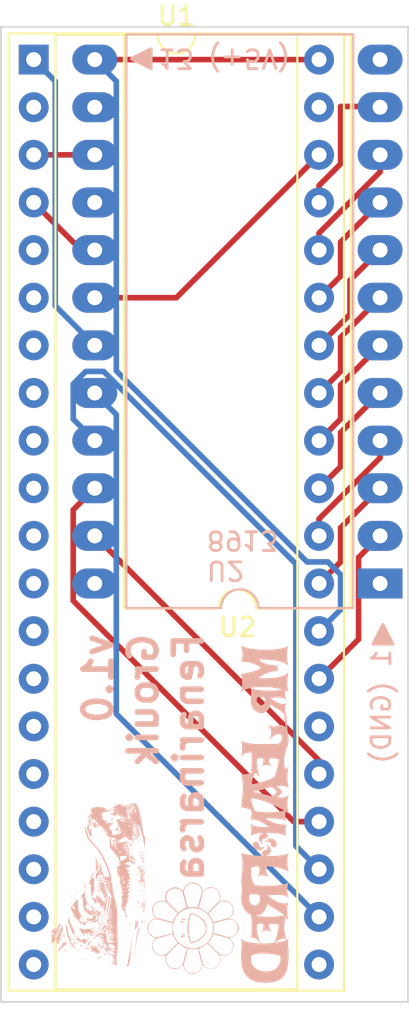
<source format=kicad_pcb>
(kicad_pcb (version 20240108) (generator "pcbnew") (generator_version "8.0")
  (layers (0 "F.Cu" signal) (31 "B.Cu" signal) (34 "B.Paste" user) (35 "F.Paste" user) (36 "B.SilkS" user "B.Silkscreen") (37 "F.SilkS" user "F.Silkscreen") (38 "B.Mask" user) (39 "F.Mask" user) (44 "Edge.Cuts" user))
  (net 0 "")
  (net 3 "Net-(U1-ch_C)")
  (net 7 "Net-(U1-D3)")
  (net 8 "Net-(U1-D5)")
  (net 9 "Net-(U1-BC1)")
  (net 13 "Net-(U1-D7)")
  (net 14 "Net-(U1-A8)")
  (net 15 "Net-(U1-~{A9})")
  (net 16 "Net-(U1-D6)")
  (net 17 "Net-(U1-ch_A)")
  (net 18 "Net-(U1-BDIR)")
  (net 19 "Net-(U1-~{RESET})")
  (net 21 "Net-(U1-TEST1)")
  (net 22 "Net-(U1-D0)")
  (net 24 "Net-(U1-D4)")
  (net 25 "Net-(U1-CLOCK)")
  (net 26 "+5V")
  (net 29 "Net-(U1-D1)")
  (net 30 "Net-(U1-TEST2)")
  (net 31 "Net-(U1-D2)")
  (net 34 "Net-(U1-ch_B)")
  (net 36 "GND")
  (footprint "Package_DIP:DIP-40_W15.24mm_Socket" (layer "F.Cu") (at 155.75 54.75)
    (property "Reference" "U1")
    (property "Value" "PSG_AY-3-8910")
  )
  (footprint "Package_DIP:DIP-24_W15.24mm_LongPads" (layer "F.Cu") (at 174.25 82.69 180)
    (property "Reference" "U2")
    (property "Value" "PSG_AY-3-8913")
  )
  (footprint "LOGO" (layer "B.Cu") (at 164.3 101.1 -90)
    (property "Reference" "G***" (hide yes))
    (property "Value" "LOGO" (hide yes))
  )
  (footprint "LOGO" (layer "B.Cu") (at 159.2 98.9 -90)
    (property "Reference" "G***" (hide yes))
    (property "Value" "LOGO" (hide yes))
  )
  (footprint "clipboard:9ae72411-4bc9-4ada-b84c-0bfed0e413d8" (layer "B.Cu") (at 160.7 84)
    (property "Reference" "")
    (property "Value" "")
  )
  (gr_poly (pts (xy 166.831289 94.62254) (xy 166.831523 94.619991) (xy 166.829172 94.61936)) (stroke (width -0.000001)) (fill solid) (layer "B.SilkS"))
  (gr_poly (pts (xy 162 54.2) (xy 161 54.7) (xy 162 55.2)) (stroke (width 0.2)) (fill solid) (layer "B.SilkS"))
  (gr_poly (pts (xy 166.83479 91.939958) (xy 166.840531 91.930931) (xy 166.846392 91.922105) (xy 166.852373 91.913482) (xy 166.858472 91.905065) (xy 166.864686 91.896853) (xy 166.871016 91.888849) (xy 166.877459 91.881054) (xy 166.884013 91.873471) (xy 166.890678 91.866099) (xy 166.897451 91.858942) (xy 166.904331 91.852) (xy 166.911316 91.845275) (xy 166.918405 91.838769) (xy 166.925597 91.832482) (xy 166.932889 91.826418) (xy 166.940317 91.820527) (xy 166.947917 91.814762) (xy 166.955683 91.809124) (xy 166.963614 91.803614) (xy 166.971706 91.798235) (xy 166.979956 91.792988) (xy 166.988361 91.787873) (xy 166.996918 91.782894) (xy 167.005624 91.778051) (xy 167.014476 91.773346) (xy 167.02347 91.768781) (xy 167.032604 91.764357) (xy 167.041874 91.760075) (xy 167.051278 91.755937) (xy 167.060811 91.751946) (xy 167.070472 91.748101) (xy 167.090217 91.740856) (xy 167.110557 91.734194) (xy 167.131492 91.728102) (xy 167.153022 91.722569) (xy 167.175148 91.717581) (xy 167.197869 91.713127) (xy 167.221186 91.709193) (xy 167.245097 91.705768) (xy 167.269606 91.702744) (xy 167.294723 91.70003) (xy 167.32046 91.697638) (xy 167.34683 91.695581) (xy 167.373844 91.693872) (xy 167.401516 91.692522) (xy 167.429857 91.691544) (xy 167.458881 91.690951) (xy 167.518825 91.690571) (xy 167.58125 91.691084) (xy 167.646255 91.692588) (xy 167.713939 91.695184) (xy 167.85774 91.701799) (xy 167.934056 91.705603) (xy 168.013447 91.710001) (xy 168.359522 91.730109) (xy 168.453367 91.735467) (xy 168.550684 91.740428) (xy 168.651374 91.744992) (xy 168.755339 91.749159) (xy 168.782889 91.743802) (xy 168.809843 91.738841) (xy 168.836004 91.734276) (xy 168.861172 91.730109) (xy 168.886374 91.725926) (xy 168.898826 91.723654) (xy 168.911178 91.721246) (xy 168.923432 91.718689) (xy 168.935586 91.715971) (xy 168.947641 91.713079) (xy 168.959597 91.710001) (xy 168.971499 91.706679) (xy 168.983377 91.703072) (xy 168.995204 91.699192) (xy 169.006958 91.695052) (xy 169.018612 91.690664) (xy 169.030142 91.68604) (xy 169.041523 91.681193) (xy 169.05273 91.676135) (xy 169.063746 91.670828) (xy 169.074575 91.665237) (xy 169.085231 91.659373) (xy 169.095725 91.653248) (xy 169.106071 91.646875) (xy 169.11628 91.640267) (xy 169.126365 91.633435) (xy 169.136339 91.626393) (xy 169.141275 91.62256) (xy 169.146164 91.618604) (xy 169.151005 91.614524) (xy 169.155802 91.610319) (xy 169.160556 91.605991) (xy 169.165267 91.601538) (xy 169.169939 91.596962) (xy 169.174571 91.592261) (xy 169.179166 91.587437) (xy 169.183726 91.582488) (xy 169.188252 91.577416) (xy 169.192745 91.572219) (xy 169.197207 91.566899) (xy 169.201639 91.561454) (xy 169.210422 91.550193) (xy 169.219102 91.538386) (xy 169.22767 91.525983) (xy 169.236114 91.512986) (xy 169.244421 91.499393) (xy 169.25258 91.485204) (xy 169.260577 91.470421) (xy 169.268401 91.455042) (xy 169.276039 91.439067) (xy 169.283433 91.422496) (xy 169.290542 91.405317) (xy 169.297377 91.387517) (xy 169.303953 91.369085) (xy 169.31028 91.350009) (xy 169.316371 91.330274) (xy 169.32224 91.30987) (xy 169.327897 91.288784) (xy 169.333352 91.266905) (xy 169.338596 91.24412) (xy 169.343617 91.220417) (xy 169.348403 91.195784) (xy 169.35294 91.170208) (xy 169.357217 91.143677) (xy 169.36122 91.116179) (xy 169.364939 91.087701) (xy 169.364526 91.024416) (xy 169.363219 90.964802) (xy 169.360921 90.908959) (xy 169.359368 90.882482) (xy 169.357531 90.856984) (xy 169.353364 90.808384) (xy 169.3488 90.76266) (xy 169.343839 90.719914) (xy 169.338481 90.680243) (xy 169.335651 90.661493) (xy 169.33271 90.64335) (xy 169.329644 90.625828) (xy 169.326442 90.608938) (xy 169.323092 90.592693) (xy 169.31958 90.577105) (xy 169.315894 90.562187) (xy 169.312022 90.547951) (xy 169.308308 90.534263) (xy 169.304333 90.520997) (xy 169.300135 90.508177) (xy 169.295751 90.495828) (xy 169.291217 90.483976) (xy 169.286573 90.472644) (xy 169.281854 90.461858) (xy 169.277097 90.451643) (xy 169.271936 90.441572) (xy 169.266762 90.431998) (xy 169.261563 90.422919) (xy 169.256328 90.414337) (xy 169.251042 90.40625) (xy 169.245695 90.39866) (xy 169.240273 90.391566) (xy 169.234764 90.384968) (xy 169.22916 90.378669) (xy 169.22347 90.372483) (xy 169.217705 90.36642) (xy 169.211878 90.360494) (xy 169.206001 90.354716) (xy 169.200087 90.3491) (xy 169.194148 90.343658) (xy 169.188197 90.338401) (xy 169.185209 90.335858) (xy 169.182197 90.333387) (xy 169.176109 90.328645) (xy 169.169947 90.324151) (xy 169.163723 90.31988) (xy 169.15745 90.315808) (xy 169.151139 90.31191) (xy 169.144804 90.30816) (xy 169.138456 90.304535) (xy 169.12559 90.298003) (xy 169.112527 90.291173) (xy 169.099463 90.284145) (xy 169.086597 90.277018) (xy 169.072066 90.270873) (xy 169.057857 90.265162) (xy 169.043995 90.259922) (xy 169.030506 90.25519) (xy 169.017413 90.251004) (xy 169.004742 90.247401) (xy 168.992518 90.244419) (xy 168.980764 90.242093) (xy 168.969354 90.239958) (xy 168.958142 90.238306) (xy 168.947129 90.237126) (xy 168.936314 90.236404) (xy 168.925698 90.23613) (xy 168.91528 90.236289) (xy 168.90506 90.236869) (xy 168.895039 90.237859) (xy 168.885214 90.239503) (xy 168.875576 90.241283) (xy 168.866111 90.243236) (xy 168.856807 90.2454) (xy 168.847652 90.247812) (xy 168.838633 90.25051) (xy 168.829739 90.25353) (xy 168.820956 90.25691) (xy 168.785237 90.269742) (xy 168.766782 90.276406) (xy 168.747931 90.283368) (xy 168.729112 90.289701) (xy 168.709302 90.295936) (xy 168.699086 90.298985) (xy 168.688697 90.301971) (xy 168.678159 90.304884) (xy 168.667497 90.30771) (xy 168.656631 90.310289) (xy 168.645454 90.312472) (xy 168.633955 90.314258) (xy 168.622121 90.315647) (xy 168.60994 90.316639) (xy 168.597399 90.317234) (xy 168.584487 90.317433) (xy 168.571189 90.317234) (xy 168.557449 90.316544) (xy 168.543226 90.315283) (xy 168.528531 90.313477) (xy 168.513378 90.311149) (xy 168.497778 90.308326) (xy 168.481743 90.305031) (xy 168.465288 90.301289) (xy 168.448422 90.297126) (xy 168.431012 90.292062) (xy 168.412919 90.286378) (xy 168.394156 90.280048) (xy 168.374736 90.273049) (xy 168.354671 90.265356) (xy 168.333974 90.256943) (xy 168.312656 90.247785) (xy 168.290731 90.237859) (xy 168.306906 90.267226) (xy 168.3221 90.295787) (xy 168.336328 90.323529) (xy 168.349601 90.35044) (xy 168.361931 90.376507) (xy 168.37333 90.401719) (xy 168.383812 90.426063) (xy 168.393389 90.449526) (xy 168.40167 90.472845) (xy 168.409033 90.495977) (xy 168.415453 90.518936) (xy 168.420906 90.541733) (xy 168.425367 90.564382) (xy 168.427217 90.575655) (xy 168.42881 90.586895) (xy 168.430143 90.598104) (xy 168.431212 90.609283) (xy 168.432015 90.620435) (xy 168.432547 90.63156) (xy 168.432895 90.65388) (xy 168.432349 90.676374) (xy 168.43091 90.699016) (xy 168.428579 90.721783) (xy 168.425354 90.744648) (xy 168.421237 90.767588) (xy 168.416226 90.790578) (xy 168.410323 90.813593) (xy 168.403478 90.83731) (xy 168.395655 90.861648) (xy 168.386863 90.886631) (xy 168.377117 90.912283) (xy 168.366429 90.93863) (xy 168.35481 90.965696) (xy 168.342273 90.993506) (xy 168.328831 91.022085) (xy 168.369312 90.985969) (xy 168.408206 90.952235) (xy 168.445512 90.920882) (xy 168.46357 90.906098) (xy 168.481231 90.89191) (xy 168.498896 90.878319) (xy 168.516189 90.865336) (xy 168.533135 90.852973) (xy 168.549758 90.841242) (xy 168.566084 90.830157) (xy 168.582136 90.819728) (xy 168.597941 90.80997) (xy 168.613523 90.800893) (xy 168.628802 90.792362) (xy 168.643685 90.784241) (xy 168.658171 90.776541) (xy 168.67226 90.769275) (xy 168.685952 90.762456) (xy 168.699248 90.756096) (xy 168.712146 90.750207) (xy 168.724648 90.744802) (xy 168.737153 90.739888) (xy 168.749287 90.735459) (xy 168.761073 90.7315) (xy 168.772537 90.728001) (xy 168.783703 90.724948) (xy 168.794597 90.722329) (xy 168.805242 90.720131) (xy 168.815664 90.718343) (xy 168.820786 90.717611) (xy 168.825834 90.717002) (xy 168.830808 90.716513) (xy 168.835706 90.716144) (xy 168.840531 90.715893) (xy 168.845281 90.715757) (xy 168.849957 90.715737) (xy 168.854558 90.71583) (xy 168.859085 90.716034) (xy 168.863537 90.716349) (xy 168.867915 90.716772) (xy 168.872219 90.717302) (xy 168.876448 90.717937) (xy 168.880603 90.718676) (xy 168.884683 90.719518) (xy 168.888689 90.72046) (xy 168.896478 90.722548) (xy 168.903969 90.724859) (xy 168.907603 90.726106) (xy 168.911162 90.727418) (xy 168.914647 90.728798) (xy 168.918058 90.73025) (xy 168.921394 90.731776) (xy 168.924656 90.733379) (xy 168.927844 90.735063) (xy 168.930957 90.736831) (xy 168.933995 90.738686) (xy 168.936959 90.74063) (xy 168.939849 90.742668) (xy 168.942664 90.744802) (xy 168.945417 90.74701) (xy 168.948119 90.749269) (xy 168.950768 90.75158) (xy 168.953363 90.753946) (xy 168.955902 90.756368) (xy 168.958384 90.758847) (xy 168.960807 90.761386) (xy 168.963169 90.763984) (xy 168.96547 90.766645) (xy 168.967707 90.769369) (xy 168.969878 90.772158) (xy 168.971983 90.775014) (xy 168.97402 90.777938) (xy 168.975987 90.780932) (xy 168.977883 90.783997) (xy 168.979706 90.787135) (xy 168.983179 90.793582) (xy 168.986453 90.800216) (xy 168.989529 90.807022) (xy 168.992406 90.81399) (xy 168.995085 90.821107) (xy 168.997565 90.828361) (xy 168.999847 90.835738) (xy 169.001931 90.843227) (xy 169.003768 90.850817) (xy 169.005321 90.858506) (xy 169.0066 90.866295) (xy 169.007619 90.874183) (xy 169.00839 90.88217) (xy 169.008926 90.890256) (xy 169.009238 90.898442) (xy 169.009339 90.906726) (xy 169.009238 90.915108) (xy 169.008926 90.923577) (xy 169.00839 90.93212) (xy 169.007619 90.940726) (xy 169.0066 90.94938) (xy 169.005321 90.958072) (xy 169.003768 90.966789) (xy 169.001931 90.975518) (xy 168.999897 90.984248) (xy 168.997764 90.992964) (xy 168.995531 91.001656) (xy 168.9932 91.010311) (xy 168.990769 91.018916) (xy 168.988239 91.027459) (xy 168.985609 91.035928) (xy 168.982881 91.04431) (xy 168.980001 91.052642) (xy 168.976911 91.060962) (xy 168.973598 91.069257) (xy 168.970049 91.077515) (xy 168.966251 91.085724) (xy 168.962194 91.09387) (xy 168.957863 91.101942) (xy 168.953247 91.109927) (xy 168.948433 91.11772) (xy 168.943507 91.12524) (xy 168.938458 91.132511) (xy 168.933271 91.13956) (xy 168.927936 91.14641) (xy 168.92244 91.153087) (xy 168.91677 91.159615) (xy 168.910914 91.166018) (xy 168.904866 91.171918) (xy 168.898644 91.177693) (xy 168.892274 91.18332) (xy 168.885779 91.188773) (xy 168.879185 91.194027) (xy 168.872517 91.199058) (xy 168.865799 91.203841) (xy 168.859056 91.208352) (xy 168.855471 91.210684) (xy 168.85186 91.212918) (xy 168.848222 91.215056) (xy 168.844553 91.2171) (xy 168.840854 91.21905) (xy 168.837122 91.220909) (xy 168.833356 91.222678) (xy 168.829555 91.224359) (xy 168.825716 91.225953) (xy 168.821838 91.227462) (xy 168.817921 91.228887) (xy 168.813961 91.23023) (xy 168.809958 91.231492) (xy 168.80591 91.232675) (xy 168.801815 91.233781) (xy 168.797672 91.23481) (xy 168.793493 91.235753) (xy 168.789286 91.236598) (xy 168.785052 91.237347) (xy 168.780789 91.238002) (xy 168.776494 91.238563) (xy 168.772167 91.239033) (xy 168.763409 91.239705) (xy 168.754502 91.240029) (xy 168.745434 91.240019) (xy 168.736192 91.239686) (xy 168.726764 91.239043) (xy 168.574497 91.242086) (xy 168.423023 91.244335) (xy 168.274591 91.246055) (xy 168.130923 91.248568) (xy 167.991355 91.250024) (xy 167.855756 91.250685) (xy 167.789676 91.250305) (xy 167.724787 91.24923) (xy 167.661089 91.24756) (xy 167.598581 91.245394) (xy 167.538074 91.241971) (xy 167.478857 91.237853) (xy 167.421029 91.232743) (xy 167.392667 91.229723) (xy 167.364689 91.226344) (xy 167.337109 91.22302) (xy 167.309937 91.219398) (xy 167.283187 91.215479) (xy 167.256872 91.211262) (xy 167.231002 91.206748) (xy 167.205592 91.201936) (xy 167.180653 91.196826) (xy 167.156198 91.191418) (xy 167.132187 91.185666) (xy 167.108573 91.179529) (xy 167.085355 91.17302) (xy 167.062535 91.166151) (xy 167.040112 91.158935) (xy 167.018085 91.151384) (xy 166.996455 91.14351) (xy 166.975223 91.135327) (xy 166.954533 91.126746) (xy 166.934526 91.117682) (xy 166.915189 91.108147) (xy 166.896509 91.098153) (xy 166.878474 91.087712) (xy 166.861071 91.076837) (xy 166.844289 91.065541) (xy 166.831057 91.055965) (xy 166.835369 91.072951) (xy 166.841244 91.097755) (xy 166.846771 91.122957) (xy 166.851926 91.148555) (xy 166.856685 91.174551) (xy 166.861022 91.200943) (xy 166.864912 91.227732) (xy 166.868331 91.254918) (xy 166.871307 91.282401) (xy 166.873887 91.310083) (xy 166.87607 91.337964) (xy 166.877856 91.366043) (xy 166.879245 91.39432) (xy 166.880237 91.422796) (xy 166.880832 91.45147) (xy 166.881031 91.480343) (xy 166.880832 91.509317) (xy 166.880237 91.538303) (xy 166.879245 91.567314) (xy 166.877856 91.596363) (xy 166.87607 91.625461) (xy 166.873887 91.654621) (xy 166.871307 91.683855) (xy 166.868331 91.713176) (xy 166.864912 91.742547) (xy 166.861022 91.771931) (xy 166.856685 91.801339) (xy 166.851926 91.830784) (xy 166.846771 91.860279) (xy 166.841244 91.889835) (xy 166.829172 91.949185)) (stroke (width -0.000001)) (fill solid) (layer "B.SilkS"))
  (gr_poly (pts (xy 166.838633 92.900318) (xy 166.845593 92.926363) (xy 166.85218 92.952308) (xy 166.858408 92.978155) (xy 166.864289 93.003902) (xy 166.869835 93.02955) (xy 166.875059 93.055099) (xy 166.879972 93.080548) (xy 166.884584 93.105948) (xy 166.888885 93.131348) (xy 166.892864 93.156748) (xy 166.896508 93.182148) (xy 166.899805 93.207548) (xy 166.902743 93.232948) (xy 166.905308 93.258348) (xy 166.907489 93.283748) (xy 166.909725 93.308846) (xy 166.911689 93.334118) (xy 166.914897 93.385083) (xy 166.917311 93.436446) (xy 166.91913 93.488007) (xy 166.919544 93.540411) (xy 166.919263 93.592914) (xy 166.918386 93.645615) (xy 166.917014 93.698615) (xy 166.915029 93.751994) (xy 166.912251 93.805771) (xy 166.908679 93.859944) (xy 166.904314 93.914515) (xy 166.894656 94.024978) (xy 166.884205 94.137824) (xy 166.878434 94.194758) (xy 166.872167 94.252784) (xy 166.865304 94.311803) (xy 166.857747 94.371715) (xy 166.850636 94.432635) (xy 166.843724 94.494746) (xy 166.837209 94.558048) (xy 166.831523 94.619991) (xy 166.854969 94.626288) (xy 166.879972 94.632721) (xy 166.904182 94.638558) (xy 166.915989 94.641223) (xy 166.927597 94.643701) (xy 166.9506 94.648282) (xy 166.973503 94.652565) (xy 167.018614 94.660635) (xy 167.040839 94.664803) (xy 167.063064 94.669367) (xy 167.085289 94.674328) (xy 167.107514 94.679685) (xy 167.129954 94.685423) (xy 167.15289 94.691459) (xy 167.200647 94.704028) (xy 167.212651 94.707302) (xy 167.22484 94.710774) (xy 167.237203 94.714445) (xy 167.249728 94.718315) (xy 167.262401 94.722383) (xy 167.27521 94.726649) (xy 167.288144 94.731114) (xy 167.301189 94.735777) (xy 167.32778 94.745733) (xy 167.341373 94.75107) (xy 167.355164 94.75668) (xy 167.369154 94.762588) (xy 167.383342 94.768818) (xy 167.397729 94.775395) (xy 167.412314 94.782345) (xy 167.442725 94.797062) (xy 167.47383 94.812772) (xy 167.505927 94.829672) (xy 167.539314 94.847961) (xy 167.573429 94.867012) (xy 167.609032 94.887649) (xy 167.646024 94.909874) (xy 167.684306 94.933686) (xy 167.673714 94.922524) (xy 167.66337 94.911265) (xy 167.653275 94.899909) (xy 167.643427 94.888459) (xy 167.633828 94.876916) (xy 167.624477 94.865281) (xy 167.615373 94.853556) (xy 167.606518 94.841743) (xy 167.597911 94.829844) (xy 167.589552 94.817858) (xy 167.581441 94.80579) (xy 167.573577 94.793639) (xy 167.565962 94.781407) (xy 167.558595 94.769097) (xy 167.551476 94.756708) (xy 167.544606 94.744244) (xy 167.531362 94.719192) (xy 167.518627 94.69404) (xy 167.506413 94.668789) (xy 167.494732 94.643438) (xy 167.483596 94.617989) (xy 167.473019 94.59244) (xy 167.463013 94.566792) (xy 167.453589 94.541045) (xy 167.444665 94.515649) (xy 167.436176 94.490278) (xy 167.428158 94.464956) (xy 167.420648 94.439709) (xy 167.413684 94.414561) (xy 167.407303 94.389538) (xy 167.401542 94.364663) (xy 167.396439 94.339961) (xy 167.386517 94.291542) (xy 167.377389 94.244711) (xy 167.369055 94.199468) (xy 167.361514 94.155811) (xy 167.384084 94.156109) (xy 167.407336 94.157002) (xy 167.431259 94.15849) (xy 167.455838 94.160574) (xy 167.481062 94.163253) (xy 167.506919 94.166527) (xy 167.533396 94.170396) (xy 167.560481 94.174861) (xy 167.616225 94.185164) (xy 167.673855 94.196954) (xy 167.73327 94.210134) (xy 167.794372 94.224603) (xy 167.857674 94.241305) (xy 167.889771 94.250313) (xy 167.922166 94.259793) (xy 167.954859 94.269768) (xy 167.987849 94.280265) (xy 168.021137 94.291307) (xy 168.054722 94.30292) (xy 168.123018 94.326699) (xy 168.191512 94.351868) (xy 168.260403 94.378227) (xy 168.329889 94.405578) (xy 168.399739 94.433954) (xy 168.469589 94.463522) (xy 168.539439 94.49428) (xy 168.609289 94.526228) (xy 168.678742 94.559152) (xy 168.747401 94.592771) (xy 168.815267 94.626984) (xy 168.882339 94.661694) (xy 168.948418 94.697) (xy 169.013308 94.733) (xy 169.077006 94.769595) (xy 169.139514 94.806686) (xy 169.199822 94.844191) (xy 169.22935 94.863093) (xy 169.258444 94.882093) (xy 169.287091 94.901192) (xy 169.31528 94.920391) (xy 169.342997 94.939689) (xy 169.370231 94.959087) (xy 169.359713 94.915629) (xy 169.350387 94.874156) (xy 169.342251 94.834667) (xy 169.335305 94.797162) (xy 169.323399 94.72718) (xy 169.318042 94.694322) (xy 169.313081 94.662754) (xy 169.308715 94.632377) (xy 169.30683 94.617603) (xy 169.305143 94.60309) (xy 169.303655 94.588826) (xy 169.302365 94.574797) (xy 169.301274 94.560991) (xy 169.300381 94.547396) (xy 169.299008 94.520624) (xy 169.298131 94.494347) (xy 169.29791 94.481426) (xy 169.29785 94.468666) (xy 169.297964 94.456079) (xy 169.298264 94.443679) (xy 169.299239 94.418444) (xy 169.300513 94.393408) (xy 169.303555 94.343137) (xy 169.304448 94.330386) (xy 169.30554 94.317523) (xy 169.30683 94.304535) (xy 169.308318 94.291412) (xy 169.310005 94.278139) (xy 169.31189 94.264705) (xy 169.313973 94.251098) (xy 169.316255 94.237304) (xy 169.321216 94.208961) (xy 169.326574 94.179625) (xy 169.332329 94.149495) (xy 169.33848 94.118771) (xy 169.351842 94.051831) (xy 169.35887 94.015485) (xy 169.365997 93.976955) (xy 169.358977 93.982833) (xy 169.351809 93.988563) (xy 169.344491 93.994144) (xy 169.337025 93.999576) (xy 169.32941 94.00486) (xy 169.321646 94.009994) (xy 169.313734 94.01498) (xy 169.305672 94.019817) (xy 169.297462 94.024505) (xy 169.289103 94.029044) (xy 169.280595 94.033435) (xy 169.271938 94.037676) (xy 169.263132 94.041769) (xy 169.254178 94.045713) (xy 169.245074 94.049508) (xy 169.235822 94.053155) (xy 169.217068 94.060007) (xy 169.198102 94.066301) (xy 169.178914 94.072074) (xy 169.15949 94.077364) (xy 169.139818 94.082207) (xy 169.119885 94.086641) (xy 169.09968 94.090703) (xy 169.079189 94.09443) (xy 169.058551 94.097305) (xy 169.037914 94.099572) (xy 169.017276 94.10122) (xy 168.996639 94.102235) (xy 168.976001 94.102605) (xy 168.955364 94.102317) (xy 168.934726 94.101361) (xy 168.914089 94.099722) (xy 168.893154 94.097537) (xy 168.872417 94.094942) (xy 168.851879 94.091927) (xy 168.831539 94.088477) (xy 168.811397 94.08458) (xy 168.791454 94.080225) (xy 168.77171 94.075398) (xy 168.752164 94.070088) (xy 168.75851 94.064681) (xy 168.764831 94.059571) (xy 168.771102 94.054759) (xy 168.777299 94.050245) (xy 168.783397 94.046028) (xy 168.789371 94.042109) (xy 168.795196 94.038487) (xy 168.800847 94.035163) (xy 168.806354 94.031986) (xy 168.811761 94.028796) (xy 168.817069 94.025582) (xy 168.822278 94.022331) (xy 168.827388 94.01903) (xy 168.832399 94.015666) (xy 168.83731 94.012229) (xy 168.842122 94.008704) (xy 168.851449 94.002553) (xy 168.860378 93.996799) (xy 168.868911 93.991441) (xy 168.877047 93.98648) (xy 168.881363 93.984049) (xy 168.88558 93.981519) (xy 168.889697 93.97889) (xy 168.893716 93.976161) (xy 168.897635 93.973334) (xy 168.901455 93.970407) (xy 168.905175 93.96738) (xy 168.908797 93.964255) (xy 168.916106 93.957888) (xy 168.923614 93.951423) (xy 168.92738 93.948122) (xy 168.931121 93.944758) (xy 168.934813 93.941321) (xy 168.93843 93.937797) (xy 168.940216 93.936172) (xy 168.942 93.934475) (xy 168.943781 93.932706) (xy 168.945558 93.930868) (xy 168.947328 93.928961) (xy 168.94909 93.926988) (xy 168.950843 93.924949) (xy 168.952586 93.922847) (xy 168.954315 93.920684) (xy 168.956031 93.918459) (xy 168.957732 93.916176) (xy 168.959415 93.913835) (xy 168.96108 93.911439) (xy 168.962724 93.908988) (xy 168.964347 93.906485) (xy 168.965947 93.90393) (xy 168.979308 93.882499) (xy 168.986336 93.871188) (xy 168.993464 93.85948) (xy 168.997081 93.853283) (xy 169.000773 93.846615) (xy 169.004514 93.8395) (xy 169.00828 93.831964) (xy 169.012047 93.82403) (xy 169.015788 93.815725) (xy 169.01948 93.807072) (xy 169.023097 93.798096) (xy 169.019331 93.789715) (xy 169.015193 93.781246) (xy 169.010707 93.772703) (xy 169.005899 93.764098) (xy 169.000794 93.755443) (xy 168.995415 93.746751) (xy 168.989788 93.738034) (xy 168.983939 93.729305) (xy 168.980901 93.724939) (xy 168.977742 93.720575) (xy 168.974465 93.716215) (xy 168.971073 93.711859) (xy 168.963959 93.703167) (xy 168.956422 93.694512) (xy 168.948489 93.685907) (xy 168.940183 93.677364) (xy 168.931531 93.668895) (xy 168.922555 93.660513) (xy 168.913233 93.652179) (xy 168.903538 93.643844) (xy 168.893497 93.63551) (xy 168.883132 93.627176) (xy 168.872471 93.618841) (xy 168.861536 93.610507) (xy 168.850353 93.602173) (xy 168.838947 93.593839) (xy 168.827243 93.585554) (xy 168.815167 93.577368) (xy 168.802744 93.569282) (xy 168.789999 93.561294) (xy 168.776956 93.553407) (xy 168.76364 93.545618) (xy 168.750076 93.537928) (xy 168.736289 93.530338) (xy 168.751967 93.525723) (xy 168.767261 93.521392) (xy 168.796746 93.513538) (xy 168.824841 93.506675) (xy 168.851647 93.500705) (xy 168.877245 93.495529) (xy 168.901653 93.491048) (xy 168.92487 93.487162) (xy 168.946897 93.483772) (xy 168.957511 93.482378) (xy 168.967915 93.481357) (xy 168.978095 93.480683) (xy 168.98804 93.480332) (xy 168.997736 93.480278) (xy 169.007172 93.480497) (xy 169.016336 93.480965) (xy 169.025214 93.481655) (xy 169.033895 93.482546) (xy 169.042478 93.483623) (xy 169.050961 93.484873) (xy 169.059345 93.486285) (xy 169.06763 93.487846) (xy 169.075815 93.489543) (xy 169.083901 93.491364) (xy 169.091888 93.493297) (xy 169.107764 93.497282) (xy 169.123638 93.501367) (xy 169.139513 93.50565) (xy 169.155388 93.510231) (xy 169.163326 93.512666) (xy 169.171264 93.515225) (xy 169.179201 93.517932) (xy 169.187139 93.520814) (xy 169.195076 93.523894) (xy 169.203014 93.527197) (xy 169.210951 93.530748) (xy 169.218889 93.534573) (xy 169.235144 93.541882) (xy 169.252094 93.549389) (xy 169.269639 93.556897) (xy 169.278604 93.560589) (xy 169.28768 93.564206) (xy 169.306317 93.571316) (xy 169.315902 93.57481) (xy 169.325648 93.578229) (xy 169.335543 93.581548) (xy 169.345574 93.584744) (xy 169.35573 93.587791) (xy 169.365997 93.590664) (xy 169.351842 93.504939) (xy 169.33848 93.425565) (xy 169.332362 93.38806) (xy 169.326839 93.351746) (xy 169.322109 93.316622) (xy 169.320104 93.299507) (xy 169.318372 93.28269) (xy 169.314602 93.249749) (xy 169.311228 93.217602) (xy 169.308251 93.186249) (xy 169.305672 93.15569) (xy 169.304229 93.140657) (xy 169.303059 93.12571) (xy 169.302137 93.110837) (xy 169.301438 93.096027) (xy 169.300938 93.081266) (xy 169.300611 93.066542) (xy 169.30038 93.037157) (xy 169.300595 93.007441) (xy 169.301306 92.977228) (xy 169.302613 92.946818) (xy 169.30352 92.931631) (xy 169.304614 92.916506) (xy 169.305507 92.900925) (xy 169.306598 92.88512) (xy 169.307888 92.869067) (xy 169.309376 92.852742) (xy 169.312948 92.819173) (xy 169.317314 92.784215) (xy 169.337422 92.631815) (xy 169.343392 92.589531) (xy 169.350254 92.545164) (xy 169.358109 92.498614) (xy 169.367055 92.449782) (xy 169.307739 92.501375) (xy 169.248919 92.551381) (xy 169.190694 92.5998) (xy 169.133164 92.646632) (xy 169.104237 92.669756) (xy 169.075385 92.692322) (xy 169.046583 92.714367) (xy 169.017805 92.735928) (xy 168.989028 92.757043) (xy 168.960225 92.777749) (xy 168.931373 92.798083) (xy 168.902447 92.818082) (xy 168.844669 92.856181) (xy 168.815866 92.874636) (xy 168.787089 92.892694) (xy 168.758311 92.910355) (xy 168.729509 92.927619) (xy 168.700657 92.944486) (xy 168.67173 92.960957) (xy 168.613753 92.992905) (xy 168.555578 93.023663) (xy 168.526354 93.038595) (xy 168.497006 93.05323) (xy 168.467509 93.067567) (xy 168.46438 93.069048) (xy 168.46438 93.553418) (xy 168.46779 93.553468) (xy 168.470978 93.553617) (xy 168.473942 93.553865) (xy 168.476683 93.554212) (xy 168.479201 93.554659) (xy 168.481495 93.555204) (xy 168.483566 93.555849) (xy 168.485414 93.556593) (xy 168.487039 93.557437) (xy 168.48844 93.558379) (xy 168.489619 93.559421) (xy 168.490574 93.560562) (xy 168.491305 93.561802) (xy 168.491814 93.563142) (xy 168.492806 93.564082) (xy 168.494195 93.565308) (xy 168.495981 93.566806) (xy 168.498164 93.568565) (xy 168.500743 93.570572) (xy 168.50372 93.572815) (xy 168.507094 93.575281) (xy 168.510864 93.577958) (xy 168.518388 93.583895) (xy 168.526607 93.590526) (xy 168.535421 93.597753) (xy 168.544731 93.605475) (xy 168.554272 93.614206) (xy 168.563913 93.622938) (xy 168.573752 93.631669) (xy 168.578777 93.636035) (xy 168.583889 93.640401) (xy 168.58905 93.645118) (xy 168.594224 93.64976) (xy 168.604659 93.658921) (xy 168.626222 93.677442) (xy 168.637302 93.686984) (xy 168.642779 93.691785) (xy 168.648183 93.696624) (xy 168.653487 93.701513) (xy 168.658667 93.706464) (xy 168.663698 93.711489) (xy 168.668555 93.716601) (xy 168.673616 93.721713) (xy 168.678477 93.726738) (xy 168.683141 93.731688) (xy 168.687606 93.736577) (xy 168.691872 93.741416) (xy 168.69594 93.746218) (xy 168.699809 93.750995) (xy 168.703481 93.755759) (xy 168.710409 93.765086) (xy 168.713694 93.7696) (xy 168.716842 93.774016) (xy 168.719841 93.778332) (xy 168.722679 93.782549) (xy 168.725344 93.786666) (xy 168.727822 93.790685) (xy 168.730055 93.794905) (xy 168.731989 93.798854) (xy 168.732845 93.800733) (xy 168.733626 93.802554) (xy 168.734333 93.804318) (xy 168.734966 93.80603) (xy 168.735524 93.807693) (xy 168.736008 93.809309) (xy 168.736417 93.810881) (xy 168.736752 93.812413) (xy 168.737012 93.813908) (xy 168.737198 93.815369) (xy 168.73731 93.816799) (xy 168.737347 93.818201) (xy 168.717305 93.841187) (xy 168.698453 93.862387) (xy 168.689474 93.872255) (xy 168.680793 93.881602) (xy 168.672408 93.890404) (xy 168.664322 93.898635) (xy 168.65638 93.906473) (xy 168.648414 93.914113) (xy 168.640398 93.921554) (xy 168.632308 93.928797) (xy 168.624118 93.935842) (xy 168.615804 93.942688) (xy 168.607342 93.949335) (xy 168.598705 93.955785) (xy 168.590272 93.962036) (xy 168.58164 93.968088) (xy 168.572809 93.973942) (xy 168.56378 93.979598) (xy 168.554553 93.985055) (xy 168.545127 93.990313) (xy 168.535503 93.995373) (xy 168.52568 94.000235) (xy 168.515554 94.004952) (xy 168.504993 94.009595) (xy 168.493961 94.014188) (xy 168.482421 94.018756) (xy 168.470335 94.023324) (xy 168.457666 94.027917) (xy 168.444377 94.03256) (xy 168.432835 94.036463) (xy 168.426677 94.034829) (xy 168.408205 94.029868) (xy 168.38598 94.023716) (xy 168.36058 94.016374) (xy 168.332005 94.007841) (xy 168.300255 93.998118) (xy 168.26576 93.987783) (xy 168.229083 93.977348) (xy 168.149972 93.955784) (xy 168.063321 93.932898) (xy 168.017962 93.921107) (xy 167.971114 93.909217) (xy 167.876525 93.885537) (xy 167.829578 93.873945) (xy 167.78273 93.86265) (xy 167.736478 93.851918) (xy 167.691317 93.84188) (xy 167.647148 93.832438) (xy 167.603872 93.823492) (xy 167.5622 93.815323) (xy 167.52291 93.808146) (xy 167.456156 93.796773) (xy 167.488762 93.791098) (xy 167.524365 93.784467) (xy 167.561357 93.777241) (xy 167.599639 93.769518) (xy 167.639111 93.760572) (xy 167.679675 93.751129) (xy 167.721232 93.741092) (xy 167.763681 93.73036) (xy 167.806543 93.719065) (xy 167.849406 93.707473) (xy 167.935131 93.683792) (xy 168.100231 93.637225) (xy 168.177753 93.615794) (xy 168.250514 93.59595) (xy 168.284877 93.587004) (xy 168.31666 93.57915) (xy 168.346061 93.572287) (xy 168.37328 93.566317) (xy 168.386032 93.563688) (xy 168.398102 93.561356) (xy 168.409502 93.559322) (xy 168.420244 93.557586) (xy 168.430342 93.556147) (xy 168.439807 93.555006) (xy 168.448652 93.554163) (xy 168.456889 93.553617) (xy 168.460746 93.553468) (xy 168.46438 93.553418) (xy 168.46438 93.069048) (xy 168.437839 93.081606) (xy 168.378092 93.108809) (xy 168.31785 93.13492) (xy 168.257012 93.160039) (xy 168.19548 93.184264) (xy 168.133965 93.206887) (xy 168.071655 93.228715) (xy 168.008552 93.249749) (xy 167.944655 93.269989) (xy 167.912362 93.279764) (xy 167.879783 93.289254) (xy 167.813819 93.307428) (xy 167.746863 93.324609) (xy 167.679014 93.340897) (xy 167.609346 93.356375) (xy 167.538388 93.37106) (xy 167.466041 93.384951) (xy 167.392205 93.398048) (xy 167.395976 93.372251) (xy 167.399349 93.347248) (xy 167.402326 93.323038) (xy 167.404905 93.299622) (xy 167.411255 93.254511) (xy 167.417605 93.211781) (xy 167.421591 93.191507) (xy 167.425675 93.171828) (xy 167.429958 93.152547) (xy 167.434539 93.133464) (xy 167.437017 93.124239) (xy 167.439681 93.114827) (xy 167.442519 93.105243) (xy 167.445519 93.095496) (xy 167.451951 93.07557) (xy 167.45888 93.055148) (xy 167.462549 93.044779) (xy 167.466404 93.034312) (xy 167.470433 93.023745) (xy 167.474623 93.013079) (xy 167.483437 92.991449) (xy 167.492747 92.969423) (xy 167.502702 92.946603) (xy 167.513649 92.922592) (xy 167.519557 92.91014) (xy 167.525787 92.897391) (xy 167.532364 92.884343) (xy 167.539314 92.870998) (xy 167.569079 92.814113) (xy 167.585301 92.783785) (xy 167.593878 92.768237) (xy 167.602814 92.752465) (xy 167.611789 92.735995) (xy 167.621235 92.719127) (xy 167.641443 92.684202) (xy 167.663238 92.64769) (xy 167.686422 92.60959) (xy 167.654128 92.631267) (xy 167.622343 92.651841) (xy 167.591079 92.671298) (xy 167.560348 92.689627) (xy 167.530163 92.706814) (xy 167.500536 92.722848) (xy 167.471479 92.737717) (xy 167.443005 92.751407) (xy 167.414976 92.764109) (xy 167.387244 92.77603) (xy 167.35981 92.787181) (xy 167.332674 92.797577) (xy 167.305835 92.807228) (xy 167.279294 92.816147) (xy 167.253051 92.824347) (xy 167.227105 92.831841) (xy 167.201757 92.838641) (xy 167.17652 92.844772) (xy 167.151408 92.850258) (xy 167.126431 92.855124) (xy 167.101604 92.859394) (xy 167.076938 92.863094) (xy 167.052445 92.866249) (xy 167.028139 92.868882) (xy 167.00388 92.871063) (xy 166.979521 92.872834) (xy 166.955064 92.874184) (xy 166.930507 92.875099) (xy 166.905852 92.875569) (xy 166.881096 92.875579) (xy 166.856242 92.875118) (xy 166.831289 92.874174)) (stroke (width -0.000001)) (fill solid) (layer "B.SilkS"))
  (gr_poly (pts (xy 167.272646 88.15648) (xy 167.271556 88.152943) (xy 167.269439 88.154001)) (stroke (width -0.000001)) (fill solid) (layer "B.SilkS"))
  (gr_poly (pts (xy 167.344829 91.530481) (xy 167.350269 91.561834) (xy 167.355511 91.595569) (xy 167.358027 91.613329) (xy 167.360456 91.631684) (xy 167.365036 91.66942) (xy 167.369319 91.708149) (xy 167.373404 91.748068) (xy 167.377389 91.789376) (xy 167.383607 91.875101) (xy 167.386467 91.919154) (xy 167.389031 91.964001) (xy 167.391032 92.009245) (xy 167.392338 92.054489) (xy 167.393049 92.099732) (xy 167.393264 92.144976) (xy 167.393132 92.234802) (xy 167.392817 92.279368) (xy 167.392206 92.323834) (xy 167.392015 92.345559) (xy 167.391478 92.367061) (xy 167.390643 92.388314) (xy 167.38956 92.409295) (xy 167.386848 92.450338) (xy 167.383739 92.489993) (xy 167.382054 92.509239) (xy 167.380184 92.528076) (xy 167.378139 92.546492) (xy 167.375934 92.564473) (xy 167.371089 92.599084) (xy 167.365747 92.631809) (xy 167.36292 92.647432) (xy 167.359993 92.662534) (xy 167.356966 92.67709) (xy 167.353841 92.691076) (xy 167.350616 92.704466) (xy 167.347293 92.717236) (xy 167.34387 92.729362) (xy 167.340347 92.740817) (xy 167.348309 92.739937) (xy 167.356319 92.739279) (xy 167.364376 92.738845) (xy 167.372478 92.738634) (xy 167.380623 92.738647) (xy 167.388809 92.738883) (xy 167.397037 92.739341) (xy 167.405303 92.740024) (xy 167.413606 92.740929) (xy 167.421944 92.742058) (xy 167.430317 92.743409) (xy 167.438723 92.744984) (xy 167.447159 92.746783) (xy 167.455625 92.748804) (xy 167.464119 92.751049) (xy 167.472639 92.753517) (xy 167.489703 92.758974) (xy 167.506754 92.765027) (xy 167.52378 92.771674) (xy 167.540769 92.778917) (xy 167.557709 92.786756) (xy 167.574586 92.795189) (xy 167.591389 92.804218) (xy 167.608106 92.813842) (xy 167.624725 92.823969) (xy 167.641245 92.834529) (xy 167.657665 92.845561) (xy 167.673987 92.857102) (xy 167.690209 92.869188) (xy 167.706332 92.881857) (xy 167.722356 92.895146) (xy 167.738281 92.909093) (xy 167.753959 92.92313) (xy 167.769253 92.937453) (xy 167.784175 92.952048) (xy 167.798738 92.966904) (xy 167.812953 92.982008) (xy 167.826833 92.997347) (xy 167.840391 93.01291) (xy 167.853639 93.028684) (xy 167.83925 92.999069) (xy 167.825444 92.968971) (xy 167.812209 92.938401) (xy 167.799532 92.907373) (xy 167.7874 92.875897) (xy 167.775802 92.843988) (xy 167.764724 92.811657) (xy 167.754156 92.778917) (xy 167.744484 92.745933) (xy 167.735321 92.712887) (xy 167.726678 92.679816) (xy 167.718569 92.646758) (xy 167.711006 92.613749) (xy 167.704001 92.580827) (xy 167.697566 92.548029) (xy 167.691714 92.515392) (xy 167.686455 92.48265) (xy 167.681792 92.450304) (xy 167.677724 92.418356) (xy 167.674251 92.386804) (xy 167.671374 92.35565) (xy 167.669092 92.324892) (xy 167.667405 92.294531) (xy 167.666314 92.264567) (xy 167.665816 92.234797) (xy 167.665901 92.205797) (xy 167.666556 92.17754) (xy 167.667769 92.150003) (xy 167.669528 92.12316) (xy 167.671821 92.096987) (xy 167.674634 92.071459) (xy 167.677956 92.04655) (xy 167.707721 92.038381) (xy 167.735106 92.031205) (xy 167.782731 92.019034) (xy 167.793392 92.016403) (xy 167.80393 92.014056) (xy 167.814319 92.011983) (xy 167.824535 92.01017) (xy 167.834552 92.008606) (xy 167.844345 92.007276) (xy 167.853891 92.00617) (xy 167.863164 92.005275) (xy 167.872641 92.004678) (xy 167.882032 92.004465) (xy 167.891348 92.004624) (xy 167.900602 92.005143) (xy 167.909807 92.006009) (xy 167.918974 92.00721) (xy 167.928117 92.008734) (xy 167.937247 92.010567) (xy 167.946477 92.012748) (xy 167.955917 92.015313) (xy 167.96558 92.01825) (xy 167.975479 92.021547) (xy 167.985627 92.025191) (xy 167.996034 92.02917) (xy 168.006715 92.033472) (xy 168.017681 92.038083) (xy 168.019072 92.053907) (xy 168.020078 92.069618) (xy 168.020713 92.085206) (xy 168.020988 92.100657) (xy 168.020915 92.11596) (xy 168.020508 92.131101) (xy 168.019779 92.146069) (xy 168.018739 92.16085) (xy 168.017447 92.175435) (xy 168.015944 92.189822) (xy 168.014218 92.20401) (xy 168.012257 92.218) (xy 168.010047 92.231792) (xy 168.007577 92.245384) (xy 168.004834 92.258779) (xy 168.001806 92.271975) (xy 167.998482 92.284971) (xy 167.99486 92.297755) (xy 167.990941 92.310317) (xy 167.986724 92.322643) (xy 167.98221 92.33472) (xy 167.977398 92.346538) (xy 167.972288 92.358082) (xy 167.966881 92.369341) (xy 167.961227 92.380303) (xy 167.955388 92.390955) (xy 167.949375 92.401284) (xy 167.9432 92.411278) (xy 167.936877 92.420925) (xy 167.930418 92.430212) (xy 167.923834 92.439128) (xy 167.917139 92.447659) (xy 167.933659 92.438078) (xy 167.949881 92.429154) (xy 167.965806 92.420851) (xy 167.981433 92.41313) (xy 167.996762 92.405955) (xy 168.011794 92.399289) (xy 168.026528 92.393094) (xy 168.040964 92.387333) (xy 168.055297 92.382474) (xy 168.069704 92.378222) (xy 168.084161 92.37459) (xy 168.091401 92.37301) (xy 168.098643 92.371591) (xy 168.105885 92.370332) (xy 168.113125 92.369236) (xy 168.120358 92.368305) (xy 168.127582 92.367539) (xy 168.134793 92.366941) (xy 168.141989 92.366512) (xy 168.149167 92.366253) (xy 168.156322 92.366167) (xy 168.170806 92.366462) (xy 168.185674 92.367341) (xy 168.200915 92.36879) (xy 168.216515 92.370797) (xy 168.232462 92.37335) (xy 168.248745 92.376436) (xy 168.265349 92.380043) (xy 168.282264 92.384158) (xy 168.299282 92.388871) (xy 168.317007 92.394278) (xy 168.335451 92.40038) (xy 168.354628 92.407177) (xy 168.374548 92.414668) (xy 168.395224 92.422853) (xy 168.41667 92.431733) (xy 168.438897 92.441308) (xy 168.430712 92.428509) (xy 168.422824 92.415511) (xy 168.415234 92.402315) (xy 168.407941 92.388921) (xy 168.400946 92.375328) (xy 168.394249 92.361536) (xy 168.387849 92.347546) (xy 168.381747 92.333358) (xy 168.375993 92.319073) (xy 168.370635 92.3048) (xy 168.365674 92.290551) (xy 168.36111 92.27634) (xy 168.356943 92.262179) (xy 168.353172 92.24808) (xy 168.349799 92.234055) (xy 168.346822 92.220116) (xy 168.344243 92.206276) (xy 168.34206 92.192534) (xy 168.340274 92.178891) (xy 168.338885 92.165348) (xy 168.337893 92.151904) (xy 168.337297 92.138559) (xy 168.337099 92.125313) (xy 168.337297 92.112167) (xy 168.337395 92.105667) (xy 168.337686 92.099266) (xy 168.338162 92.092961) (xy 168.338819 92.08675) (xy 168.339649 92.080632) (xy 168.340646 92.074606) (xy 168.341804 92.06867) (xy 168.343118 92.062822) (xy 168.344581 92.057061) (xy 168.346186 92.051385) (xy 168.347927 92.045793) (xy 168.349799 92.040283) (xy 168.351795 92.034853) (xy 168.353908 92.029503) (xy 168.358464 92.019033) (xy 168.369876 92.018336) (xy 168.381896 92.017826) (xy 168.394536 92.017489) (xy 168.407809 92.017313) (xy 168.421726 92.017286) (xy 168.436301 92.017396) (xy 168.467472 92.017975) (xy 168.483397 92.01812) (xy 168.499421 92.018537) (xy 168.515544 92.019203) (xy 168.531766 92.020092) (xy 168.564508 92.02244) (xy 168.597647 92.025383) (xy 168.661809 92.031866) (xy 168.693046 92.035355) (xy 168.723589 92.039141) (xy 168.738373 92.041225) (xy 168.752561 92.043507) (xy 168.766154 92.045988) (xy 168.779151 92.048667) (xy 168.791554 92.051544) (xy 168.803361 92.05462) (xy 168.814572 92.057894) (xy 168.825189 92.061367) (xy 168.824974 92.087362) (xy 168.824263 92.114548) (xy 168.82369 92.128587) (xy 168.822956 92.142924) (xy 168.822049 92.157559) (xy 168.820956 92.172491) (xy 168.818359 92.203646) (xy 168.815267 92.235198) (xy 168.811579 92.267146) (xy 168.809481 92.283269) (xy 168.807197 92.299492) (xy 168.802038 92.332432) (xy 168.796085 92.366167) (xy 168.789338 92.400695) (xy 168.781797 92.436017) (xy 168.773827 92.471554) (xy 168.765658 92.506793) (xy 168.757092 92.541833) (xy 168.747931 92.576775) (xy 168.738836 92.6117) (xy 168.729145 92.646625) (xy 168.719058 92.68155) (xy 168.708772 92.716475) (xy 168.698272 92.750987) (xy 168.687473 92.784605) (xy 168.676476 92.817232) (xy 168.665381 92.848766) (xy 168.659775 92.864495) (xy 168.65407 92.879938) (xy 168.648265 92.895108) (xy 168.642362 92.910018) (xy 168.636359 92.924679) (xy 168.630257 92.939106) (xy 168.624056 92.953308) (xy 168.617755 92.9673) (xy 168.605072 92.99447) (xy 168.592488 93.020349) (xy 168.580102 93.04484) (xy 168.568014 93.067841) (xy 168.595251 93.043876) (xy 168.622204 93.021176) (xy 168.648883 92.999716) (xy 168.675302 92.979471) (xy 168.701473 92.960417) (xy 168.727409 92.942529) (xy 168.753121 92.925781) (xy 168.778622 92.91015) (xy 168.803822 92.895613) (xy 168.828612 92.882154) (xy 168.85298 92.869762) (xy 168.876915 92.858424) (xy 168.900403 92.848128) (xy 168.923432 92.838862) (xy 168.94599 92.830612) (xy 168.968064 92.823367) (xy 168.978916 92.820142) (xy 168.989644 92.817212) (xy 169.000248 92.814572) (xy 169.010728 92.812222) (xy 169.021084 92.810156) (xy 169.031316 92.808373) (xy 169.041424 92.806868) (xy 169.051408 92.80564) (xy 169.061267 92.804684) (xy 169.071003 92.803999) (xy 169.080615 92.80358) (xy 169.090103 92.803424) (xy 169.099467 92.803529) (xy 169.108706 92.803891) (xy 169.117822 92.804508) (xy 169.126814 92.805376) (xy 169.135632 92.806492) (xy 169.144229 92.807856) (xy 169.152605 92.809468) (xy 169.160763 92.811329) (xy 169.168704 92.813437) (xy 169.176429 92.815794) (xy 169.183941 92.818398) (xy 169.19124 92.82125) (xy 169.198328 92.824351) (xy 169.205207 92.8277) (xy 169.211878 92.831296) (xy 169.218343 92.835141) (xy 169.224604 92.839234) (xy 169.230661 92.843574) (xy 169.236517 92.848163) (xy 169.242172 92.853) (xy 169.21373 92.743463) (xy 169.200947 92.692266) (xy 169.189256 92.64345) (xy 169.178722 92.596801) (xy 169.16928 92.552037) (xy 169.160829 92.509058) (xy 169.153272 92.467767) (xy 169.149845 92.447675) (xy 169.146691 92.427881) (xy 169.141101 92.389186) (xy 169.136306 92.351681) (xy 169.132105 92.315367) (xy 169.130619 92.297557) (xy 169.129344 92.279847) (xy 169.128292 92.262235) (xy 169.127475 92.244723) (xy 169.126907 92.22731) (xy 169.126599 92.209997) (xy 169.126564 92.192782) (xy 169.126814 92.175667) (xy 169.127006 92.158552) (xy 169.127558 92.141337) (xy 169.128432 92.124024) (xy 169.129592 92.106611) (xy 169.131 92.089099) (xy 169.132618 92.071488) (xy 169.136339 92.035967) (xy 169.138468 92.017959) (xy 169.14087 91.999653) (xy 169.146393 91.962148) (xy 169.15271 91.923453) (xy 169.159622 91.883567) (xy 169.176423 91.799298) (xy 169.185667 91.754533) (xy 169.195606 91.707884) (xy 169.242172 91.498334) (xy 169.239717 91.500505) (xy 169.237114 91.502654) (xy 169.234366 91.504785) (xy 169.231473 91.5069) (xy 169.228438 91.509003) (xy 169.225262 91.511096) (xy 169.221946 91.513183) (xy 169.218492 91.515267) (xy 169.214902 91.517351) (xy 169.211177 91.519439) (xy 169.203328 91.523635) (xy 169.194958 91.527881) (xy 169.18608 91.532201) (xy 169.176756 91.536469) (xy 169.167047 91.540552) (xy 169.156966 91.54446) (xy 169.146525 91.548208) (xy 169.135737 91.551807) (xy 169.124615 91.555269) (xy 169.113169 91.558607) (xy 169.101414 91.561834) (xy 169.088962 91.564961) (xy 169.076212 91.568002) (xy 169.04982 91.573873) (xy 169.022237 91.579545) (xy 168.993464 91.585117) (xy 168.9635 91.590475) (xy 168.932345 91.595436) (xy 168.9 91.6) (xy 168.866464 91.604167) (xy 168.831952 91.608103) (xy 168.796746 91.61184) (xy 168.760945 91.615181) (xy 168.724647 91.617926) (xy 168.687324 91.620902) (xy 168.649902 91.623482) (xy 168.612282 91.625665) (xy 168.574364 91.627451) (xy 168.535883 91.629468) (xy 168.496709 91.63089) (xy 168.456938 91.631916) (xy 168.416672 91.632742) (xy 168.254747 91.632742) (xy 168.214282 91.632379) (xy 168.173917 91.631419) (xy 168.093881 91.628509) (xy 168.015167 91.625202) (xy 167.976158 91.6233) (xy 167.937247 91.621101) (xy 167.899544 91.618521) (xy 167.862635 91.615544) (xy 167.826519 91.612171) (xy 167.791197 91.608401) (xy 167.756686 91.604267) (xy 167.723067 91.599934) (xy 167.658906 91.591467) (xy 167.627933 91.587317) (xy 167.598448 91.582869) (xy 167.570353 91.578222) (xy 167.543547 91.573476) (xy 167.530599 91.571045) (xy 167.517949 91.568515) (xy 167.505596 91.565886) (xy 167.493541 91.563157) (xy 167.481784 91.560329) (xy 167.470324 91.557403) (xy 167.459162 91.554377) (xy 167.448297 91.551251) (xy 167.438177 91.548074) (xy 167.428454 91.544885) (xy 167.419127 91.54167) (xy 167.410197 91.538419) (xy 167.401665 91.535118) (xy 167.393529 91.531755) (xy 167.38579 91.528317) (xy 167.378447 91.524793) (xy 167.37495 91.523007) (xy 167.371599 91.521223) (xy 167.368394 91.519442) (xy 167.365334 91.517666) (xy 167.362416 91.515895) (xy 167.359639 91.514133) (xy 167.357002 91.51238) (xy 167.354503 91.510638) (xy 167.35214 91.508908) (xy 167.349912 91.507192) (xy 167.347817 91.505491) (xy 167.345854 91.503808) (xy 167.344021 91.502143) (xy 167.342317 91.500499) (xy 167.34074 91.498876) (xy 167.339289 91.497276) (xy 167.339289 91.50151)) (stroke (width -0.000001)) (fill solid) (layer "B.SilkS"))
  (gr_poly (pts (xy 174.9 85.9) (xy 174.4 84.9) (xy 173.9 85.9)) (stroke (width 0.2)) (fill solid) (layer "B.SilkS"))
  (gr_poly (pts (xy 167.345887 100.356981) (xy 167.351328 100.388334) (xy 167.35657 100.422068) (xy 167.359085 100.439828) (xy 167.361514 100.458183) (xy 167.366095 100.49592) (xy 167.370377 100.534649) (xy 167.374462 100.574568) (xy 167.378447 100.615877) (xy 167.384665 100.701601) (xy 167.387526 100.745654) (xy 167.390089 100.7905) (xy 167.39209 100.835745) (xy 167.393396 100.880989) (xy 167.394107 100.926233) (xy 167.394322 100.971477) (xy 167.39419 101.061303) (xy 167.393876 101.105869) (xy 167.393264 101.150334) (xy 167.393074 101.172059) (xy 167.392536 101.193561) (xy 167.391701 101.214815) (xy 167.390618 101.235795) (xy 167.387906 101.276839) (xy 167.384797 101.316493) (xy 167.383113 101.33574) (xy 167.381242 101.354578) (xy 167.379198 101.372993) (xy 167.376992 101.390974) (xy 167.372147 101.425585) (xy 167.366806 101.45831) (xy 167.363978 101.473933) (xy 167.361051 101.489034) (xy 167.358025 101.50359) (xy 167.354899 101.517576) (xy 167.351675 101.530967) (xy 167.348351 101.543737) (xy 167.344928 101.555863) (xy 167.341406 101.567319) (xy 167.349368 101.566438) (xy 167.357378 101.565781) (xy 167.365434 101.565347) (xy 167.373536 101.565136) (xy 167.381681 101.565148) (xy 167.389868 101.565384) (xy 167.398095 101.565843) (xy 167.406361 101.566525) (xy 167.414664 101.567431) (xy 167.423003 101.568559) (xy 167.431376 101.569911) (xy 167.439781 101.571486) (xy 167.448217 101.573285) (xy 167.456683 101.575306) (xy 167.465177 101.577551) (xy 167.473697 101.580019) (xy 167.490761 101.585476) (xy 167.507812 101.591528) (xy 167.524838 101.598176) (xy 167.541827 101.605419) (xy 167.558767 101.613257) (xy 167.575645 101.621691) (xy 167.592448 101.63072) (xy 167.609164 101.640344) (xy 167.625783 101.65047) (xy 167.642303 101.661031) (xy 167.658724 101.672062) (xy 167.675045 101.683603) (xy 167.691267 101.695688) (xy 167.70739 101.708357) (xy 167.723414 101.721646) (xy 167.739339 101.735593) (xy 167.747952 101.743859) (xy 167.757791 101.754542) (xy 167.76867 101.767305) (xy 167.780399 101.781812) (xy 167.80566 101.814714) (xy 167.832075 101.850555) (xy 167.882363 101.920289) (xy 167.903234 101.9488) (xy 167.919255 101.969486) (xy 167.88099 101.892061) (xy 167.833001 101.79142) (xy 167.809143 101.739029) (xy 167.787394 101.688795) (xy 167.769266 101.643374) (xy 167.762033 101.623297) (xy 167.756272 101.605418) (xy 167.7466 101.572434) (xy 167.737437 101.539388) (xy 167.728795 101.506318) (xy 167.720686 101.473259) (xy 167.713122 101.44025) (xy 167.706117 101.407328) (xy 167.699682 101.37453) (xy 167.693831 101.341893) (xy 167.688572 101.309151) (xy 167.683909 101.276806) (xy 167.679841 101.244857) (xy 167.676368 101.213306) (xy 167.673491 101.182151) (xy 167.671209 101.151394) (xy 167.669522 101.121033) (xy 167.668431 101.091069) (xy 167.667932 101.061299) (xy 167.668017 101.032298) (xy 167.668672 101.004042) (xy 167.669886 100.976504) (xy 167.671645 100.949661) (xy 167.673937 100.923488) (xy 167.67675 100.89796) (xy 167.680072 100.873051) (xy 167.709838 100.864883) (xy 167.737222 100.857706) (xy 167.784847 100.845535) (xy 167.795509 100.842904) (xy 167.806047 100.840558) (xy 167.816436 100.838485) (xy 167.826651 100.836672) (xy 167.836668 100.835107) (xy 167.846462 100.833778) (xy 167.856008 100.832672) (xy 167.86528 100.831776) (xy 167.874758 100.831179) (xy 167.884149 100.830966) (xy 167.893465 100.831126) (xy 167.902719 100.831644) (xy 167.911924 100.832511) (xy 167.921091 100.833712) (xy 167.930234 100.835236) (xy 167.939364 100.83707) (xy 167.948593 100.83925) (xy 167.958033 100.841816) (xy 167.967697 100.844753) (xy 167.977596 100.84805) (xy 167.987743 100.851694) (xy 167.998151 100.855673) (xy 168.008831 100.859974) (xy 168.019797 100.864586) (xy 168.021188 100.880409) (xy 168.022195 100.89612) (xy 168.02283 100.911708) (xy 168.023104 100.927159) (xy 168.023032 100.942462) (xy 168.022625 100.957603) (xy 168.021895 100.97257) (xy 168.020856 100.987352) (xy 168.019564 101.001937) (xy 168.018061 101.016324) (xy 168.016335 101.030513) (xy 168.014373 101.044502) (xy 168.012164 101.058294) (xy 168.009693 101.071887) (xy 168.00695 101.085281) (xy 168.003922 101.098477) (xy 168.000598 101.111473) (xy 167.996977 101.124258) (xy 167.993058 101.13682) (xy 167.988841 101.149145) (xy 167.984327 101.161223) (xy 167.979514 101.17304) (xy 167.974405 101.184585) (xy 167.968997 101.195844) (xy 167.963344 101.206805) (xy 167.957504 101.217457) (xy 167.951491 101.227786) (xy 167.945317 101.23778) (xy 167.938994 101.247427) (xy 167.932534 101.256714) (xy 167.925951 101.26563) (xy 167.919255 101.274161) (xy 167.935775 101.264537) (xy 167.951998 101.255508) (xy 167.967922 101.247075) (xy 167.983549 101.239236) (xy 167.998879 101.231993) (xy 168.01391 101.225345) (xy 168.028644 101.219292) (xy 168.043081 101.213835) (xy 168.057414 101.208975) (xy 168.071821 101.204724) (xy 168.086278 101.201092) (xy 168.093517 101.199513) (xy 168.10076 101.198093) (xy 168.108002 101.196834) (xy 168.115242 101.195739) (xy 168.122475 101.194807) (xy 168.129699 101.194042) (xy 168.13691 101.193444) (xy 168.144106 101.193015) (xy 168.151283 101.192756) (xy 168.158439 101.19267) (xy 168.172923 101.192965) (xy 168.187791 101.193844) (xy 168.203031 101.195293) (xy 168.218632 101.1973) (xy 168.234579 101.199852) (xy 168.250861 101.202938) (xy 168.267466 101.206546) (xy 168.28438 101.210661) (xy 168.301399 101.215374) (xy 168.319124 101.220781) (xy 168.337568 101.226883) (xy 168.356744 101.233679) (xy 168.376664 101.24117) (xy 168.397341 101.249355) (xy 168.418787 101.258235) (xy 168.441014 101.26781) (xy 168.432828 101.255011) (xy 168.42494 101.242013) (xy 168.41735 101.228817) (xy 168.410057 101.215422) (xy 168.403063 101.201829) (xy 168.396365 101.188038) (xy 168.389966 101.174047) (xy 168.383864 101.159859) (xy 168.378109 101.145573) (xy 168.372751 101.131301) (xy 168.36779 101.117052) (xy 168.363226 101.102841) (xy 168.359059 101.08868) (xy 168.355289 101.074581) (xy 168.351915 101.060555) (xy 168.348939 101.046617) (xy 168.346359 101.032776) (xy 168.344176 101.019034) (xy 168.34239 101.005391) (xy 168.341001 100.991848) (xy 168.340009 100.978404) (xy 168.339414 100.965059) (xy 168.339215 100.951814) (xy 168.339414 100.938667) (xy 168.339512 100.932168) (xy 168.339802 100.925767) (xy 168.340279 100.919461) (xy 168.340935 100.91325) (xy 168.341765 100.907133) (xy 168.342762 100.901106) (xy 168.343921 100.89517) (xy 168.345235 100.889322) (xy 168.346697 100.883561) (xy 168.348302 100.877885) (xy 168.350044 100.872292) (xy 168.351915 100.866782) (xy 168.353911 100.861353) (xy 168.356025 100.856002) (xy 168.36058 100.845532) (xy 168.371993 100.844836) (xy 168.384013 100.844325) (xy 168.396653 100.843988) (xy 168.409925 100.843813) (xy 168.423843 100.843786) (xy 168.438417 100.843896) (xy 168.469589 100.844475) (xy 168.485513 100.84462) (xy 168.501537 100.845037) (xy 168.51766 100.845703) (xy 168.533882 100.846592) (xy 168.566625 100.84894) (xy 168.599764 100.851884) (xy 168.663925 100.858367) (xy 168.695163 100.861856) (xy 168.725706 100.865643) (xy 168.740489 100.867727) (xy 168.754677 100.870009) (xy 168.76827 100.872489) (xy 168.781268 100.875168) (xy 168.79367 100.878045) (xy 168.805477 100.881121) (xy 168.816689 100.884396) (xy 168.827305 100.887869) (xy 168.82709 100.913865) (xy 168.826379 100.94105) (xy 168.825807 100.95509) (xy 168.825073 100.969427) (xy 168.824165 100.984062) (xy 168.823072 100.998994) (xy 168.820476 101.030149) (xy 168.817383 101.0617) (xy 168.813696 101.093648) (xy 168.811598 101.109771) (xy 168.809314 101.125993) (xy 168.804154 101.158934) (xy 168.798201 101.192669) (xy 168.791454 101.227196) (xy 168.783914 101.262518) (xy 168.775943 101.298055) (xy 168.767774 101.333294) (xy 168.759208 101.368334) (xy 168.750047 101.403276) (xy 168.740952 101.438201) (xy 168.731262 101.473126) (xy 168.721174 101.508052) (xy 168.710889 101.542978) (xy 168.700388 101.577489) (xy 168.68959 101.611108) (xy 168.678593 101.643734) (xy 168.667497 101.675269) (xy 168.661891 101.690997) (xy 168.656186 101.70644) (xy 168.650382 101.72161) (xy 168.644478 101.73652) (xy 168.638475 101.751181) (xy 168.632373 101.765608) (xy 168.626172 101.77981) (xy 168.619872 101.793802) (xy 168.616328 101.801102) (xy 168.612112 101.809045) (xy 168.602046 101.826445) (xy 168.590441 101.845185) (xy 168.578068 101.864446) (xy 168.55409 101.901255) (xy 168.544023 101.917167) (xy 168.536264 101.930325) (xy 168.564913 101.904814) (xy 168.595596 101.878038) (xy 168.62757 101.850814) (xy 168.660089 101.823963) (xy 168.692409 101.798303) (xy 168.723787 101.774651) (xy 168.73889 101.763835) (xy 168.753478 101.753828) (xy 168.767459 101.744732) (xy 168.780738 101.73665) (xy 168.805938 101.722113) (xy 168.830728 101.708654) (xy 168.855097 101.696263) (xy 168.879031 101.684925) (xy 168.902519 101.674629) (xy 168.925548 101.665363) (xy 168.948106 101.657113) (xy 168.97018 101.649867) (xy 168.981032 101.646642) (xy 168.99176 101.643712) (xy 169.002364 101.641072) (xy 169.012844 101.638722) (xy 169.0232 101.636656) (xy 169.033432 101.634873) (xy 169.04354 101.633369) (xy 169.053524 101.63214) (xy 169.063384 101.631185) (xy 169.07312 101.630499) (xy 169.082731 101.63008) (xy 169.092219 101.629924) (xy 169.101583 101.630029) (xy 169.110823 101.630391) (xy 169.119938 101.631008) (xy 169.12893 101.631876) (xy 169.133467 101.632582) (xy 169.138141 101.633693) (xy 169.142938 101.635186) (xy 169.147846 101.637039) (xy 169.152852 101.639228) (xy 169.157945 101.641731) (xy 169.168337 101.647585) (xy 169.178921 101.654419) (xy 169.189596 101.66205) (xy 169.200263 101.670295) (xy 169.210819 101.678971) (xy 169.221164 101.687895) (xy 169.231198 101.696884) (xy 169.249927 101.714326) (xy 169.279214 101.741942) (xy 169.270319 101.710981) (xy 169.259254 101.676225) (xy 169.233837 101.601183) (xy 169.209413 101.528521) (xy 169.199588 101.496742) (xy 169.19243 101.469949) (xy 169.181897 101.4233) (xy 169.172454 101.378535) (xy 169.164004 101.335557) (xy 169.156447 101.294264) (xy 169.15302 101.274173) (xy 169.149865 101.254379) (xy 169.144276 101.215684) (xy 169.13948 101.178179) (xy 169.13528 101.141864) (xy 169.133794 101.124055) (xy 169.132518 101.106344) (xy 169.131466 101.088733) (xy 169.13065 101.071221) (xy 169.130081 101.053808) (xy 169.129773 101.036494) (xy 169.129738 101.019279) (xy 169.129989 101.002164) (xy 169.130181 100.985049) (xy 169.130733 100.967834) (xy 169.131607 100.950521) (xy 169.132767 100.933108) (xy 169.134174 100.915596) (xy 169.135793 100.897984) (xy 169.139514 100.862463) (xy 169.141643 100.844455) (xy 169.144045 100.82615) (xy 169.149568 100.788645) (xy 169.155885 100.74995) (xy 169.162797 100.710063) (xy 169.179598 100.625794) (xy 169.188842 100.581029) (xy 169.19878 100.53438) (xy 169.245347 100.324829) (xy 169.242891 100.327) (xy 169.240289 100.32915) (xy 169.23754 100.33128) (xy 169.234648 100.333396) (xy 169.231613 100.335498) (xy 169.228436 100.337592) (xy 169.22512 100.339679) (xy 169.221667 100.341763) (xy 169.218076 100.343848) (xy 169.214351 100.345935) (xy 169.206503 100.350131) (xy 169.198133 100.354377) (xy 169.189255 100.358698) (xy 169.179931 100.362966) (xy 169.170222 100.367048) (xy 169.160141 100.370957) (xy 169.1497 100.374704) (xy 169.138912 100.378303) (xy 169.127789 100.381765) (xy 169.116344 100.385103) (xy 169.104589 100.38833) (xy 169.092137 100.391458) (xy 169.079387 100.394498) (xy 169.052995 100.400369) (xy 169.025412 100.406041) (xy 168.996639 100.411613) (xy 168.966674 100.416972) (xy 168.93552 100.421933) (xy 168.903174 100.426496) (xy 168.869638 100.430663) (xy 168.835127 100.434599) (xy 168.799921 100.438336) (xy 168.764119 100.441677) (xy 168.727822 100.444421) (xy 168.690499 100.447398) (xy 168.653077 100.449978) (xy 168.615457 100.452161) (xy 168.577539 100.453946) (xy 168.539058 100.455963) (xy 168.499883 100.457386) (xy 168.460113 100.458411) (xy 168.419847 100.459239) (xy 168.257922 100.459239) (xy 168.217457 100.458875) (xy 168.177092 100.457916) (xy 168.097055 100.455006) (xy 168.018342 100.451699) (xy 167.979332 100.449797) (xy 167.940422 100.447597) (xy 167.902719 100.445017) (xy 167.86581 100.44204) (xy 167.829694 100.438667) (xy 167.794372 100.434897) (xy 167.75986 100.430763) (xy 167.726242 100.426431) (xy 167.66208 100.417964) (xy 167.631108 100.413813) (xy 167.601623 100.409364) (xy 167.573528 100.404718) (xy 167.546722 100.399973) (xy 167.533774 100.397541) (xy 167.521124 100.395011) (xy 167.508771 100.392382) (xy 167.496716 100.389653) (xy 167.484958 100.386825) (xy 167.473499 100.383898) (xy 167.462336 100.380872) (xy 167.451472 100.377747) (xy 167.441352 100.374569) (xy 167.431628 100.37138) (xy 167.422302 100.368165) (xy 167.413372 100.364914) (xy 167.404839 100.361613) (xy 167.396703 100.35825) (xy 167.388964 100.354812) (xy 167.381622 100.351288) (xy 167.378124 100.349502) (xy 167.374774 100.347718) (xy 167.371569 100.345937) (xy 167.368509 100.344161) (xy 167.365591 100.342391) (xy 167.362814 100.340629) (xy 167.360177 100.338875) (xy 167.357677 100.337133) (xy 167.355314 100.335403) (xy 167.353086 100.333688) (xy 167.350992 100.331987) (xy 167.349029 100.330304) (xy 167.347196 100.328639) (xy 167.345492 100.326994) (xy 167.343915 100.325371) (xy 167.342464 100.323772) (xy 167.340347 100.328009)) (stroke (width -0.000001)) (fill solid) (layer "B.SilkS"))
  (gr_poly (pts (xy 166.831103 99.564213) (xy 166.831554 99.580958) (xy 166.832302 99.597753) (xy 166.833373 99.61461) (xy 166.834791 99.631541) (xy 166.836581 99.64856) (xy 166.838716 99.66523) (xy 166.841161 99.681914) (xy 166.843929 99.698622) (xy 166.847032 99.715367) (xy 166.850482 99.732162) (xy 166.854291 99.749018) (xy 166.858473 99.76595) (xy 166.863039 99.782968) (xy 166.875435 99.820523) (xy 166.888786 99.856986) (xy 166.903055 99.892357) (xy 166.918205 99.926637) (xy 166.934197 99.959826) (xy 166.950996 99.991924) (xy 166.968564 100.02293) (xy 166.986864 100.052844) (xy 166.996463 100.067368) (xy 167.00621 100.081572) (xy 167.016102 100.095461) (xy 167.026138 100.109035) (xy 167.036317 100.1223) (xy 167.046637 100.135258) (xy 167.057097 100.147912) (xy 167.067694 100.160266) (xy 167.078428 100.172321) (xy 167.089297 100.184082) (xy 167.100299 100.195552) (xy 167.111433 100.206733) (xy 167.122697 100.217629) (xy 167.13409 100.228243) (xy 167.14561 100.238577) (xy 167.157256 100.248636) (xy 167.169212 100.258222) (xy 167.181269 100.267533) (xy 167.193428 100.276564) (xy 167.205691 100.285314) (xy 167.218059 100.293778) (xy 167.230535 100.301954) (xy 167.243119 100.309838) (xy 167.255813 100.317427) (xy 167.268619 100.32472) (xy 167.281537 100.331711) (xy 167.294571 100.338398) (xy 167.307721 100.344779) (xy 167.320989 100.350849) (xy 167.334376 100.356606) (xy 167.347884 100.362048) (xy 167.361514 100.367169) (xy 167.375206 100.372167) (xy 167.388898 100.376843) (xy 167.40259 100.381196) (xy 167.416283 100.385227) (xy 167.429975 100.388935) (xy 167.443667 100.392321) (xy 167.457359 100.395384) (xy 167.471051 100.398125) (xy 167.484744 100.400544) (xy 167.498436 100.40264) (xy 167.512128 100.404413) (xy 167.52582 100.405864) (xy 167.539512 100.406993) (xy 167.553205 100.407799) (xy 167.566897 100.408283) (xy 167.580589 100.408444) (xy 167.594257 100.408296) (xy 167.607876 100.407851) (xy 167.621449 100.407112) (xy 167.634977 100.40608) (xy 167.648462 100.404756) (xy 167.661905 100.403142) (xy 167.675307 100.40124) (xy 167.688671 100.399052) (xy 167.715289 100.39382) (xy 167.74177 100.387459) (xy 167.768127 100.379983) (xy 167.794372 100.371402) (xy 167.807208 100.366677) (xy 167.819919 100.361631) (xy 167.832503 100.356265) (xy 167.844957 100.350582) (xy 167.857282 100.344583) (xy 167.869475 100.338269) (xy 167.881534 100.331641) (xy 167.893459 100.324702) (xy 167.905247 100.317454) (xy 167.916897 100.309896) (xy 167.928408 100.302032) (xy 167.939777 100.293862) (xy 167.951004 100.285388) (xy 167.962087 100.276612) (xy 167.973024 100.267535) (xy 167.983814 100.258159) (xy 167.994442 100.248473) (xy 168.004896 100.238464) (xy 168.015172 100.228133) (xy 168.025271 100.217479) (xy 168.035189 100.206503) (xy 168.044926 100.195205) (xy 168.054481 100.183584) (xy 168.06385 100.17164) (xy 168.073034 100.159374) (xy 168.08203 100.146786) (xy 168.090837 100.133875) (xy 168.099453 100.120642) (xy 168.107877 100.107086) (xy 168.116108 100.093208) (xy 168.124143 100.079007) (xy 168.131981 100.064484) (xy 168.139769 100.04965) (xy 168.14726 100.034519) (xy 168.154454 100.019091) (xy 168.161349 100.003365) (xy 168.167947 99.987341) (xy 168.174248 99.971019) (xy 168.18025 99.9544) (xy 168.185956 99.937483) (xy 168.191363 99.920269) (xy 168.196473 99.902756) (xy 168.201285 99.884947) (xy 168.205799 99.866839) (xy 168.210016 99.848434) (xy 168.213935 99.829732) (xy 168.217557 99.810732) (xy 168.220881 99.791434) (xy 168.279254 99.831353) (xy 168.335445 99.868692) (xy 168.389652 99.90365) (xy 168.442072 99.936424) (xy 168.492244 99.967579) (xy 168.541026 99.997544) (xy 168.633631 100.0539) (xy 168.798731 100.154442) (xy 168.836235 100.177443) (xy 168.872549 100.200346) (xy 168.907673 100.223051) (xy 168.941606 100.245457) (xy 168.958173 100.256618) (xy 168.97453 100.267865) (xy 168.990663 100.279186) (xy 169.006561 100.29057) (xy 169.02221 100.302002) (xy 169.0376 100.313473) (xy 169.052716 100.324967) (xy 169.067547 100.336475) (xy 169.082132 100.348131) (xy 169.096519 100.360072) (xy 169.110707 100.372286) (xy 169.124697 100.384761) (xy 169.138489 100.397484) (xy 169.152082 100.410442) (xy 169.165476 100.423624) (xy 169.178672 100.437016) (xy 169.19167 100.450659) (xy 169.204469 100.464599) (xy 169.21707 100.478837) (xy 169.229472 100.493373) (xy 169.241676 100.508206) (xy 169.253682 100.523336) (xy 169.265489 100.538765) (xy 169.277097 100.554491) (xy 169.288553 100.570568) (xy 169.299884 100.587067) (xy 169.311067 100.604013) (xy 169.322076 100.62143) (xy 169.332887 100.639343) (xy 169.343475 100.657777) (xy 169.353814 100.676757) (xy 169.363881 100.696307) (xy 169.347824 100.61814) (xy 169.333057 100.54404) (xy 169.319679 100.474107) (xy 169.307789 100.408441) (xy 169.302528 100.376491) (xy 169.29785 100.344924) (xy 169.293743 100.31373) (xy 169.290194 100.282896) (xy 169.287191 100.252408) (xy 169.28472 100.222256) (xy 169.282771 100.192426) (xy 169.281331 100.162906) (xy 169.280839 100.133585) (xy 169.280967 100.10435) (xy 169.28174 100.07519) (xy 169.283183 100.046093) (xy 169.28532 100.017045) (xy 169.288176 99.988034) (xy 169.291777 99.959047) (xy 169.296147 99.930074) (xy 169.301356 99.900901) (xy 169.307458 99.87132) (xy 169.314453 99.841316) (xy 169.322341 99.810879) (xy 169.331122 99.779995) (xy 169.340795 99.748652) (xy 169.351362 99.716838) (xy 169.362822 99.68454) (xy 169.356236 99.6896) (xy 169.349574 99.694466) (xy 169.342835 99.699139) (xy 169.336016 99.703623) (xy 169.329117 99.707921) (xy 169.322136 99.712036) (xy 169.315071 99.715971) (xy 169.307921 99.719729) (xy 169.300684 99.723314) (xy 169.293358 99.726728) (xy 169.285943 99.729975) (xy 169.278436 99.733058) (xy 169.270837 99.735979) (xy 169.263142 99.738742) (xy 169.255352 99.74135) (xy 169.247464 99.743806) (xy 169.239501 99.746089) (xy 169.231489 99.748176) (xy 169.223428 99.750071) (xy 169.215317 99.751776) (xy 169.207156 99.753296) (xy 169.198946 99.754633) (xy 169.190686 99.75579) (xy 169.182376 99.75677) (xy 169.174017 99.757577) (xy 169.165608 99.758213) (xy 169.148642 99.758986) (xy 169.131477 99.759115) (xy 169.114114 99.758623) (xy 169.096504 99.757485) (xy 169.07861 99.755679) (xy 169.060442 99.753227) (xy 169.042015 99.750155) (xy 169.023339 99.746488) (xy 169.004427 99.742251) (xy 168.985293 99.737468) (xy 168.965947 99.732164) (xy 168.9465 99.726412) (xy 168.927053 99.720274) (xy 168.907606 99.713765) (xy 168.88816 99.706896) (xy 168.868713 99.69968) (xy 168.849266 99.692129) (xy 168.829819 99.684256) (xy 168.810372 99.676073) (xy 168.790925 99.667589) (xy 168.771478 99.658808) (xy 168.752031 99.64973) (xy 168.732585 99.640354) (xy 168.713138 99.63068) (xy 168.693691 99.620708) (xy 168.674244 99.610439) (xy 168.654797 99.599872) (xy 168.635447 99.589059) (xy 168.616284 99.57806) (xy 168.597294 99.566888) (xy 168.578465 99.555555) (xy 168.541241 99.532454) (xy 168.504514 99.508856) (xy 168.46858 99.485043) (xy 168.433738 99.461231) (xy 168.399888 99.437418) (xy 168.36693 99.413605) (xy 168.350859 99.402098) (xy 168.335197 99.390603) (xy 168.319957 99.379133) (xy 168.30515 99.3677) (xy 168.29079 99.356317) (xy 168.276889 99.344996) (xy 168.26346 99.333749) (xy 168.250514 99.322589) (xy 168.287803 99.322209) (xy 168.324994 99.321134) (xy 168.361986 99.319464) (xy 168.39868 99.317297) (xy 168.436003 99.314469) (xy 168.473425 99.312137) (xy 168.548964 99.307773) (xy 168.699247 99.300363) (xy 168.736537 99.298992) (xy 168.773727 99.298116) (xy 168.810719 99.297835) (xy 168.847413 99.298248) (xy 168.865967 99.298744) (xy 168.884323 99.299438) (xy 168.90248 99.300331) (xy 168.920439 99.301423) (xy 168.938199 99.302713) (xy 168.95576 99.304201) (xy 168.973124 99.305888) (xy 168.990289 99.307773) (xy 169.007352 99.309861) (xy 169.024403 99.312172) (xy 169.04143 99.314731) (xy 169.058419 99.317562) (xy 169.075358 99.320692) (xy 169.092236 99.324144) (xy 169.109039 99.327943) (xy 169.125755 99.332114) (xy 169.142323 99.336633) (xy 169.158679 99.341474) (xy 169.174813 99.346662) (xy 169.190711 99.352222) (xy 169.20636 99.35818) (xy 169.221749 99.364559) (xy 169.236866 99.371384) (xy 169.251697 99.37868) (xy 169.266282 99.386372) (xy 169.280669 99.394374) (xy 169.294857 99.402699) (xy 169.308847 99.411358) (xy 169.322638 99.420364) (xy 169.336231 99.42973) (xy 169.349626 99.439467) (xy 169.362822 99.44959) (xy 169.353661 99.418418) (xy 169.345095 99.388339) (xy 169.328955 99.331056) (xy 169.322027 99.303506) (xy 169.315594 99.276552) (xy 169.309757 99.250391) (xy 169.304614 99.225223) (xy 169.300066 99.200203) (xy 169.296015 99.175878) (xy 169.294206 99.163944) (xy 169.292559 99.152148) (xy 169.291085 99.140475) (xy 169.289797 99.128914) (xy 169.288356 99.117407) (xy 169.287201 99.105912) (xy 169.286318 99.094441) (xy 169.285696 99.083008) (xy 169.285322 99.071625) (xy 169.285183 99.060303) (xy 169.285268 99.049057) (xy 169.285564 99.037897) (xy 169.286056 99.026737) (xy 169.286721 99.01549) (xy 169.288474 98.992786) (xy 169.290624 98.969883) (xy 169.292972 98.94688) (xy 169.299587 98.899255) (xy 169.30339 98.874252) (xy 169.305502 98.861453) (xy 169.307789 98.848456) (xy 169.312749 98.821865) (xy 169.318107 98.79448) (xy 169.323862 98.766302) (xy 169.330014 98.73733) (xy 169.33676 98.707366) (xy 169.344301 98.676211) (xy 169.352635 98.643866) (xy 169.361763 98.61033) (xy 169.359891 98.613505) (xy 169.357846 98.616676) (xy 169.355631 98.619841) (xy 169.353247 98.622997) (xy 169.350696 98.626141) (xy 169.347978 98.629269) (xy 169.345096 98.632378) (xy 169.342052 98.635466) (xy 169.338846 98.638529) (xy 169.335481 98.641564) (xy 169.331957 98.644567) (xy 169.328277 98.647537) (xy 169.324442 98.65047) (xy 169.320453 98.653362) (xy 169.316313 98.656211) (xy 169.312022 98.659013) (xy 169.302993 98.66452) (xy 169.293369 98.669927) (xy 169.283149 98.675235) (xy 169.272334 98.680444) (xy 169.260924 98.685554) (xy 169.248919 98.690565) (xy 169.236318 98.695476) (xy 169.223122 98.700288) (xy 169.20938 98.705001) (xy 169.195142 98.709615) (xy 169.180408 98.714129) (xy 169.165178 98.718545) (xy 169.149452 98.722861) (xy 169.13323 98.727077) (xy 169.116511 98.731195) (xy 169.099297 98.735214) (xy 169.08164 98.739434) (xy 169.063611 98.743383) (xy 169.045235 98.747083) (xy 169.026536 98.75056) (xy 169.00754 98.753838) (xy 168.988271 98.756943) (xy 168.949013 98.76273) (xy 168.908367 98.768105) (xy 168.865934 98.773181) (xy 168.821914 98.77806) (xy 168.776505 98.782839) (xy 168.729905 98.787386) (xy 168.682314 98.791438) (xy 168.633928 98.794894) (xy 168.584947 98.797656) (xy 168.535321 98.80045) (xy 168.484802 98.80255) (xy 168.433291 98.804055) (xy 168.380689 98.805064) (xy 168.327673 98.805659) (xy 168.274855 98.805857) (xy 168.222038 98.805659) (xy 168.169022 98.805064) (xy 168.115824 98.804088) (xy 168.062527 98.802815) (xy 167.955239 98.799772) (xy 167.901627 98.797986) (xy 167.848611 98.795803) (xy 167.795992 98.793224) (xy 167.743572 98.790247) (xy 167.692193 98.786857) (xy 167.64131 98.782971) (xy 167.591023 98.77849) (xy 167.54143 98.773313) (xy 167.492747 98.767719) (xy 167.492747 99.261854) (xy 167.505447 99.261968) (xy 167.518147 99.262268) (xy 167.531395 99.262812) (xy 167.544953 99.263641) (xy 167.558833 99.264743) (xy 167.573048 99.266105) (xy 167.587611 99.267715) (xy 167.602533 99.26956) (xy 167.617827 99.271629) (xy 167.633506 99.273909) (xy 167.704149 99.284493) (xy 167.744829 99.290876) (xy 167.789081 99.298251) (xy 167.800144 99.333815) (xy 167.80952 99.36825) (xy 167.817209 99.40152) (xy 167.823212 99.433586) (xy 167.825581 99.449156) (xy 167.827528 99.464412) (xy 167.829053 99.479348) (xy 167.830157 99.49396) (xy 167.830839 99.508244) (xy 167.8311 99.522194) (xy 167.830939 99.535806) (xy 167.830356 99.549075) (xy 167.827921 99.575071) (xy 167.826361 99.587622) (xy 167.824568 99.599876) (xy 167.82254 99.611832) (xy 167.820273 99.62349) (xy 167.817764 99.63485) (xy 167.81501 99.645913) (xy 167.812008 99.656678) (xy 167.808755 99.667146) (xy 167.805248 99.677316) (xy 167.801483 99.687188) (xy 167.797458 99.696762) (xy 167.793169 99.706039) (xy 167.788614 99.715018) (xy 167.783789 99.7237) (xy 167.778741 99.732096) (xy 167.773516 99.740218) (xy 167.768111 99.748063) (xy 167.762523 99.755632) (xy 167.756749 99.762921) (xy 167.750786 99.769929) (xy 167.744631 99.776656) (xy 167.738281 99.783099) (xy 167.731732 99.789256) (xy 167.724981 99.795127) (xy 167.718026 99.800709) (xy 167.710863 99.806002) (xy 167.70349 99.811003) (xy 167.695902 99.815711) (xy 167.688097 99.820124) (xy 167.680072 99.824242) (xy 167.671912 99.828074) (xy 167.663703 99.831631) (xy 167.655448 99.834913) (xy 167.647148 99.837917) (xy 167.638805 99.840643) (xy 167.63042 99.843087) (xy 167.621994 99.845249) (xy 167.61353 99.847128) (xy 167.605028 99.848722) (xy 167.596491 99.850028) (xy 167.58792 99.851046) (xy 167.579316 99.851775) (xy 167.570681 99.852212) (xy 167.562017 99.852355) (xy 167.553324 99.852205) (xy 167.544606 99.851758) (xy 167.535899 99.851225) (xy 167.527243 99.850419) (xy 167.518635 99.84934) (xy 167.510078 99.847988) (xy 167.50157 99.846363) (xy 167.493111 99.844466) (xy 167.484703 99.842295) (xy 167.476343 99.839852) (xy 167.468034 99.837136) (xy 167.459774 99.834147) (xy 167.451563 99.830885) (xy 167.443403 99.827351) (xy 167.435292 99.823543) (xy 167.42723 99.819463) (xy 167.419218 99.815109) (xy 167.411256 99.810483) (xy 167.403417 99.80577) (xy 167.395774 99.800762) (xy 167.388322 99.795458) (xy 167.38106 99.789862) (xy 167.373984 99.783975) (xy 167.367091 99.777797) (xy 167.360378 99.771331) (xy 167.353841 99.764578) (xy 167.347478 99.75754) (xy 167.341286 99.750218) (xy 167.335261 99.742614) (xy 167.3294 99.73473) (xy 167.323701 99.726566) (xy 167.31816 99.718125) (xy 167.312773 99.709408) (xy 167.307539 99.700417) (xy 167.302516 99.691176) (xy 167.297764 99.68171) (xy 167.293282 99.672014) (xy 167.289068 99.662085) (xy 167.285121 99.651921) (xy 167.281438 99.641518) (xy 167.27802 99.630873) (xy 167.274863 99.619984) (xy 167.271967 99.608846) (xy 167.26933 99.597457) (xy 167.26695 99.585814) (xy 167.264826 99.573913) (xy 167.262956 99.561752) (xy 167.261338 99.549328) (xy 167.259972 99.536637) (xy 167.258856 99.523676) (xy 167.258087 99.510454) (xy 167.257764 99.496984) (xy 167.257888 99.483262) (xy 167.258459 99.469287) (xy 167.259476 99.455058) (xy 167.260939 99.440573) (xy 167.262849 99.425831) (xy 167.265206 99.410831) (xy 167.268009 99.395569) (xy 167.271258 99.380046) (xy 167.274954 99.364259) (xy 167.279096 99.348207) (xy 167.283685 99.331888) (xy 167.288721 99.315302) (xy 167.294203 99.298445) (xy 167.300131 99.281317) (xy 167.300131 99.283434) (xy 167.316549 99.280011) (xy 167.332459 99.276885) (xy 167.347849 99.274058) (xy 167.362705 99.271528) (xy 167.377015 99.269295) (xy 167.390767 99.26736) (xy 167.403949 99.265724) (xy 167.416547 99.264384) (xy 167.441947 99.263012) (xy 167.454647 99.262506) (xy 167.467347 99.262136) (xy 167.480047 99.261914) (xy 167.492747 99.261854) (xy 167.492747 98.767719) (xy 167.444725 98.762201) (xy 167.351989 98.751089) (xy 167.307357 98.745152) (xy 167.264015 98.738521) (xy 167.222062 98.731294) (xy 167.181597 98.723572) (xy 167.105265 98.706638) (xy 167.069232 98.698271) (xy 167.034489 98.689705) (xy 167.002127 98.680941) (xy 166.986659 98.676496) (xy 166.97165 98.671978) (xy 166.957088 98.66736) (xy 166.942959 98.662618) (xy 166.929253 98.657728) (xy 166.915955 98.652663) (xy 166.903156 98.647502) (xy 166.890952 98.642328) (xy 166.879344 98.63713) (xy 166.86833 98.631894) (xy 166.857912 98.626608) (xy 166.84809 98.621261) (xy 166.838862 98.615839) (xy 166.833925 98.612688) (xy 166.837658 98.628272) (xy 166.842484 98.650319) (xy 166.846839 98.672217) (xy 166.850736 98.693942) (xy 166.854186 98.715469) (xy 166.857202 98.736772) (xy 166.859796 98.757827) (xy 166.861981 98.778609) (xy 166.865553 98.820313) (xy 166.868331 98.861423) (xy 166.870315 98.902136) (xy 166.871506 98.942651) (xy 166.871799 98.962396) (xy 166.871869 98.981942) (xy 166.871692 99.001289) (xy 166.871241 99.020439) (xy 166.870493 99.03939) (xy 166.869422 99.058142) (xy 166.868004 99.076696) (xy 166.866214 99.095052) (xy 166.851397 99.240044) (xy 166.847627 99.276159) (xy 166.844254 99.311481) (xy 166.841277 99.346009) (xy 166.838697 99.379742) (xy 166.837207 99.396413) (xy 166.835903 99.413097) (xy 166.833803 99.44655) (xy 166.832298 99.480202) (xy 166.831289 99.514151) (xy 166.830995 99.530822) (xy 166.830925 99.547505)) (stroke (width -0.000001)) (fill solid) (layer "B.SilkS"))
  (gr_poly (pts (xy 167.274461 88.16237) (xy 167.278679 88.173791) (xy 167.290242 88.201461) (xy 167.320239 88.268037) (xy 167.335448 88.302329) (xy 167.348649 88.334216) (xy 167.353991 88.348536) (xy 167.358227 88.361389) (xy 167.361155 88.372488) (xy 167.362572 88.381543) (xy 167.364063 88.397323) (xy 167.365367 88.412929) (xy 167.367467 88.44372) (xy 167.368972 88.474114) (xy 167.369981 88.504309) (xy 167.369915 88.534075) (xy 167.369451 88.563047) (xy 167.368947 88.577235) (xy 167.368195 88.591225) (xy 167.367145 88.605017) (xy 167.365747 88.618609) (xy 167.354106 88.727618) (xy 167.351129 88.754407) (xy 167.348549 88.780799) (xy 167.346367 88.806794) (xy 167.344581 88.832393) (xy 167.343485 88.845047) (xy 167.342563 88.857627) (xy 167.341141 88.882664) (xy 167.340116 88.9077) (xy 167.339289 88.932935) (xy 167.339355 88.958169) (xy 167.339512 88.9707) (xy 167.339818 88.983205) (xy 167.340322 88.995711) (xy 167.341075 89.008242) (xy 167.342125 89.020822) (xy 167.343522 89.033476) (xy 167.345209 89.046131) (xy 167.347094 89.058711) (xy 167.349178 89.071241) (xy 167.35146 89.083747) (xy 167.35394 89.096253) (xy 167.356619 89.108783) (xy 167.359496 89.121364) (xy 167.362572 89.134018) (xy 167.372 89.162194) (xy 167.382036 89.189564) (xy 167.392691 89.216115) (xy 167.40398 89.241836) (xy 167.415913 89.266713) (xy 167.428503 89.290734) (xy 167.441763 89.313887) (xy 167.455706 89.33616) (xy 167.470194 89.357585) (xy 167.485091 89.378179) (xy 167.492697 89.388153) (xy 167.50041 89.397905) (xy 167.508231 89.407431) (xy 167.516163 89.416725) (xy 167.524206 89.425785) (xy 167.532362 89.434603) (xy 167.540633 89.443177) (xy 167.549021 89.451502) (xy 167.557526 89.459572) (xy 167.566151 89.467383) (xy 167.574896 89.47493) (xy 167.583764 89.48221) (xy 167.592731 89.48944) (xy 167.601774 89.496448) (xy 167.610895 89.503232) (xy 167.620095 89.509792) (xy 167.629375 89.51613) (xy 167.638737 89.522244) (xy 167.648183 89.528135) (xy 167.657715 89.533803) (xy 167.667333 89.539248) (xy 167.67704 89.544469) (xy 167.686836 89.549468) (xy 167.696724 89.554243) (xy 167.706705 89.558794) (xy 167.716781 89.563123) (xy 167.726953 89.567228) (xy 167.737222 89.57111) (xy 167.75786 89.578202) (xy 167.778497 89.584388) (xy 167.788816 89.587138) (xy 167.799135 89.589657) (xy 167.809453 89.591944) (xy 167.819772 89.593996) (xy 167.830091 89.595813) (xy 167.84041 89.597392) (xy 167.850729 89.598733) (xy 167.861047 89.599833) (xy 167.871366 89.600692) (xy 167.881685 89.601307) (xy 167.892004 89.601678) (xy 167.902322 89.601801) (xy 167.912617 89.60169) (xy 167.922865 89.601357) (xy 167.933069 89.600804) (xy 167.943234 89.600032) (xy 167.953361 89.599043) (xy 167.963454 89.597839) (xy 167.983549 89.59479) (xy 168.003546 89.590898) (xy 168.023468 89.586174) (xy 168.043341 89.580633) (xy 168.063189 89.574285) (xy 168.072863 89.570613) (xy 168.082435 89.56674) (xy 168.091906 89.562662) (xy 168.101272 89.558377) (xy 168.110534 89.55388) (xy 168.119688 89.54917) (xy 168.128734 89.544243) (xy 168.137669 89.539095) (xy 168.146493 89.533725) (xy 168.155204 89.528128) (xy 168.1638 89.522301) (xy 168.17228 89.516242) (xy 168.180642 89.509947) (xy 168.188885 89.503414) (xy 168.197006 89.496639) (xy 168.205006 89.489618) (xy 168.212893 89.482351) (xy 168.220676 89.474837) (xy 168.228351 89.467078) (xy 168.235912 89.459075) (xy 168.243356 89.450831) (xy 168.250677 89.442347) (xy 168.257871 89.433624) (xy 168.264934 89.424663) (xy 168.27186 89.415467) (xy 168.278645 89.406037) (xy 168.285284 89.396374) (xy 168.291772 89.38648) (xy 168.298106 89.376357) (xy 168.30428 89.366006) (xy 168.31029 89.355429) (xy 168.316131 89.344627) (xy 168.321972 89.333589) (xy 168.32759 89.322304) (xy 168.332985 89.310775) (xy 168.338157 89.299002) (xy 168.343106 89.286988) (xy 168.347831 89.274733) (xy 168.352333 89.26224) (xy 168.356612 89.249509) (xy 168.360667 89.236542) (xy 168.3645 89.223342) (xy 168.368109 89.209909) (xy 168.371495 89.196245) (xy 168.374657 89.182351) (xy 168.377597 89.16823) (xy 168.380313 89.153882) (xy 168.382806 89.13931) (xy 168.426627 89.16929) (xy 168.46906 89.197386) (xy 168.509905 89.223695) (xy 168.548964 89.248318) (xy 168.586634 89.271717) (xy 168.623312 89.294223) (xy 168.658799 89.315737) (xy 168.692897 89.33616) (xy 168.72564 89.355789) (xy 168.757191 89.374921) (xy 168.816722 89.411301) (xy 168.844901 89.428747) (xy 168.872285 89.446094) (xy 168.898876 89.463242) (xy 168.924672 89.480093) (xy 168.937273 89.488475) (xy 168.949676 89.496944) (xy 168.961879 89.505487) (xy 168.973885 89.514092) (xy 168.985692 89.522747) (xy 168.997301 89.531439) (xy 169.019922 89.548885) (xy 169.030938 89.557714) (xy 169.041767 89.566728) (xy 169.052423 89.575916) (xy 169.062917 89.585265) (xy 169.073263 89.594764) (xy 169.083472 89.604398) (xy 169.093557 89.614157) (xy 169.103531 89.624027) (xy 169.105974 89.626596) (xy 169.108342 89.629336) (xy 169.112849 89.635292) (xy 169.117046 89.641826) (xy 169.120927 89.648864) (xy 169.124486 89.656337) (xy 169.127715 89.664173) (xy 169.13061 89.6723) (xy 169.133164 89.680648) (xy 169.135371 89.689144) (xy 169.137224 89.697717) (xy 169.138717 89.706297) (xy 169.139845 89.714812) (xy 169.1406 89.72319) (xy 169.140978 89.731361) (xy 169.14097 89.739252) (xy 169.140573 89.746793) (xy 169.137449 89.811163) (xy 169.138458 89.877179) (xy 169.143091 89.944107) (xy 169.150842 90.011211) (xy 169.161203 90.077757) (xy 169.173668 90.143011) (xy 169.18773 90.206236) (xy 169.202882 90.266699) (xy 169.234427 90.376398) (xy 169.264249 90.466228) (xy 169.288291 90.530311) (xy 169.302498 90.562768) (xy 169.296526 90.502034) (xy 169.290839 90.391219) (xy 169.277494 90.085724) (xy 169.268422 89.924233) (xy 169.256807 89.779039) (xy 169.249826 89.717739) (xy 169.241943 89.666736) (xy 169.233072 89.628104) (xy 169.223123 89.603918) (xy 169.216927 89.593408) (xy 169.211409 89.582547) (xy 169.206526 89.571378) (xy 169.202237 89.559948) (xy 169.1985 89.5483) (xy 169.195273 89.53648) (xy 169.192514 89.524533) (xy 169.190182 89.512505) (xy 169.188234 89.500438) (xy 169.186629 89.48838) (xy 169.184278 89.464466) (xy 169.182796 89.441123) (xy 169.181848 89.41871) (xy 169.181349 89.396882) (xy 169.181434 89.375054) (xy 169.18209 89.353225) (xy 169.183303 89.331397) (xy 169.185062 89.309569) (xy 169.187354 89.287741) (xy 169.190168 89.265913) (xy 169.193489 89.244085) (xy 169.197406 89.222455) (xy 169.202006 89.200429) (xy 169.207275 89.178005) (xy 169.213201 89.155185) (xy 169.219772 89.131968) (xy 169.226976 89.108354) (xy 169.2348 89.084343) (xy 169.243231 89.059935) (xy 169.238245 89.063643) (xy 169.233208 89.067227) (xy 169.228118 89.070688) (xy 169.222974 89.074024) (xy 169.217774 89.077236) (xy 169.212517 89.080324) (xy 169.2072 89.083289) (xy 169.201824 89.086129) (xy 169.196385 89.088845) (xy 169.190883 89.091437) (xy 169.185315 89.093905) (xy 169.179681 89.096249) (xy 169.173979 89.098469) (xy 169.168207 89.100565) (xy 169.162364 89.102537) (xy 169.156448 89.104385) (xy 169.15047 89.106097) (xy 169.144444 89.107663) (xy 169.138372 89.109087) (xy 169.132255 89.110371) (xy 169.126094 89.111519) (xy 169.119892 89.112533) (xy 169.107367 89.114175) (xy 169.094694 89.11532) (xy 169.081885 89.115994) (xy 169.068951 89.116221) (xy 169.055906 89.116027) (xy 169.042666 89.115034) (xy 169.029166 89.113645) (xy 169.015443 89.111859) (xy 169.001534 89.109677) (xy 168.987476 89.107097) (xy 168.973306 89.10412) (xy 168.959062 89.100747) (xy 168.944781 89.096977) (xy 168.930097 89.09251) (xy 168.915412 89.087832) (xy 168.900728 89.082931) (xy 168.886043 89.077794) (xy 168.871359 89.07241) (xy 168.856675 89.066764) (xy 168.84199 89.060846) (xy 168.827306 89.054643) (xy 168.812622 89.048194) (xy 168.797937 89.041546) (xy 168.783253 89.0347) (xy 168.768568 89.027656) (xy 168.753884 89.020413) (xy 168.7392 89.012971) (xy 168.724515 89.005332) (xy 168.709831 88.997493) (xy 168.695198 88.989459) (xy 168.680677 88.981238) (xy 168.66628 88.972843) (xy 168.652019 88.964288) (xy 168.637908 88.955584) (xy 168.623957 88.946743) (xy 168.61018 88.937778) (xy 168.596589 88.928702) (xy 168.54354 88.892851) (xy 168.517859 88.875272) (xy 168.492873 88.857793) (xy 168.480764 88.849064) (xy 168.469027 88.840347) (xy 168.457638 88.831655) (xy 168.446571 88.823001) (xy 168.435801 88.814395) (xy 168.425305 88.805852) (xy 168.405031 88.789002) (xy 168.432812 88.788787) (xy 168.460594 88.788076) (xy 168.474484 88.787503) (xy 168.488375 88.786769) (xy 168.502265 88.785862) (xy 168.516156 88.784768) (xy 168.544119 88.782569) (xy 168.57238 88.780667) (xy 168.629398 88.77736) (xy 168.686415 88.774317) (xy 168.714676 88.773044) (xy 168.742639 88.772068) (xy 168.75653 88.771372) (xy 168.770421 88.770861) (xy 168.784311 88.770524) (xy 168.798202 88.770349) (xy 168.825983 88.770431) (xy 168.853764 88.77101) (xy 168.867605 88.771155) (xy 168.881347 88.771572) (xy 168.89499 88.772238) (xy 168.908533 88.773127) (xy 168.921977 88.774214) (xy 168.935322 88.775475) (xy 168.961714 88.778418) (xy 168.98771 88.781825) (xy 169.000558 88.783739) (xy 169.013308 88.785827) (xy 169.025958 88.788113) (xy 169.03851 88.790622) (xy 169.050962 88.79338) (xy 169.063314 88.79641) (xy 169.075915 88.799734) (xy 169.088317 88.803355) (xy 169.100521 88.807274) (xy 169.112527 88.811491) (xy 169.124334 88.816006) (xy 169.135942 88.820818) (xy 169.147353 88.825927) (xy 169.158564 88.831335) (xy 169.16958 88.837038) (xy 169.180409 88.843026) (xy 169.191065 88.849287) (xy 169.201559 88.855809) (xy 169.211905 88.862578) (xy 169.222114 88.869584) (xy 169.232199 88.876812) (xy 169.242173 88.884252) (xy 169.235227 88.860836) (xy 169.228679 88.838214) (xy 169.222527 88.816386) (xy 169.216773 88.795352) (xy 169.211431 88.774913) (xy 169.208941 88.764842) (xy 169.206586 88.75487) (xy 169.204381 88.744998) (xy 169.202336 88.735225) (xy 169.200466 88.725551) (xy 169.198781 88.715977) (xy 169.192563 88.67867) (xy 169.189702 88.660613) (xy 169.187139 88.642952) (xy 169.186048 88.634266) (xy 169.185155 88.625654) (xy 169.18446 88.617093) (xy 169.183964 88.608556) (xy 169.183667 88.600019) (xy 169.183567 88.591457) (xy 169.183667 88.582846) (xy 169.183964 88.57416) (xy 169.184105 88.565778) (xy 169.184493 88.557309) (xy 169.18508 88.548766) (xy 169.185816 88.540161) (xy 169.189256 88.505368) (xy 169.19167 88.487691) (xy 169.194283 88.469517) (xy 169.195726 88.460213) (xy 169.197292 88.450748) (xy 169.199008 88.44111) (xy 169.200897 88.431285) (xy 169.20258 88.421311) (xy 169.204436 88.411226) (xy 169.208571 88.390671) (xy 169.217831 88.347676) (xy 169.220307 88.336465) (xy 169.222957 88.325055) (xy 169.228679 88.301639) (xy 169.241114 88.252427) (xy 169.239663 88.254807) (xy 169.238088 88.257185) (xy 169.236389 88.259556) (xy 169.234566 88.261919) (xy 169.232618 88.264268) (xy 169.230547 88.266602) (xy 169.228352 88.268918) (xy 169.226033 88.271212) (xy 169.22359 88.273481) (xy 169.221022 88.275722) (xy 169.218331 88.277932) (xy 169.215516 88.280109) (xy 169.212576 88.282247) (xy 169.209513 88.284346) (xy 169.206325 88.286401) (xy 169.203014 88.28841) (xy 169.199591 88.290568) (xy 169.196069 88.29268) (xy 169.192447 88.294749) (xy 169.188727 88.296777) (xy 169.180987 88.300725) (xy 169.172852 88.304549) (xy 169.164319 88.308274) (xy 169.155389 88.311925) (xy 169.146062 88.315526) (xy 169.136339 88.319102) (xy 169.126173 88.322626) (xy 169.115536 88.326063) (xy 169.104453 88.329427) (xy 169.092947 88.332728) (xy 169.081045 88.335979) (xy 169.068771 88.339193) (xy 169.043206 88.34556) (xy 169.029962 88.34864) (xy 169.016433 88.351546) (xy 169.002632 88.354304) (xy 168.988569 88.356937) (xy 168.959713 88.361931) (xy 168.929964 88.366727) (xy 168.867258 88.374664) (xy 168.799789 88.382602) (xy 168.729013 88.388819) (xy 168.692782 88.39168) (xy 168.655856 88.394243) (xy 168.618335 88.396261) (xy 168.580317 88.397683) (xy 168.541705 88.398708) (xy 168.502398 88.399535) (xy 168.343648 88.399535) (xy 168.303778 88.399171) (xy 168.263611 88.398212) (xy 168.182781 88.395301) (xy 168.102612 88.391994) (xy 168.063123 88.390092) (xy 168.024031 88.387893) (xy 167.985336 88.385313) (xy 167.947037 88.382337) (xy 167.909136 88.378963) (xy 167.871631 88.375193) (xy 167.834887 88.371059) (xy 167.827439 88.370156) (xy 167.827439 88.743863) (xy 167.837152 88.743972) (xy 167.84694 88.744206) (xy 167.856814 88.744551) (xy 167.866837 88.744741) (xy 167.877071 88.745279) (xy 167.887528 88.746114) (xy 167.898221 88.747197) (xy 167.909162 88.748479) (xy 167.920364 88.749909) (xy 167.943597 88.753018) (xy 167.968799 88.756573) (xy 167.996779 88.760823) (xy 168.061072 88.771009) (xy 168.069553 88.7979) (xy 168.076732 88.82381) (xy 168.082596 88.848754) (xy 168.085032 88.860866) (xy 168.087134 88.872742) (xy 168.088901 88.884382) (xy 168.090331 88.895788) (xy 168.091424 88.906961) (xy 168.092177 88.917903) (xy 168.092589 88.928616) (xy 168.092659 88.939101) (xy 168.092384 88.949359) (xy 168.091764 88.959393) (xy 168.090883 88.969203) (xy 168.089829 88.978792) (xy 168.088601 88.988161) (xy 168.0872 88.997311) (xy 168.085625 89.006244) (xy 168.083876 89.014962) (xy 168.081954 89.023465) (xy 168.079858 89.031757) (xy 168.077588 89.039837) (xy 168.075145 89.047708) (xy 168.072528 89.055371) (xy 168.069737 89.062828) (xy 168.066773 89.070081) (xy 168.063635 89.07713) (xy 168.060324 89.083978) (xy 168.056839 89.090626) (xy 168.05318 89.097051) (xy 168.04935 89.103231) (xy 168.045349 89.109169) (xy 168.041179 89.114869) (xy 168.036841 89.120332) (xy 168.032338 89.125564) (xy 168.02767 89.130565) (xy 168.02284 89.135341) (xy 168.017848 89.139893) (xy 168.012697 89.144225) (xy 168.007387 89.14834) (xy 168.001921 89.152241) (xy 167.9963 89.155931) (xy 167.990526 89.159414) (xy 167.984599 89.162692) (xy 167.978522 89.165768) (xy 167.972358 89.168633) (xy 167.966169 89.171279) (xy 167.959956 89.173707) (xy 167.953718 89.175921) (xy 167.947454 89.177925) (xy 167.941166 89.17972) (xy 167.934854 89.181312) (xy 167.928516 89.182701) (xy 167.922154 89.183892) (xy 167.915766 89.184888) (xy 167.909354 89.185692) (xy 167.902918 89.186306) (xy 167.896456 89.186734) (xy 167.88997 89.18698) (xy 167.883458 89.187046) (xy 167.876922 89.186935) (xy 167.870386 89.18645) (xy 167.863877 89.185789) (xy 167.857396 89.184949) (xy 167.850943 89.183925) (xy 167.844522 89.182715) (xy 167.838134 89.181316) (xy 167.83178 89.179725) (xy 167.825461 89.177939) (xy 167.819179 89.175954) (xy 167.812936 89.173767) (xy 167.806734 89.171376) (xy 167.800573 89.168777) (xy 167.794456 89.165968) (xy 167.788384 89.162944) (xy 167.782358 89.159704) (xy 167.776381 89.156243) (xy 167.770501 89.152572) (xy 167.764768 89.148702) (xy 167.759177 89.144634) (xy 167.753726 89.140368) (xy 167.748411 89.135903) (xy 167.743229 89.13124) (xy 167.738178 89.126378) (xy 167.733254 89.121318) (xy 167.728453 89.116059) (xy 167.723774 89.110602) (xy 167.719213 89.104947) (xy 167.714766 89.099093) (xy 167.710431 89.09304) (xy 167.706204 89.08679) (xy 167.702083 89.08034) (xy 167.698064 89.073693) (xy 167.694381 89.066847) (xy 167.690875 89.059804) (xy 167.687548 89.052566) (xy 167.684405 89.045134) (xy 167.681447 89.03751) (xy 167.678679 89.029695) (xy 167.676103 89.021692) (xy 167.673722 89.0135) (xy 167.67154 89.005123) (xy 167.669559 88.996561) (xy 167.667783 88.987816) (xy 167.666215 88.978889) (xy 167.664857 88.969783) (xy 167.663714 88.960499) (xy 167.662787 88.951037) (xy 167.662081 88.941401) (xy 167.66146 88.931578) (xy 167.661186 88.921557) (xy 167.661255 88.911338) (xy 167.661667 88.90092) (xy 167.66242 88.890303) (xy 167.663513 88.879489) (xy 167.664944 88.868475) (xy 167.666711 88.857264) (xy 167.668813 88.845853) (xy 167.671248 88.834245) (xy 167.674015 88.822438) (xy 167.677112 88.810432) (xy 167.680538 88.798228) (xy 167.684291 88.785826) (xy 167.68837 88.773225) (xy 167.692772 88.760426) (xy 167.691714 88.759368) (xy 167.70417 88.756736) (xy 167.716155 88.75439) (xy 167.727693 88.752317) (xy 167.73881 88.750504) (xy 167.749529 88.748939) (xy 167.759877 88.74761) (xy 167.769878 88.746505) (xy 167.779556 88.74561) (xy 167.789083 88.744913) (xy 167.798622 88.744402) (xy 167.808186 88.744065) (xy 167.817788 88.74389) (xy 167.827439 88.743863) (xy 167.827439 88.370156) (xy 167.799135 88.366726) (xy 167.729814 88.35826) (xy 167.712895 88.356178) (xy 167.696262 88.353911) (xy 167.679901 88.35147) (xy 167.663801 88.348867) (xy 167.647948 88.346116) (xy 167.632332 88.343228) (xy 167.601756 88.337093) (xy 167.572205 88.330743) (xy 167.543944 88.324393) (xy 167.517073 88.318043) (xy 167.491689 88.311693) (xy 167.479188 88.308471) (xy 167.467083 88.305161) (xy 167.455375 88.301777) (xy 167.444064 88.298332) (xy 167.43315 88.294836) (xy 167.422633 88.291304) (xy 167.412513 88.287746) (xy 167.402789 88.284176) (xy 167.400127 88.282902) (xy 167.397118 88.281087) (xy 167.390158 88.275978) (xy 167.382109 88.26914) (xy 167.373172 88.26086) (xy 167.363547 88.251426) (xy 167.353434 88.241128) (xy 167.332542 88.219089) (xy 167.293698 88.177318) (xy 167.278946 88.162199) (xy 167.273437 88.157091) (xy 167.272646 88.15648)) (stroke (width -0.000001)) (fill solid) (layer "B.SilkS"))
  (gr_poly (pts (xy 166.836198 97.093018) (xy 166.843774 97.123379) (xy 166.850829 97.154137) (xy 166.85735 97.185292) (xy 166.863326 97.216843) (xy 166.868744 97.248792) (xy 166.873591 97.281137) (xy 166.877855 97.313879) (xy 166.881975 97.346868) (xy 166.885611 97.379943) (xy 166.888776 97.413092) (xy 166.891481 97.446303) (xy 166.893741 97.479564) (xy 166.895566 97.512862) (xy 166.89697 97.546186) (xy 166.897964 97.579521) (xy 166.899121 97.646163) (xy 166.899287 97.712606) (xy 166.898261 97.778653) (xy 166.89724 97.811465) (xy 166.895847 97.844104) (xy 166.889233 97.971369) (xy 166.885429 98.033116) (xy 166.88103 98.093871) (xy 166.871373 98.208171) (xy 166.866296 98.26175) (xy 166.860922 98.312946) (xy 166.850471 98.40727) (xy 166.845593 98.450017) (xy 166.840814 98.489687) (xy 166.836349 98.523835) (xy 166.834451 98.53841) (xy 166.832876 98.551732) (xy 166.831698 98.564112) (xy 166.830991 98.575859) (xy 166.83083 98.587283) (xy 166.830977 98.592971) (xy 166.831289 98.598695) (xy 166.831711 98.604944) (xy 166.832186 98.610631) (xy 166.832717 98.615815) (xy 166.833306 98.620557) (xy 166.833958 98.624914) (xy 166.834675 98.628945) (xy 166.83546 98.63271) (xy 166.836316 98.636267) (xy 166.837247 98.639675) (xy 166.838255 98.642993) (xy 166.840516 98.649595) (xy 166.846105 98.664313) (xy 166.845047 98.669601) (xy 166.850009 98.682968) (xy 166.854972 98.694745) (xy 166.859939 98.705011) (xy 166.864912 98.713842) (xy 166.869892 98.721318) (xy 166.874883 98.727516) (xy 166.879885 98.732514) (xy 166.8849 98.736392) (xy 166.889931 98.739225) (xy 166.89498 98.741094) (xy 166.900048 98.742075) (xy 166.905137 98.742248) (xy 166.910249 98.741689) (xy 166.915387 98.740477) (xy 166.920551 98.738691) (xy 166.925745 98.736408) (xy 166.936228 98.730664) (xy 166.94685 98.723871) (xy 166.968575 98.709635) (xy 166.979708 98.703442) (xy 166.98535 98.70085) (xy 166.991044 98.698698) (xy 166.996792 98.697065) (xy 167.002596 98.696029) (xy 167.008458 98.695667) (xy 167.014381 98.696059) (xy 167.038195 98.699383) (xy 167.062022 98.703004) (xy 167.085874 98.706923) (xy 167.109763 98.71114) (xy 167.133702 98.715655) (xy 167.157702 98.720467) (xy 167.181777 98.725576) (xy 167.205939 98.730984) (xy 167.230198 98.736739) (xy 167.254556 98.74289) (xy 167.279014 98.749439) (xy 167.30357 98.756384) (xy 167.328226 98.763726) (xy 167.352981 98.771465) (xy 167.377835 98.779601) (xy 167.402789 98.788134) (xy 167.427887 98.797262) (xy 167.453159 98.807184) (xy 167.47858 98.8179) (xy 167.504124 98.829409) (xy 167.529768 98.841712) (xy 167.555487 98.854809) (xy 167.581255 98.8687) (xy 167.607047 98.883385) (xy 167.58537 98.849905) (xy 167.564797 98.816164) (xy 167.545339 98.7822) (xy 167.527011 98.74805) (xy 167.509823 98.713751) (xy 167.493789 98.679341) (xy 167.478921 98.644856) (xy 167.465231 98.610334) (xy 167.45258 98.575461) (xy 167.440823 98.540699) (xy 167.429958 98.506062) (xy 167.419987 98.47156) (xy 167.410908 98.437208) (xy 167.402723 98.403017) (xy 167.39543 98.368999) (xy 167.389031 98.335168) (xy 167.383427 98.301231) (xy 167.37853 98.267666) (xy 167.374352 98.234448) (xy 167.370907 98.201553) (xy 167.368205 98.168955) (xy 167.36626 98.136631) (xy 167.365084 98.104554) (xy 167.364689 98.072701) (xy 167.364987 98.041343) (xy 167.36588 98.010755) (xy 167.367368 97.980911) (xy 167.369451 97.951786) (xy 167.37213 97.923356) (xy 167.375405 97.895595) (xy 167.379274 97.868479) (xy 167.383739 97.841984) (xy 167.39758 97.836579) (xy 167.411322 97.831483) (xy 167.424964 97.826711) (xy 167.438508 97.822273) (xy 167.451952 97.818182) (xy 167.465297 97.814451) (xy 167.478542 97.811092) (xy 167.491689 97.808118) (xy 167.504738 97.805441) (xy 167.517701 97.802975) (xy 167.530589 97.800732) (xy 167.543415 97.798724) (xy 167.556191 97.796965) (xy 167.568931 97.795467) (xy 167.581645 97.794241) (xy 167.594347 97.793301) (xy 167.619549 97.791746) (xy 167.644353 97.79039) (xy 167.668761 97.789431) (xy 167.680816 97.789162) (xy 167.692772 97.789067) (xy 167.716965 97.789282) (xy 167.729328 97.78957) (xy 167.741852 97.789993) (xy 167.754526 97.790566) (xy 167.767335 97.7913) (xy 167.780269 97.792207) (xy 167.793314 97.793301) (xy 167.793415 97.798514) (xy 167.793727 97.804645) (xy 167.794263 97.811718) (xy 167.795034 97.819759) (xy 167.796053 97.828792) (xy 167.797332 97.838842) (xy 167.798885 97.849934) (xy 167.800722 97.862093) (xy 167.802512 97.87509) (xy 167.80393 97.888683) (xy 167.805001 97.902872) (xy 167.805749 97.917655) (xy 167.8062 97.933034) (xy 167.806378 97.949008) (xy 167.806307 97.965577) (xy 167.806014 97.982742) (xy 167.805323 98.000447) (xy 167.804063 98.01861) (xy 167.802256 98.037195) (xy 167.799928 98.056164) (xy 167.797105 98.075481) (xy 167.79381 98.095108) (xy 167.790069 98.115007) (xy 167.785906 98.135143) (xy 167.783413 98.145449) (xy 167.780697 98.155734) (xy 167.777757 98.166001) (xy 167.774595 98.176252) (xy 167.7676 98.19672) (xy 167.759712 98.217163) (xy 167.750931 98.237606) (xy 167.741257 98.258075) (xy 167.73069 98.278592) (xy 167.719231 98.299184) (xy 167.736997 98.293779) (xy 167.754602 98.288684) (xy 167.772083 98.283911) (xy 167.789477 98.279473) (xy 167.806822 98.275383) (xy 167.824154 98.271652) (xy 167.841511 98.268293) (xy 167.858931 98.265318) (xy 167.876093 98.262786) (xy 167.893442 98.260738) (xy 167.910965 98.25916) (xy 167.928648 98.258042) (xy 167.946481 98.25737) (xy 167.96445 98.257133) (xy 167.982543 98.257316) (xy 168.000747 98.257909) (xy 168.018958 98.259046) (xy 168.037094 98.260853) (xy 168.055181 98.263305) (xy 168.073243 98.266376) (xy 168.091305 98.270043) (xy 168.109392 98.274281) (xy 168.127528 98.279064) (xy 168.145739 98.284368) (xy 168.164047 98.290222) (xy 168.182466 98.296671) (xy 168.20101 98.303716) (xy 168.21969 98.311355) (xy 168.238519 98.319591) (xy 168.257509 98.328421) (xy 168.276673 98.337847) (xy 168.296022 98.347868) (xy 168.282533 98.324795) (xy 168.269862 98.302393) (xy 168.258034 98.280635) (xy 168.247074 98.259497) (xy 168.237008 98.238955) (xy 168.227859 98.218983) (xy 168.219653 98.199557) (xy 168.212414 98.180651) (xy 168.205617 98.162143) (xy 168.199515 98.143907) (xy 168.194108 98.125919) (xy 168.189395 98.108155) (xy 168.185377 98.090589) (xy 168.182053 98.073197) (xy 168.179424 98.055954) (xy 168.177489 98.038835) (xy 168.175753 98.022266) (xy 168.174512 98.005894) (xy 168.173768 97.989722) (xy 168.17352 97.973747) (xy 168.173768 97.957972) (xy 168.174512 97.942395) (xy 168.175753 97.927016) (xy 168.177489 97.911836) (xy 168.179624 97.897002) (xy 168.18207 97.881871) (xy 168.184837 97.866443) (xy 168.18794 97.850717) (xy 168.19139 97.834693) (xy 168.195199 97.818371) (xy 168.199381 97.801752) (xy 168.203947 97.784836) (xy 168.242986 97.783341) (xy 168.282297 97.782802) (xy 168.321856 97.78318) (xy 168.361639 97.784439) (xy 168.40162 97.786541) (xy 168.441774 97.789449) (xy 168.482078 97.793127) (xy 168.522505 97.797536) (xy 168.562838 97.802991) (xy 168.602873 97.809029) (xy 168.64261 97.815637) (xy 168.682049 97.822803) (xy 168.721191 97.830516) (xy 168.760035 97.838761) (xy 168.798582 97.847528) (xy 168.83683 97.856802) (xy 168.87468 97.866929) (xy 168.912022 97.877489) (xy 168.948842 97.888521) (xy 168.985129 97.900062) (xy 169.020871 97.912148) (xy 169.056054 97.924817) (xy 169.090667 97.938106) (xy 169.124697 97.952052) (xy 169.158287 97.966088) (xy 169.19081 97.980396) (xy 169.222291 97.994952) (xy 169.252755 98.009732) (xy 169.282227 98.02471) (xy 169.310732 98.039861) (xy 169.338294 98.055161) (xy 169.364939 98.070586) (xy 169.349246 98.000918) (xy 169.335438 97.933135) (xy 169.323416 97.867138) (xy 169.31308 97.802827) (xy 169.308614 97.771177) (xy 169.304729 97.739724) (xy 169.301416 97.708471) (xy 169.298661 97.677415) (xy 169.296451 97.646558) (xy 169.294775 97.6159) (xy 169.293619 97.58544) (xy 169.292972 97.555178) (xy 169.292875 97.525013) (xy 169.293385 97.494836) (xy 169.294516 97.464635) (xy 169.296279 97.434396) (xy 169.298687 97.404107) (xy 169.301753 97.373757) (xy 169.305488 97.343332) (xy 169.309905 97.31282) (xy 169.31492 97.282558) (xy 169.320456 97.252098) (xy 169.326537 97.221439) (xy 169.333189 97.190582) (xy 169.340436 97.159527) (xy 169.348303 97.128273) (xy 169.356815 97.096821) (xy 169.365997 97.06517) (xy 169.358204 97.070722) (xy 169.34989 97.07625) (xy 169.341031 97.081727) (xy 169.336389 97.08444) (xy 169.331601 97.087131) (xy 169.326664 97.089797) (xy 169.321576 97.092435) (xy 169.316332 97.095042) (xy 169.310931 97.097615) (xy 169.305368 97.100151) (xy 169.29964 97.102646) (xy 169.293746 97.105098) (xy 169.28768 97.107504) (xy 169.275528 97.112611) (xy 169.262892 97.117607) (xy 169.249785 97.122479) (xy 169.236219 97.127215) (xy 169.222206 97.131802) (xy 169.20776 97.136227) (xy 169.192891 97.140479) (xy 169.177614 97.144545) (xy 169.161983 97.148766) (xy 169.146029 97.152714) (xy 169.129728 97.156414) (xy 169.113056 97.159891) (xy 169.095986 97.163169) (xy 169.078494 97.166274) (xy 169.060556 97.16923) (xy 169.042147 97.172062) (xy 168.965815 97.183175) (xy 168.885514 97.194287) (xy 168.843991 97.199463) (xy 168.801773 97.203944) (xy 168.758563 97.20783) (xy 168.714064 97.211221) (xy 168.669035 97.214048) (xy 168.622915 97.21638) (xy 168.527797 97.220745) (xy 168.430695 97.223788) (xy 168.381648 97.225062) (xy 168.332005 97.226038) (xy 168.282611 97.226633) (xy 168.232919 97.226831) (xy 168.183028 97.226633) (xy 168.133039 97.226038) (xy 168.082867 97.22488) (xy 168.032497 97.223127) (xy 167.931955 97.218629) (xy 167.732989 97.206987) (xy 167.636019 97.200373) (xy 167.588477 97.196569) (xy 167.54143 97.192171) (xy 167.449885 97.182646) (xy 167.361514 97.173121) (xy 167.318271 97.16816) (xy 167.275921 97.162802) (xy 167.234563 97.157048) (xy 167.194297 97.150896) (xy 167.155238 97.144529) (xy 167.117568 97.138063) (xy 167.081485 97.131399) (xy 167.047189 97.124438) (xy 167.030671 97.121168) (xy 167.014463 97.117724) (xy 166.998578 97.114131) (xy 166.983027 97.110414) (xy 166.952981 97.102709) (xy 166.924422 97.094804) (xy 166.897468 97.086272) (xy 166.872299 97.078136) (xy 166.849115 97.070396) (xy 166.828114 97.063054)) (stroke (width -0.000001)) (fill solid) (layer "B.SilkS"))
  (gr_poly (pts (xy 168.101289 96.606909) (xy 168.101338 96.602953) (xy 168.101485 96.599024) (xy 168.101729 96.595122) (xy 168.102066 96.591249) (xy 168.102497 96.587408) (xy 168.103019 96.583599) (xy 168.103631 96.579824) (xy 168.104332 96.576085) (xy 168.105119 96.572384) (xy 168.105992 96.56872) (xy 168.106948 96.565098) (xy 168.107986 96.561517) (xy 168.109105 96.557979) (xy 168.110303 96.554487) (xy 168.111579 96.551041) (xy 168.112931 96.547643) (xy 168.114357 96.544107) (xy 168.115858 96.540644) (xy 168.117433 96.537248) (xy 168.119082 96.533917) (xy 168.120806 96.530649) (xy 168.122604 96.527439) (xy 168.124477 96.524285) (xy 168.126424 96.521184) (xy 168.128446 96.518133) (xy 168.130542 96.515128) (xy 168.132712 96.512166) (xy 168.134957 96.509245) (xy 168.137276 96.506361) (xy 168.13967 96.503511) (xy 168.142138 96.500692) (xy 168.144681 96.497901) (xy 168.147286 96.495346) (xy 168.149943 96.492841) (xy 168.152657 96.490385) (xy 168.155429 96.487979) (xy 168.158264 96.485623) (xy 168.161163 96.483316) (xy 168.164131 96.481059) (xy 168.16717 96.478851) (xy 168.170284 96.476693) (xy 168.173475 96.474585) (xy 168.176746 96.472526) (xy 168.180102 96.470517) (xy 168.183544 96.468557) (xy 168.187076 96.466647) (xy 168.190701 96.464787) (xy 168.194422 96.462976) (xy 168.198007 96.461438) (xy 168.201616 96.459999) (xy 168.20525 96.45866) (xy 168.208908 96.45742) (xy 168.212592 96.456278) (xy 168.2163 96.455237) (xy 168.220033 96.454294) (xy 168.223791 96.453451) (xy 168.227574 96.452706) (xy 168.231381 96.452061) (xy 168.235214 96.451516) (xy 168.239071 96.451069) (xy 168.242953 96.450722) (xy 168.246859 96.450474) (xy 168.250791 96.450325) (xy 168.254747 96.450275) (xy 168.258902 96.450325) (xy 168.26303 96.450472) (xy 168.26713 96.450715) (xy 168.271201 96.451053) (xy 168.275241 96.451483) (xy 168.279248 96.452006) (xy 168.283221 96.452618) (xy 168.287159 96.453318) (xy 168.291059 96.454106) (xy 168.294921 96.454978) (xy 168.298742 96.455934) (xy 168.302521 96.456973) (xy 168.306257 96.458092) (xy 168.309948 96.45929) (xy 168.313593 96.460566) (xy 168.317189 96.461917) (xy 168.324231 96.465194) (xy 168.327674 96.46691) (xy 168.331063 96.468681) (xy 168.334396 96.470507) (xy 168.337671 96.472391) (xy 168.340888 96.474334) (xy 168.344044 96.476337) (xy 168.347138 96.478402) (xy 168.350169 96.480531) (xy 168.353134 96.482725) (xy 168.356033 96.484985) (xy 168.358864 96.487314) (xy 168.361624 96.489713) (xy 168.364314 96.492182) (xy 168.366931 96.494725) (xy 168.369486 96.49733) (xy 168.371991 96.499986) (xy 168.374446 96.502694) (xy 168.376853 96.505457) (xy 168.379209 96.508276) (xy 168.381516 96.511152) (xy 168.383773 96.514087) (xy 168.385981 96.517082) (xy 168.388139 96.52014) (xy 168.390247 96.523261) (xy 168.392306 96.526447) (xy 168.394315 96.5297) (xy 168.396275 96.533021) (xy 168.398185 96.536411) (xy 168.400045 96.539873) (xy 168.401856 96.543408) (xy 168.403393 96.546981) (xy 168.404832 96.550556) (xy 168.406172 96.554138) (xy 168.407412 96.557729) (xy 168.408553 96.561333) (xy 168.409595 96.564951) (xy 168.410537 96.568589) (xy 168.411381 96.572248) (xy 168.412125 96.575932) (xy 168.41277 96.579644) (xy 168.413315 96.583387) (xy 168.413762 96.587164) (xy 168.414109 96.590978) (xy 168.414357 96.594833) (xy 168.414506 96.598731) (xy 168.414556 96.602675) (xy 168.414605 96.606818) (xy 168.414754 96.610912) (xy 168.415002 96.61496) (xy 168.415349 96.618963) (xy 168.415796 96.622923) (xy 168.416342 96.626841) (xy 168.416986 96.630718) (xy 168.417731 96.634557) (xy 168.418574 96.638359) (xy 168.419517 96.642125) (xy 168.420558 96.645857) (xy 168.421699 96.649556) (xy 168.42294 96.653224) (xy 168.424279 96.656863) (xy 168.425718 96.660474) (xy 168.427256 96.664059) (xy 168.42888 96.667594) (xy 168.430579 96.671058) (xy 168.432353 96.674453) (xy 168.434201 96.677784) (xy 168.436123 96.681052) (xy 168.43812 96.684262) (xy 168.440191 96.687416) (xy 168.442337 96.690517) (xy 168.444557 96.693568) (xy 168.446851 96.696573) (xy 168.44922 96.699535) (xy 168.451663 96.702456) (xy 168.454181 96.70534) (xy 168.456773 96.70819) (xy 168.45944 96.711009) (xy 168.462181 96.7138) (xy 168.464983 96.716355) (xy 168.467836 96.718858) (xy 168.470738 96.721309) (xy 168.47369 96.723705) (xy 168.476691 96.726046) (xy 168.479742 96.728329) (xy 168.482843 96.730554) (xy 168.485993 96.732718) (xy 168.489193 96.73482) (xy 168.492442 96.736858) (xy 168.495741 96.738831) (xy 168.49909 96.740738) (xy 168.502488 96.742576) (xy 168.505936 96.744345) (xy 168.509433 96.746042) (xy 168.51298 96.747667) (xy 168.516565 96.749193) (xy 168.520174 96.750598) (xy 168.523808 96.751885) (xy 168.527466 96.753058) (xy 168.53115 96.754119) (xy 168.534858 96.755071) (xy 168.538591 96.755918) (xy 168.542349 96.756663) (xy 168.546132 96.757308) (xy 168.54994 96.757858) (xy 168.553772 96.758314) (xy 168.557629 96.75868) (xy 168.561511 96.75896) (xy 168.565418 96.759156) (xy 168.573306 96.759309) (xy 168.57746 96.759061) (xy 168.58159 96.758715) (xy 168.585695 96.758274) (xy 168.589776 96.757738) (xy 168.593831 96.757109) (xy 168.597862 96.756388) (xy 168.601868 96.755577) (xy 168.605849 96.754679) (xy 168.609806 96.753693) (xy 168.613737 96.752622) (xy 168.621526 96.75023) (xy 168.629215 96.747516) (xy 168.636806 96.744492) (xy 168.640539 96.742868) (xy 168.644197 96.741168) (xy 168.647782 96.739395) (xy 168.651292 96.737547) (xy 168.654727 96.735624) (xy 168.658088 96.733628) (xy 168.661375 96.731556) (xy 168.664587 96.729411) (xy 168.667725 96.727191) (xy 168.670788 96.724896) (xy 168.673777 96.722527) (xy 168.676692 96.720084) (xy 168.679532 96.717566) (xy 168.682298 96.714974) (xy 168.684989 96.712308) (xy 168.687606 96.709567) (xy 168.69016 96.70695) (xy 168.692664 96.704261) (xy 168.695114 96.7015) (xy 168.697511 96.698669) (xy 168.699852 96.695771) (xy 168.702135 96.692805) (xy 168.704359 96.689775) (xy 168.706523 96.686681) (xy 168.708625 96.683524) (xy 168.710664 96.680308) (xy 168.712637 96.677032) (xy 168.714543 96.673699) (xy 168.716382 96.670311) (xy 168.71815 96.666868) (xy 168.719848 96.663372) (xy 168.721472 96.659825) (xy 168.722998 96.656241) (xy 168.724403 96.65263) (xy 168.725691 96.648991) (xy 168.726863 96.645323) (xy 168.727924 96.641623) (xy 168.728876 96.637892) (xy 168.729723 96.634126) (xy 168.730468 96.630324) (xy 168.731114 96.626485) (xy 168.731663 96.622608) (xy 168.732119 96.61869) (xy 168.732486 96.61473) (xy 168.732765 96.610727) (xy 168.732961 96.606679) (xy 168.733076 96.602584) (xy 168.733114 96.598441) (xy 168.733014 96.590529) (xy 168.732715 96.582668) (xy 168.732214 96.574859) (xy 168.73151 96.567105) (xy 168.730601 96.559406) (xy 168.729486 96.551765) (xy 168.728164 96.544183) (xy 168.726632 96.536661) (xy 168.724889 96.529202) (xy 168.722934 96.521806) (xy 168.720765 96.514475) (xy 168.71838 96.50721) (xy 168.715778 96.500014) (xy 168.712958 96.492887) (xy 168.709918 96.485832) (xy 168.706656 96.47885) (xy 168.70322 96.471768) (xy 168.699659 96.46481) (xy 168.69597 96.457977) (xy 168.692153 96.451267) (xy 168.688206 96.444682) (xy 168.684127 96.43822) (xy 168.679914 96.431883) (xy 168.675567 96.425669) (xy 168.671083 96.41958) (xy 168.666462 96.413614) (xy 168.661701 96.407773) (xy 168.656798 96.402055) (xy 168.651753 96.396462) (xy 168.646564 96.390992) (xy 168.641229 96.385647) (xy 168.635747 96.380425) (xy 168.630153 96.375328) (xy 168.62448 96.370357) (xy 168.618723 96.365512) (xy 168.612877 96.360796) (xy 168.606939 96.356211) (xy 168.600903 96.351757) (xy 168.594764 96.347437) (xy 168.588519 96.343251) (xy 168.582162 96.339202) (xy 168.575689 96.335291) (xy 168.569095 96.331519) (xy 168.562375 96.327888) (xy 168.555525 96.3244) (xy 168.54854 96.321057) (xy 168.541416 96.317859) (xy 168.534147 96.314808) (xy 168.526955 96.311942) (xy 168.519666 96.309297) (xy 168.512284 96.306869) (xy 168.504812 96.304655) (xy 168.497253 96.302651) (xy 168.489611 96.300855) (xy 168.481888 96.299264) (xy 168.474087 96.297875) (xy 168.466212 96.296684) (xy 168.458266 96.295688) (xy 168.450251 96.294884) (xy 168.442172 96.29427) (xy 168.43403 96.293842) (xy 168.425829 96.293596) (xy 168.417573 96.293531) (xy 168.409264 96.293642) (xy 168.401165 96.293741) (xy 168.393139 96.294039) (xy 168.385184 96.294535) (xy 168.377299 96.295229) (xy 168.369482 96.296122) (xy 168.361732 96.297214) (xy 168.354047 96.298504) (xy 168.346426 96.299992) (xy 168.338866 96.301679) (xy 168.331367 96.303564) (xy 168.323927 96.305647) (xy 168.316544 96.307929) (xy 168.309217 96.31041) (xy 168.301945 96.313089) (xy 168.294725 96.315966) (xy 168.287556 96.319041) (xy 168.280474 96.322279) (xy 168.273516 96.32564) (xy 168.266683 96.329125) (xy 168.259973 96.332734) (xy 168.253387 96.336467) (xy 168.246926 96.340324) (xy 168.240588 96.344305) (xy 168.234374 96.348411) (xy 168.228285 96.35264) (xy 168.222319 96.356993) (xy 168.216478 96.36147) (xy 168.21076 96.366071) (xy 168.205167 96.370797) (xy 168.199698 96.375646) (xy 168.194352 96.380619) (xy 168.189131 96.385716) (xy 168.184034 96.39095) (xy 168.179062 96.396329) (xy 168.174218 96.40185) (xy 168.169502 96.407512) (xy 168.164916 96.413309) (xy 168.160463 96.41924) (xy 168.156142 96.425301) (xy 168.151957 96.431489) (xy 168.147908 96.437802) (xy 168.143997 96.444235) (xy 168.140225 96.450786) (xy 168.136594 96.457452) (xy 168.133107 96.464229) (xy 168.129763 96.471115) (xy 168.126565 96.478106) (xy 168.123514 96.4852) (xy 168.120637 96.492368) (xy 168.117956 96.499587) (xy 168.11547 96.506854) (xy 168.113179 96.514172) (xy 168.111079 96.521539) (xy 168.109171 96.528955) (xy 168.107451 96.536422) (xy 168.105919 96.543937) (xy 168.104573 96.551503) (xy 168.103412 96.559118) (xy 168.102433 96.566783) (xy 168.101636 96.574497) (xy 168.101019 96.582261) (xy 168.10058 96.590074) (xy 168.100318 96.597937) (xy 168.100231 96.60585)) (stroke (width -0.000001)) (fill solid) (layer "B.SilkS"))
  (gr_poly (pts (xy 166.833925 98.612688) (xy 166.832347 98.6061) (xy 166.83023 98.61033)) (stroke (width -0.000001)) (fill solid) (layer "B.SilkS"))
  (gr_poly (pts (xy 167.776678 96.304916) (xy 167.777172 96.312941) (xy 167.777862 96.320891) (xy 167.778745 96.328766) (xy 167.779821 96.336567) (xy 167.781087 96.344294) (xy 167.782543 96.351946) (xy 167.784186 96.359524) (xy 167.786015 96.367027) (xy 167.788029 96.374456) (xy 167.790225 96.381811) (xy 167.792603 96.389091) (xy 167.795161 96.396297) (xy 167.797897 96.403428) (xy 167.800809 96.410485) (xy 167.803897 96.417468) (xy 167.807147 96.424363) (xy 167.810543 96.431158) (xy 167.814085 96.43785) (xy 167.817771 96.444438) (xy 167.8216 96.450921) (xy 167.82557 96.457298) (xy 167.82968 96.463565) (xy 167.833928 96.469723) (xy 167.838312 96.475769) (xy 167.84283 96.481701) (xy 167.847483 96.487519) (xy 167.852266 96.493221) (xy 167.857181 96.498805) (xy 167.862224 96.504269) (xy 167.867393 96.509613) (xy 167.872689 96.514834) (xy 167.878109 96.519931) (xy 167.883651 96.524903) (xy 167.889314 96.529747) (xy 167.895096 96.534463) (xy 167.900996 96.539048) (xy 167.907013 96.543502) (xy 167.913144 96.547823) (xy 167.919388 96.552008) (xy 167.925744 96.556057) (xy 167.93221 96.559969) (xy 167.938784 96.56374) (xy 167.945466 96.567371) (xy 167.952253 96.570859) (xy 167.959144 96.574202) (xy 167.966137 96.5774) (xy 167.973231 96.580451) (xy 167.980411 96.583341) (xy 167.987665 96.586055) (xy 167.99499 96.588592) (xy 168.002384 96.590952) (xy 168.009847 96.593131) (xy 168.017377 96.595129) (xy 168.024971 96.596944) (xy 168.03263 96.598575) (xy 168.04035 96.60002) (xy 168.04813 96.601277) (xy 168.05597 96.602345) (xy 168.062123 96.603028) (xy 168.058608 96.602207) (xy 168.0549 96.60125) (xy 168.051217 96.600212) (xy 168.047558 96.599093) (xy 168.043924 96.597895) (xy 168.036731 96.595268) (xy 168.029686 96.591991) (xy 168.02284 96.588504) (xy 168.019491 96.586677) (xy 168.016192 96.584794) (xy 168.012943 96.582851) (xy 168.009743 96.580848) (xy 168.006593 96.578782) (xy 168.003492 96.576654) (xy 168.000441 96.57446) (xy 167.99744 96.572199) (xy 167.994488 96.569871) (xy 167.991586 96.567472) (xy 167.988734 96.565002) (xy 167.985931 96.56246) (xy 167.98319 96.559855) (xy 167.980523 96.557199) (xy 167.977931 96.55449) (xy 167.975414 96.551728) (xy 167.97297 96.548909) (xy 167.970601 96.546033) (xy 167.968307 96.543098) (xy 167.966087 96.540102) (xy 167.963941 96.537045) (xy 167.96187 96.533924) (xy 167.959873 96.530738) (xy 167.957951 96.527485) (xy 167.956103 96.524164) (xy 167.95433 96.520773) (xy 167.95263 96.517311) (xy 167.951006 96.513776) (xy 167.949468 96.510204) (xy 167.948029 96.506628) (xy 167.94669 96.503047) (xy 167.94545 96.499456) (xy 167.944308 96.495852) (xy 167.943267 96.492233) (xy 167.942324 96.488596) (xy 167.941481 96.484936) (xy 167.940737 96.481252) (xy 167.940092 96.477541) (xy 167.939546 96.473798) (xy 167.9391 96.470021) (xy 167.938752 96.466207) (xy 167.938504 96.462352) (xy 167.938355 96.458454) (xy 167.938306 96.45451) (xy 167.938355 96.450367) (xy 167.938504 96.446272) (xy 167.938752 96.442224) (xy 167.9391 96.438221) (xy 167.939546 96.434262) (xy 167.940092 96.430344) (xy 167.940737 96.426466) (xy 167.941481 96.422627) (xy 167.942324 96.418826) (xy 167.943267 96.41506) (xy 167.944308 96.411328) (xy 167.94545 96.407629) (xy 167.94669 96.40396) (xy 167.948029 96.400322) (xy 167.949468 96.396711) (xy 167.951006 96.393126) (xy 167.95263 96.389591) (xy 167.95433 96.386127) (xy 167.956103 96.382731) (xy 167.957951 96.379401) (xy 167.959873 96.376132) (xy 167.96187 96.372923) (xy 167.963941 96.369769) (xy 167.966087 96.366668) (xy 167.968307 96.363616) (xy 167.970601 96.360611) (xy 167.97297 96.35765) (xy 167.975414 96.354728) (xy 167.977931 96.351844) (xy 167.980523 96.348994) (xy 167.98319 96.346176) (xy 167.985931 96.343385) (xy 167.988734 96.34083) (xy 167.991586 96.338327) (xy 167.994488 96.335876) (xy 167.99744 96.333479) (xy 168.000442 96.331139) (xy 168.003492 96.328855) (xy 168.006593 96.326631) (xy 168.009743 96.324467) (xy 168.012943 96.322365) (xy 168.016192 96.320327) (xy 168.019491 96.318353) (xy 168.02284 96.316447) (xy 168.026238 96.314608) (xy 168.029686 96.31284) (xy 168.033184 96.311142) (xy 168.036731 96.309518) (xy 168.040315 96.307992) (xy 168.043924 96.306587) (xy 168.047558 96.305299) (xy 168.051217 96.304127) (xy 168.0549 96.303066) (xy 168.058608 96.302114) (xy 168.062342 96.301267) (xy 168.066099 96.300522) (xy 168.069882 96.299877) (xy 168.07369 96.299327) (xy 168.077522 96.298871) (xy 168.081379 96.298504) (xy 168.085261 96.298225) (xy 168.089168 96.298029) (xy 168.097056 96.297876) (xy 168.101198 96.297827) (xy 168.105293 96.29768) (xy 168.109341 96.297436) (xy 168.113344 96.297099) (xy 168.117304 96.296668) (xy 168.121222 96.296146) (xy 168.125099 96.295534) (xy 168.128938 96.294833) (xy 168.13274 96.294046) (xy 168.136505 96.293173) (xy 168.140237 96.292217) (xy 168.143937 96.291179) (xy 168.151244 96.288861) (xy 168.158439 96.286234) (xy 168.161974 96.284621) (xy 168.165438 96.282956) (xy 168.168834 96.281234) (xy 168.172164 96.279454) (xy 168.175433 96.277612) (xy 168.178642 96.275705) (xy 168.181796 96.273729) (xy 168.184897 96.271682) (xy 168.187949 96.269561) (xy 168.190954 96.267362) (xy 168.193915 96.265083) (xy 168.196837 96.262719) (xy 168.199721 96.260269) (xy 168.202571 96.257729) (xy 168.20539 96.255097) (xy 168.208181 96.252367) (xy 168.210735 96.249751) (xy 168.213239 96.247061) (xy 168.21569 96.244301) (xy 168.218086 96.24147) (xy 168.220427 96.238571) (xy 168.22271 96.235606) (xy 168.224934 96.232575) (xy 168.227098 96.229481) (xy 168.2292 96.226325) (xy 168.231239 96.223108) (xy 168.233212 96.219833) (xy 168.235119 96.2165) (xy 168.236957 96.213111) (xy 168.238726 96.209668) (xy 168.240423 96.206173) (xy 168.242047 96.202626) (xy 168.243573 96.199042) (xy 168.244978 96.195431) (xy 168.246266 96.191792) (xy 168.247438 96.188124) (xy 168.248499 96.184424) (xy 168.249451 96.180692) (xy 168.250298 96.176927) (xy 168.251043 96.173125) (xy 168.251689 96.169286) (xy 168.252238 96.165408) (xy 168.252694 96.161491) (xy 168.253061 96.157531) (xy 168.25334 96.153528) (xy 168.253536 96.14948) (xy 168.253651 96.145385) (xy 168.253689 96.141242) (xy 168.25364 96.137286) (xy 168.253493 96.133354) (xy 168.253249 96.129448) (xy 168.252912 96.125566) (xy 168.252481 96.121709) (xy 168.251959 96.117876) (xy 168.251347 96.114069) (xy 168.250646 96.110286) (xy 168.249859 96.106528) (xy 168.248986 96.102795) (xy 168.24803 96.099087) (xy 168.246992 96.095403) (xy 168.245873 96.091745) (xy 168.244674 96.088111) (xy 168.242047 96.080917) (xy 168.238769 96.073875) (xy 168.237048 96.070432) (xy 168.235267 96.067043) (xy 168.233425 96.063711) (xy 168.231518 96.060435) (xy 168.229542 96.057219) (xy 168.227495 96.054063) (xy 168.225374 96.050969) (xy 168.223175 96.047938) (xy 168.220896 96.044973) (xy 168.218532 96.042074) (xy 168.216082 96.039243) (xy 168.213543 96.036482) (xy 168.21091 96.033793) (xy 168.208181 96.031176) (xy 168.205564 96.028633) (xy 168.202875 96.026163) (xy 168.200114 96.023765) (xy 168.197283 96.021436) (xy 168.194384 96.019175) (xy 168.191419 96.016981) (xy 168.188388 96.014853) (xy 168.185294 96.012787) (xy 168.182138 96.010784) (xy 168.178921 96.008841) (xy 168.175646 96.006957) (xy 168.172313 96.005131) (xy 168.168924 96.00336) (xy 168.165481 96.001644) (xy 168.161986 95.99998) (xy 168.158439 95.998367) (xy 168.154854 95.996841) (xy 168.151244 95.995436) (xy 168.147605 95.994149) (xy 168.143937 95.992977) (xy 168.140237 95.991916) (xy 168.136505 95.990963) (xy 168.13274 95.990116) (xy 168.128938 95.989372) (xy 168.125099 95.988726) (xy 168.121222 95.988177) (xy 168.117304 95.98772) (xy 168.113344 95.987354) (xy 168.109341 95.987074) (xy 168.105293 95.986879) (xy 168.101198 95.986763) (xy 168.097056 95.986726) (xy 168.088945 95.986825) (xy 168.080883 95.98712) (xy 168.072871 95.987612) (xy 168.064909 95.988297) (xy 168.056996 95.989174) (xy 168.049133 95.990242) (xy 168.041319 95.991499) (xy 168.033556 95.992944) (xy 168.025841 95.994574) (xy 168.018177 95.996389) (xy 168.010562 95.998388) (xy 168.002996 96.000567) (xy 167.99548 96.002926) (xy 167.988014 96.005464) (xy 167.980598 96.008178) (xy 167.973231 96.011068) (xy 167.965951 96.014119) (xy 167.958794 96.017319) (xy 167.951762 96.020667) (xy 167.944854 96.024165) (xy 167.93807 96.027811) (xy 167.93141 96.031606) (xy 167.924874 96.03555) (xy 167.918462 96.039643) (xy 167.912174 96.043885) (xy 167.90601 96.048275) (xy 167.89997 96.052814) (xy 167.894054 96.057502) (xy 167.888262 96.062339) (xy 167.882594 96.067325) (xy 167.87705 96.072459) (xy 167.871631 96.077743) (xy 167.866335 96.08315) (xy 167.861165 96.088659) (xy 167.856122 96.094269) (xy 167.851208 96.099984) (xy 167.846424 96.105804) (xy 167.841772 96.111731) (xy 167.837253 96.117767) (xy 167.832869 96.123912) (xy 167.828622 96.13017) (xy 167.824512 96.13654) (xy 167.820542 96.143025) (xy 167.816713 96.149627) (xy 167.813027 96.156346) (xy 167.809485 96.163185) (xy 167.806088 96.170144) (xy 167.802839 96.177226) (xy 167.799751 96.184395) (xy 167.79684 96.191611) (xy 167.794109 96.198874) (xy 167.791561 96.206181) (xy 167.789199 96.213533) (xy 167.787026 96.220926) (xy 167.785045 96.228359) (xy 167.78326 96.235831) (xy 167.781673 96.243341) (xy 167.780287 96.250886) (xy 167.779107 96.258465) (xy 167.778134 96.266077) (xy 167.777371 96.273719) (xy 167.776823 96.281391) (xy 167.776492 96.289091) (xy 167.776381 96.296818)) (stroke (width -0.000001)) (fill solid) (layer "B.SilkS"))
  (gr_poly (pts (xy 166.831057 91.055965) (xy 166.829172 91.048543) (xy 166.828114 91.053835)) (stroke (width -0.000001)) (fill solid) (layer "B.SilkS"))
  (gr_poly (pts (xy 168.062342 96.603079) (xy 168.066099 96.603866) (xy 168.069882 96.604567) (xy 168.07369 96.605179) (xy 168.077522 96.605701) (xy 168.081379 96.606132) (xy 168.085261 96.60647) (xy 168.089168 96.606713) (xy 168.093099 96.60686) (xy 168.097056 96.606909) (xy 168.095997 96.604793) (xy 168.087886 96.604694) (xy 168.079827 96.604398) (xy 168.07182 96.603907) (xy 168.063867 96.603222) (xy 168.062123 96.603028)) (stroke (width -0.000001)) (fill solid) (layer "B.SilkS"))
  (gr_poly (pts (xy 166.850339 87.666109) (xy 166.856457 87.69824) (xy 166.861981 87.729477) (xy 166.864457 87.74473) (xy 166.86671 87.759722) (xy 166.868715 87.774442) (xy 166.870447 87.788876) (xy 166.872337 87.803114) (xy 166.874052 87.817253) (xy 166.877062 87.845232) (xy 166.879675 87.872815) (xy 166.882089 87.900001) (xy 166.883643 87.926807) (xy 166.884999 87.953315) (xy 166.885959 87.979624) (xy 166.886227 87.992736) (xy 166.886322 88.005834) (xy 166.886107 88.032045) (xy 166.885396 88.058354) (xy 166.884824 88.071577) (xy 166.88409 88.084862) (xy 166.883182 88.098222) (xy 166.882089 88.111668) (xy 166.881198 88.125211) (xy 166.880121 88.138854) (xy 166.878871 88.152596) (xy 166.877459 88.166437) (xy 166.874201 88.194416) (xy 166.870447 88.222793) (xy 166.86628 88.252128) (xy 166.861716 88.282853) (xy 166.856755 88.314769) (xy 166.851397 88.347676) (xy 166.845626 88.381592) (xy 166.839359 88.4166) (xy 166.832496 88.4526) (xy 166.824939 88.489493) (xy 166.829577 88.484358) (xy 166.834363 88.479273) (xy 166.839294 88.474238) (xy 166.844369 88.469252) (xy 166.849587 88.464316) (xy 166.854946 88.459429) (xy 166.860445 88.454593) (xy 166.866082 88.449805) (xy 166.871855 88.445068) (xy 166.877763 88.440379) (xy 166.883804 88.435741) (xy 166.889977 88.431152) (xy 166.89628 88.426613) (xy 166.902712 88.422123) (xy 166.909271 88.417683) (xy 166.915956 88.413293) (xy 166.929648 88.404661) (xy 166.943737 88.396227) (xy 166.958223 88.387992) (xy 166.973106 88.379955) (xy 166.988385 88.372117) (xy 167.004062 88.364477) (xy 167.020135 88.357036) (xy 167.036606 88.349793) (xy 167.053423 88.342794) (xy 167.070538 88.336067) (xy 167.087951 88.329589) (xy 167.105662 88.323334) (xy 167.12367 88.317278) (xy 167.141976 88.311395) (xy 167.160579 88.305661) (xy 167.179481 88.300051) (xy 167.198727 88.294592) (xy 167.218358 88.289319) (xy 167.238361 88.28422) (xy 167.258723 88.279281) (xy 167.300478 88.269839) (xy 167.343522 88.260893) (xy 167.36545 88.256672) (xy 167.387575 88.252724) (xy 167.4099 88.249024) (xy 167.432422 88.245547) (xy 167.478063 88.239164) (xy 167.524497 88.233376) (xy 167.571543 88.2282) (xy 167.619086 88.223719) (xy 167.667223 88.219833) (xy 167.716056 88.216443) (xy 167.740709 88.215) (xy 167.76545 88.21383) (xy 167.815142 88.212209) (xy 167.865033 88.211383) (xy 167.915022 88.211151) (xy 167.965227 88.211366) (xy 168.015829 88.212077) (xy 168.066827 88.213384) (xy 168.118222 88.215385) (xy 168.169469 88.217352) (xy 168.220219 88.220015) (xy 168.270771 88.223272) (xy 168.321422 88.227026) (xy 168.37123 88.23121) (xy 168.420641 88.23589) (xy 168.469655 88.241165) (xy 168.518272 88.247135) (xy 168.566311 88.253667) (xy 168.613655 88.260496) (xy 168.706656 88.274651) (xy 168.751503 88.281994) (xy 168.795556 88.289733) (xy 168.838815 88.297869) (xy 168.881281 88.306401) (xy 168.922572 88.315166) (xy 168.962375 88.324128) (xy 169.00079 88.333488) (xy 169.019507 88.338379) (xy 169.037914 88.343443) (xy 169.055976 88.348652) (xy 169.073666 88.35396) (xy 169.091008 88.359368) (xy 169.108028 88.364874) (xy 169.141201 88.376185) (xy 169.173381 88.387893) (xy 169.189007 88.393848) (xy 169.204138 88.399816) (xy 169.218773 88.405808) (xy 169.232912 88.411838) (xy 169.246554 88.417917) (xy 169.259701 88.424058) (xy 169.272351 88.430274) (xy 169.284505 88.436576) (xy 169.296162 88.442577) (xy 169.307309 88.448664) (xy 169.317936 88.454826) (xy 169.328029 88.46105) (xy 169.337577 88.467324) (xy 169.346567 88.473634) (xy 169.354986 88.47997) (xy 169.362822 88.486318) (xy 169.346401 88.423758) (xy 169.332064 88.36069) (xy 169.319811 88.297102) (xy 169.309641 88.232979) (xy 169.301555 88.168311) (xy 169.295552 88.103085) (xy 169.291633 88.037289) (xy 169.289797 87.97091) (xy 169.290591 87.904131) (xy 169.293766 87.837129) (xy 169.299322 87.76988) (xy 169.30726 87.702357) (xy 169.317578 87.634537) (xy 169.330278 87.566395) (xy 169.34536 87.497905) (xy 169.362822 87.429043) (xy 169.345263 87.442783) (xy 169.327517 87.456212) (xy 169.309597 87.469319) (xy 169.291517 87.482092) (xy 169.273288 87.494517) (xy 169.254922 87.506582) (xy 169.236432 87.518276) (xy 169.21783 87.529584) (xy 169.199076 87.540546) (xy 169.180111 87.551198) (xy 169.160922 87.561527) (xy 169.141498 87.571521) (xy 169.121826 87.581168) (xy 169.101893 87.590455) (xy 169.081688 87.59937) (xy 169.061197 87.607901) (xy 169.040508 87.616085) (xy 169.019707 87.623958) (xy 168.998782 87.631509) (xy 168.977721 87.638725) (xy 168.956511 87.645594) (xy 168.93514 87.652103) (xy 168.913595 87.65824) (xy 168.891864 87.663993) (xy 168.869934 87.669448) (xy 168.847794 87.674692) (xy 168.825431 87.679713) (xy 168.802831 87.684498) (xy 168.779984 87.689035) (xy 168.756877 87.693312) (xy 168.733496 87.697316) (xy 168.709831 87.701034) (xy 168.661776 87.707963) (xy 168.612728 87.714396) (xy 168.562491 87.720233) (xy 168.510864 87.725376) (xy 168.484521 87.727613) (xy 168.457881 87.729576) (xy 168.403708 87.732784) (xy 168.348344 87.735199) (xy 168.291789 87.737018) (xy 168.173256 87.738473) (xy 168.048372 87.739134) (xy 167.983285 87.738919) (xy 167.91661 87.738208) (xy 167.848347 87.736902) (xy 167.778497 87.734901) (xy 167.800179 87.714559) (xy 167.822368 87.6948) (xy 167.845079 87.675612) (xy 167.868323 87.656981) (xy 167.892113 87.638897) (xy 167.916461 87.621345) (xy 167.941379 87.604315) (xy 167.966881 87.587793) (xy 167.992932 87.571771) (xy 168.019516 87.556258) (xy 168.046671 87.541265) (xy 168.074434 87.526806) (xy 168.102841 87.512893) (xy 168.131931 87.499538) (xy 168.16174 87.486753) (xy 168.192306 87.474551) (xy 168.223262 87.462942) (xy 168.255012 87.451929) (xy 168.287555 87.441511) (xy 168.320893 87.431688) (xy 168.355024 87.422461) (xy 168.389949 87.413829) (xy 168.425668 87.405792) (xy 168.462181 87.398351) (xy 168.499541 87.391503) (xy 168.537818 87.385238) (xy 168.577039 87.379543) (xy 168.617226 87.374406) (xy 168.658406 87.369815) (xy 168.700603 87.365758) (xy 168.743842 87.362221) (xy 168.788147 87.359193) (xy 168.788114 87.334371) (xy 168.787883 87.312229) (xy 168.78763 87.302132) (xy 168.787254 87.292666) (xy 168.786729 87.283822) (xy 168.78603 87.275584) (xy 168.78522 87.259924) (xy 168.784311 87.24476) (xy 168.783203 87.230192) (xy 168.782543 87.223162) (xy 168.781797 87.216318) (xy 168.78145 87.20917) (xy 168.781202 87.201997) (xy 168.781053 87.194775) (xy 168.781003 87.187478) (xy 168.781053 87.180082) (xy 168.781202 87.172562) (xy 168.78145 87.164893) (xy 168.781797 87.157051) (xy 168.782343 87.148863) (xy 168.783186 87.140167) (xy 168.784327 87.13095) (xy 168.785766 87.1212) (xy 168.787502 87.110904) (xy 168.789536 87.10005) (xy 168.791868 87.088625) (xy 168.794497 87.076618) (xy 168.762747 87.07126) (xy 168.730997 87.066299) (xy 168.699247 87.061735) (xy 168.667497 87.057568) (xy 168.542614 87.042751) (xy 168.419847 87.027934) (xy 168.388874 87.02375) (xy 168.357802 87.019071) (xy 168.326532 87.013795) (xy 168.310791 87.010904) (xy 168.294964 87.007826) (xy 168.279089 87.004552) (xy 168.263214 87.001079) (xy 168.247339 86.997408) (xy 168.231464 86.993538) (xy 168.215589 86.98947) (xy 168.199714 86.985204) (xy 168.183839 86.980739) (xy 168.167964 86.976076) (xy 168.152089 86.971117) (xy 168.136214 86.965774) (xy 168.120339 86.960058) (xy 168.104464 86.953983) (xy 168.088589 86.947561) (xy 168.072714 86.940804) (xy 168.056839 86.933724) (xy 168.040964 86.926334) (xy 168.025039 86.918246) (xy 168.009015 86.909847) (xy 167.992892 86.901126) (xy 167.97667 86.892071) (xy 167.960348 86.882668) (xy 167.943928 86.872905) (xy 167.927408 86.86277) (xy 167.910789 86.852251) (xy 167.894118 86.841285) (xy 167.877435 86.829811) (xy 167.860727 86.817816) (xy 167.843981 86.805287) (xy 167.827187 86.792213) (xy 167.81033 86.778581) (xy 167.793398 86.764378) (xy 167.77638 86.749592) (xy 167.888828 86.749857) (xy 167.945747 86.750485) (xy 168.002864 86.751709) (xy 168.060609 86.752867) (xy 168.117957 86.75462) (xy 168.231464 86.759117) (xy 168.344573 86.765732) (xy 168.400681 86.769535) (xy 168.456889 86.773934) (xy 168.484618 86.776462) (xy 168.512236 86.779275) (xy 168.567088 86.785708) (xy 168.621344 86.793133) (xy 168.674905 86.801451) (xy 168.727508 86.811191) (xy 168.779019 86.821427) (xy 168.829538 86.832258) (xy 168.879164 86.843784) (xy 168.903619 86.849886) (xy 168.927764 86.856286) (xy 168.951587 86.862983) (xy 168.975075 86.869978) (xy 168.998216 86.87727) (xy 169.020997 86.884861) (xy 169.043406 86.892749) (xy 169.06543 86.900934) (xy 169.087108 86.909465) (xy 169.108475 86.91838) (xy 169.129519 86.927667) (xy 169.150229 86.937314) (xy 169.170592 86.947309) (xy 169.190595 86.957638) (xy 169.210226 86.968289) (xy 169.229472 86.979251) (xy 169.248222 86.990508) (xy 169.266365 87.002038) (xy 169.283887 87.013816) (xy 169.300777 87.025817) (xy 169.317022 87.038017) (xy 169.33261 87.050391) (xy 169.347528 87.062913) (xy 169.361764 87.075559) (xy 169.351742 87.044752) (xy 169.342317 87.013448) (xy 169.333486 86.981649) (xy 169.325251 86.949353) (xy 169.317611 86.916561) (xy 169.310567 86.883273) (xy 169.304118 86.849489) (xy 169.298264 86.815209) (xy 169.293055 86.780679) (xy 169.28854 86.746136) (xy 169.28472 86.711569) (xy 169.281595 86.676964) (xy 169.279164 86.64231) (xy 169.277428 86.607594) (xy 169.276386 86.572803) (xy 169.276039 86.537926) (xy 169.276338 86.503048) (xy 169.277246 86.468258) (xy 169.278773 86.433541) (xy 169.280933 86.398887) (xy 169.283738 86.364283) (xy 169.287201 86.329715) (xy 169.291333 86.295173) (xy 169.296147 86.260642) (xy 169.301658 86.226362) (xy 169.307888 86.192578) (xy 169.314862 86.159291) (xy 169.322605 86.126499) (xy 169.331142 86.094203) (xy 169.340498 86.062403) (xy 169.350697 86.0311) (xy 169.361764 86.000292) (xy 169.353603 86.006792) (xy 169.344992 86.013193) (xy 169.335928 86.019498) (xy 169.326409 86.025709) (xy 169.316431 86.031827) (xy 169.305991 86.037853) (xy 169.295085 86.043789) (xy 169.283712 86.049637) (xy 169.271867 86.055398) (xy 169.259548 86.061074) (xy 169.246751 86.066666) (xy 169.233474 86.072176) (xy 169.219713 86.077606) (xy 169.205465 86.082956) (xy 169.190728 86.088229) (xy 169.175497 86.093426) (xy 169.144342 86.103501) (xy 169.111997 86.113104) (xy 169.078461 86.122261) (xy 169.043735 86.130997) (xy 169.007817 86.139335) (xy 168.97071 86.147302) (xy 168.932411 86.154921) (xy 168.892922 86.162217) (xy 168.852437 86.169115) (xy 168.811133 86.175529) (xy 168.768985 86.181472) (xy 168.72597 86.186956) (xy 168.682062 86.191993) (xy 168.637235 86.196597) (xy 168.591467 86.200778) (xy 168.544731 86.204551) (xy 168.450307 86.211066) (xy 168.354495 86.216192) (xy 168.257492 86.219731) (xy 168.159497 86.221484) (xy 168.061089 86.221451) (xy 167.962779 86.219632) (xy 167.864669 86.215829) (xy 167.815719 86.213121) (xy 167.766856 86.209842) (xy 167.718336 86.206419) (xy 167.670398 86.2025) (xy 167.623032 86.198085) (xy 167.576223 86.193174) (xy 167.52996 86.187766) (xy 167.484231 86.181863) (xy 167.439022 86.175463) (xy 167.394322 86.168567) (xy 167.350716 86.161223) (xy 167.308002 86.15347) (xy 167.266181 86.145294) (xy 167.225254 86.136685) (xy 167.185219 86.127629) (xy 167.146077 86.118115) (xy 167.107828 86.108129) (xy 167.070472 86.097659) (xy 167.036403 86.087095) (xy 167.003301 86.076046) (xy 166.971241 86.064527) (xy 166.940297 86.052548) (xy 166.910544 86.040123) (xy 166.882056 86.027264) (xy 166.854907 86.013983) (xy 166.829172 86.000293) (xy 166.845031 86.05903) (xy 166.852334 86.087804) (xy 166.859203 86.11618) (xy 166.865625 86.14416) (xy 166.871588 86.171743) (xy 166.877081 86.198929) (xy 166.882089 86.225718) (xy 166.886903 86.252261) (xy 166.891035 86.278717) (xy 166.894498 86.305099) (xy 166.897303 86.331419) (xy 166.899463 86.357689) (xy 166.90099 86.383922) (xy 166.901898 86.41013) (xy 166.902197 86.436326) (xy 166.9019 86.46247) (xy 166.901007 86.488515) (xy 166.899518 86.514461) (xy 166.897435 86.540308) (xy 166.894756 86.566055) (xy 166.891482 86.591703) (xy 166.887612 86.617252) (xy 166.883147 86.642701) (xy 166.878133 86.668246) (xy 166.872597 86.694063) (xy 166.866516 86.720129) (xy 166.859864 86.746418) (xy 166.852617 86.772905) (xy 166.84475 86.799566) (xy 166.836238 86.826376) (xy 166.827056 86.85331) (xy 166.874139 86.856338) (xy 166.920156 86.859875) (xy 166.965131 86.863932) (xy 167.009089 86.868523) (xy 167.052055 86.87366) (xy 167.094053 86.879354) (xy 167.135109 86.88562) (xy 167.175247 86.892468) (xy 167.214443 86.899812) (xy 167.252671 86.907566) (xy 167.289957 86.915741) (xy 167.326324 86.92435) (xy 167.361799 86.933406) (xy 167.396406 86.942921) (xy 167.430169 86.952907) (xy 167.463114 86.963376) (xy 167.495259 86.97429) (xy 167.526597 86.985601) (xy 167.557117 86.997309) (xy 167.586807 87.009414) (xy 167.615652 87.021915) (xy 167.643642 87.034814) (xy 167.670764 87.048109) (xy 167.697006 87.061801) (xy 167.722807 87.075837) (xy 167.747839 87.090145) (xy 167.772127 87.104701) (xy 167.795695 87.11948) (xy 167.818569 87.134458) (xy 167.840774 87.14961) (xy 167.862333 87.16491) (xy 167.883272 87.180335) (xy 167.859753 87.19745) (xy 167.836011 87.213871) (xy 167.812021 87.229597) (xy 167.787758 87.244628) (xy 167.763197 87.258965) (xy 167.738314 87.272608) (xy 167.713083 87.285556) (xy 167.687481 87.29781) (xy 167.66164 87.309216) (xy 167.634944 87.320398) (xy 167.60743 87.331333) (xy 167.579134 87.341995) (xy 167.550094 87.352359) (xy 167.520347 87.362401) (xy 167.48993 87.372095) (xy 167.458881 87.381418) (xy 167.393595 87.399459) (xy 167.324737 87.417004) (xy 167.288968 87.42556) (xy 167.252307 87.433954) (xy 167.214753 87.442175) (xy 167.176306 87.450209) (xy 167.095773 87.466878) (xy 167.009883 87.485134) (xy 166.918833 87.504978) (xy 166.822822 87.526409)) (stroke (width -0.000001)) (fill solid) (layer "B.SilkS"))
  (gr_poly (pts (xy 167.461097 96.614822) (xy 167.461396 96.622683) (xy 167.461897 96.630491) (xy 167.462602 96.638246) (xy 167.46351 96.645944) (xy 167.464625 96.653585) (xy 167.465948 96.661168) (xy 167.46748 96.668689) (xy 167.469223 96.676149) (xy 167.471178 96.683545) (xy 167.473347 96.690876) (xy 167.475732 96.698141) (xy 167.478333 96.705337) (xy 167.481153 96.712463) (xy 167.484194 96.719519) (xy 167.487456 96.726501) (xy 167.490705 96.733583) (xy 167.494101 96.740542) (xy 167.497644 96.747381) (xy 167.50133 96.7541) (xy 167.505159 96.760701) (xy 167.509129 96.767186) (xy 167.513239 96.773557) (xy 167.517486 96.779814) (xy 167.52187 96.78596) (xy 167.526389 96.791995) (xy 167.531041 96.797922) (xy 167.535825 96.803743) (xy 167.540739 96.809457) (xy 167.545782 96.815068) (xy 167.550952 96.820577) (xy 167.556248 96.825984) (xy 167.561667 96.831268) (xy 167.567211 96.836404) (xy 167.572879 96.841395) (xy 167.578671 96.846241) (xy 167.584587 96.850945) (xy 167.590627 96.855508) (xy 167.596791 96.859931) (xy 167.603079 96.864216) (xy 167.609491 96.868365) (xy 167.616027 96.872379) (xy 167.622687 96.87626) (xy 167.629471 96.880009) (xy 167.636379 96.883627) (xy 167.643411 96.887117) (xy 167.650567 96.89048) (xy 167.657848 96.893717) (xy 167.665215 96.896793) (xy 167.672631 96.899671) (xy 167.680097 96.90235) (xy 167.687613 96.90483) (xy 167.695179 96.907112) (xy 167.702794 96.909196) (xy 167.710458 96.911081) (xy 167.718173 96.912767) (xy 167.725936 96.914256) (xy 167.73375 96.915545) (xy 167.741613 96.916637) (xy 167.749526 96.91753) (xy 167.757488 96.918224) (xy 167.7655 96.91872) (xy 167.773561 96.919018) (xy 167.781673 96.919117) (xy 167.789796 96.919018) (xy 167.797891 96.91872) (xy 167.805955 96.918224) (xy 167.813985 96.91753) (xy 167.821978 96.916637) (xy 167.82993 96.915545) (xy 167.837839 96.914255) (xy 167.845702 96.912767) (xy 167.853515 96.91108) (xy 167.861275 96.909195) (xy 167.868979 96.907112) (xy 167.876625 96.90483) (xy 167.884208 96.902349) (xy 167.891727 96.89967) (xy 167.899177 96.896793) (xy 167.906556 96.893717) (xy 167.91365 96.89048) (xy 167.920643 96.887117) (xy 167.927534 96.883627) (xy 167.934321 96.880008) (xy 167.941002 96.87626) (xy 167.947577 96.872379) (xy 167.954043 96.868365) (xy 167.960399 96.864216) (xy 167.966643 96.859931) (xy 167.972774 96.855508) (xy 167.97879 96.850945) (xy 167.984691 96.846241) (xy 167.990473 96.841395) (xy 167.996136 96.836404) (xy 168.001678 96.831268) (xy 168.007097 96.825984) (xy 168.012381 96.820577) (xy 168.017515 96.815068) (xy 168.022501 96.809458) (xy 168.027338 96.803743) (xy 168.032026 96.797923) (xy 168.036565 96.791996) (xy 168.040956 96.78596) (xy 168.045197 96.779814) (xy 168.04929 96.773557) (xy 168.053234 96.767187) (xy 168.057029 96.760702) (xy 168.060676 96.7541) (xy 168.064173 96.747381) (xy 168.067522 96.740542) (xy 168.070721 96.733583) (xy 168.073772 96.726501) (xy 168.076662 96.719332) (xy 168.079376 96.712116) (xy 168.081914 96.704853) (xy 168.084273 96.697545) (xy 168.086453 96.690194) (xy 168.088451 96.682801) (xy 168.090266 96.675368) (xy 168.091896 96.667895) (xy 168.093341 96.660386) (xy 168.094598 96.652841) (xy 168.095666 96.645262) (xy 168.096543 96.63765) (xy 168.097228 96.630008) (xy 168.097719 96.622336) (xy 168.098015 96.614636) (xy 168.09806 96.611155) (xy 168.105353 96.611242) (xy 168.113578 96.611538) (xy 168.121731 96.612029) (xy 168.126692 96.612449) (xy 168.124471 96.612085) (xy 168.120498 96.611536) (xy 168.116491 96.611079) (xy 168.112451 96.610713) (xy 168.10838 96.610433) (xy 168.10428 96.610238) (xy 168.098073 96.610123) (xy 168.098114 96.606909) (xy 168.097056 96.606909) (xy 168.097018 96.610103) (xy 168.095997 96.610085) (xy 168.097005 96.611092) (xy 168.096859 96.615146) (xy 168.096616 96.619195) (xy 168.096278 96.623198) (xy 168.095848 96.627157) (xy 168.095326 96.631075) (xy 168.094713 96.634953) (xy 168.094013 96.638792) (xy 168.093226 96.642593) (xy 168.092353 96.646359) (xy 168.091397 96.650091) (xy 168.090358 96.65379) (xy 168.088041 96.661097) (xy 168.085414 96.668293) (xy 168.083801 96.671828) (xy 168.082136 96.675292) (xy 168.080414 96.678688) (xy 168.078634 96.682018) (xy 168.076792 96.685287) (xy 168.074884 96.688496) (xy 168.072909 96.69165) (xy 168.070862 96.694751) (xy 168.068741 96.697803) (xy 168.066542 96.700808) (xy 168.064262 96.703769) (xy 168.061899 96.706691) (xy 168.059449 96.709575) (xy 168.056909 96.712425) (xy 168.054276 96.715243) (xy 168.051547 96.718034) (xy 168.048931 96.720589) (xy 168.046241 96.723092) (xy 168.04348 96.725543) (xy 168.04065 96.72794) (xy 168.037751 96.73028) (xy 168.034786 96.732564) (xy 168.031755 96.734788) (xy 168.028661 96.736952) (xy 168.025505 96.739054) (xy 168.022288 96.741092) (xy 168.019013 96.743066) (xy 168.01568 96.744972) (xy 168.012291 96.746811) (xy 168.008848 96.748579) (xy 168.005353 96.750277) (xy 168.001806 96.751901) (xy 167.998221 96.753427) (xy 167.99461 96.754832) (xy 167.990971 96.75612) (xy 167.987303 96.757292) (xy 167.983604 96.758353) (xy 167.979872 96.759306) (xy 167.976106 96.760153) (xy 167.972305 96.760897) (xy 167.968466 96.761543) (xy 167.964588 96.762092) (xy 167.96067 96.762548) (xy 167.956711 96.762915) (xy 167.952708 96.763194) (xy 167.94866 96.76339) (xy 167.944565 96.763505) (xy 167.940422 96.763543) (xy 167.936268 96.763494) (xy 167.93214 96.763347) (xy 167.928039 96.763103) (xy 167.923969 96.762766) (xy 167.919929 96.762335) (xy 167.915922 96.761813) (xy 167.911948 96.761201) (xy 167.908011 96.7605) (xy 167.904111 96.759713) (xy 167.900249 96.75884) (xy 167.896428 96.757884) (xy 167.892649 96.756846) (xy 167.888913 96.755727) (xy 167.885222 96.754528) (xy 167.881577 96.753253) (xy 167.877981 96.751901) (xy 167.870938 96.748623) (xy 167.867495 96.746901) (xy 167.864107 96.745121) (xy 167.860774 96.743279) (xy 167.857498 96.741372) (xy 167.854282 96.739396) (xy 167.851125 96.737349) (xy 167.848031 96.735228) (xy 167.845001 96.733029) (xy 167.842035 96.73075) (xy 167.839137 96.728386) (xy 167.836306 96.725936) (xy 167.833545 96.723396) (xy 167.830856 96.720763) (xy 167.828239 96.718034) (xy 167.825684 96.715418) (xy 167.823179 96.712728) (xy 167.820723 96.709968) (xy 167.818317 96.707137) (xy 167.815961 96.704238) (xy 167.813654 96.701273) (xy 167.811397 96.698242) (xy 167.809189 96.695148) (xy 167.807031 96.691992) (xy 167.804923 96.688775) (xy 167.802864 96.6855) (xy 167.800855 96.682167) (xy 167.798895 96.678778) (xy 167.796985 96.675335) (xy 167.795125 96.67184) (xy 167.793314 96.668293) (xy 167.791776 96.664708) (xy 167.790337 96.661097) (xy 167.788998 96.657459) (xy 167.787758 96.65379) (xy 167.786617 96.650091) (xy 167.785575 96.646359) (xy 167.784632 96.642593) (xy 167.783789 96.638792) (xy 167.783045 96.634953) (xy 167.7824 96.631075) (xy 167.781854 96.627157) (xy 167.781408 96.623198) (xy 167.781061 96.619195) (xy 167.780812 96.615146) (xy 167.780664 96.611052) (xy 167.780614 96.606909) (xy 167.780565 96.602953) (xy 167.780418 96.599024) (xy 167.780175 96.595122) (xy 167.779837 96.591249) (xy 167.779406 96.587408) (xy 167.778884 96.583599) (xy 167.778272 96.579824) (xy 167.777571 96.576085) (xy 167.776784 96.572384) (xy 167.775911 96.56872) (xy 167.774955 96.565098) (xy 167.773917 96.561517) (xy 167.772798 96.557979) (xy 167.7716 96.554487) (xy 167.770324 96.551041) (xy 167.768972 96.547643) (xy 167.76736 96.544108) (xy 167.765694 96.540646) (xy 167.763973 96.537255) (xy 167.762192 96.533934) (xy 167.76035 96.530681) (xy 167.758443 96.527495) (xy 167.756467 96.524374) (xy 167.75442 96.521317) (xy 167.752299 96.518321) (xy 167.7501 96.515386) (xy 167.747821 96.51251) (xy 167.745458 96.509691) (xy 167.743008 96.506929) (xy 167.740468 96.50422) (xy 167.737835 96.501564) (xy 167.735106 96.498959) (xy 167.732477 96.496417) (xy 167.729754 96.493947) (xy 167.726941 96.491548) (xy 167.724043 96.48922) (xy 167.721064 96.486959) (xy 167.718009 96.484765) (xy 167.714883 96.482636) (xy 167.71169 96.480571) (xy 167.708435 96.478568) (xy 167.705123 96.476625) (xy 167.701758 96.474741) (xy 167.698345 96.472915) (xy 167.694889 96.471144) (xy 167.691394 96.469428) (xy 167.684306 96.466151) (xy 167.680523 96.464625) (xy 167.676716 96.46322) (xy 167.672883 96.461933) (xy 167.669026 96.46076) (xy 167.665144 96.459699) (xy 167.661237 96.458747) (xy 167.657306 96.4579) (xy 167.65335 96.457155) (xy 167.649368 96.45651) (xy 167.645362 96.455961) (xy 167.641332 96.455504) (xy 167.637276 96.455138) (xy 167.633196 96.454859) (xy 167.629091 96.454663) (xy 167.620806 96.45451) (xy 167.616651 96.454559) (xy 167.612523 96.454706) (xy 167.608423 96.454949) (xy 167.604352 96.455287) (xy 167.600312 96.455718) (xy 167.596305 96.45624) (xy 167.592332 96.456852) (xy 167.588394 96.457553) (xy 167.584494 96.45834) (xy 167.580633 96.459212) (xy 167.576811 96.460169) (xy 167.573032 96.461207) (xy 167.569296 96.462326) (xy 167.565605 96.463524) (xy 167.561961 96.4648) (xy 167.558364 96.466151) (xy 167.551322 96.469428) (xy 167.547879 96.471144) (xy 167.54449 96.472915) (xy 167.541157 96.474742) (xy 167.537882 96.476625) (xy 167.534665 96.478568) (xy 167.531509 96.480571) (xy 167.528415 96.482636) (xy 167.525384 96.484765) (xy 167.522419 96.486959) (xy 167.51952 96.48922) (xy 167.516689 96.491548) (xy 167.513929 96.493947) (xy 167.511239 96.496417) (xy 167.508622 96.498959) (xy 167.506068 96.501564) (xy 167.503562 96.50422) (xy 167.501107 96.506929) (xy 167.498701 96.509691) (xy 167.496344 96.51251) (xy 167.494037 96.515386) (xy 167.49178 96.518321) (xy 167.489573 96.521317) (xy 167.487414 96.524374) (xy 167.485306 96.527495) (xy 167.483247 96.530681) (xy 167.481238 96.533934) (xy 167.479279 96.537255) (xy 167.477369 96.540646) (xy 167.475508 96.544108) (xy 167.473698 96.547643) (xy 167.47216 96.551215) (xy 167.470721 96.554791) (xy 167.469381 96.558372) (xy 167.468141 96.561963) (xy 167.467 96.565567) (xy 167.465958 96.569186) (xy 167.465016 96.572823) (xy 167.464173 96.576483) (xy 167.463428 96.580167) (xy 167.462783 96.583878) (xy 167.462238 96.587621) (xy 167.461791 96.591398) (xy 167.461444 96.595212) (xy 167.461196 96.599067) (xy 167.461047 96.602965) (xy 167.460998 96.606909)) (stroke (width -0.000001)) (fill solid) (layer "B.SilkS"))
  (gr_poly (pts (xy 167.353126 95.280435) (xy 167.366839 95.279279) (xy 167.380403 95.278397) (xy 167.393793 95.277774) (xy 167.406985 95.2774) (xy 167.419954 95.277262) (xy 167.432675 95.277347) (xy 167.445122 95.277642) (xy 167.457777 95.277832) (xy 167.470357 95.27837) (xy 167.482887 95.279205) (xy 167.495393 95.280288) (xy 167.507899 95.28157) (xy 167.520429 95.283) (xy 167.545664 95.286109) (xy 167.558316 95.287844) (xy 167.570882 95.289863) (xy 167.583373 95.292155) (xy 167.595803 95.294708) (xy 167.608182 95.297509) (xy 167.620524 95.300545) (xy 167.632842 95.303805) (xy 167.645147 95.307275) (xy 167.657504 95.310948) (xy 167.669985 95.314832) (xy 167.682615 95.318939) (xy 167.695418 95.323282) (xy 167.70842 95.327873) (xy 167.721645 95.332724) (xy 167.735118 95.337849) (xy 167.748864 95.343258) (xy 167.762457 95.348961) (xy 167.776248 95.354949) (xy 167.790238 95.361211) (xy 167.804426 95.367732) (xy 167.833398 95.381507) (xy 167.863164 95.396175) (xy 167.878394 95.403914) (xy 167.893922 95.41205) (xy 167.909747 95.420583) (xy 167.92587 95.429513) (xy 167.942291 95.438839) (xy 167.959009 95.448563) (xy 167.976025 95.458683) (xy 167.993339 95.4692) (xy 168.028859 95.490598) (xy 168.06557 95.513386) (xy 168.103472 95.537363) (xy 168.142564 95.562333) (xy 168.183244 95.589337) (xy 168.225908 95.618028) (xy 168.270556 95.648505) (xy 168.317189 95.680867) (xy 168.226718 95.680487) (xy 168.139521 95.679412) (xy 168.055698 95.677741) (xy 167.975347 95.675575) (xy 167.936505 95.673787) (xy 167.898568 95.671589) (xy 167.861549 95.668971) (xy 167.825461 95.665918) (xy 167.790315 95.662418) (xy 167.756123 95.65846) (xy 167.722899 95.65403) (xy 167.690655 95.649117) (xy 167.659501 95.643614) (xy 167.629537 95.637442) (xy 167.600763 95.630625) (xy 167.57318 95.623187) (xy 167.546788 95.615155) (xy 167.521587 95.606551) (xy 167.497576 95.597403) (xy 167.474755 95.587733) (xy 167.463816 95.582648) (xy 167.453223 95.577317) (xy 167.442974 95.571741) (xy 167.433067 95.565921) (xy 167.423501 95.55986) (xy 167.414275 95.553558) (xy 167.405387 95.547018) (xy 167.396836 95.54024) (xy 167.388619 95.533227) (xy 167.380735 95.52598) (xy 167.373184 95.5185) (xy 167.365962 95.510789) (xy 167.359069 95.502849) (xy 167.352503 95.49468) (xy 167.346263 95.486286) (xy 167.340347 95.477667) (xy 167.344911 95.495276) (xy 167.349078 95.51317) (xy 167.352849 95.531338) (xy 167.356222 95.549765) (xy 167.359199 95.568441) (xy 167.361778 95.587353) (xy 167.363961 95.606488) (xy 167.365747 95.625833) (xy 167.367188 95.645425) (xy 167.368343 95.665289) (xy 167.369226 95.685401) (xy 167.369848 95.705737) (xy 167.370222 95.726271) (xy 167.370361 95.746979) (xy 167.36998 95.788816) (xy 167.369788 95.810301) (xy 167.369236 95.83191) (xy 167.368362 95.853668) (xy 167.367202 95.875599) (xy 167.364176 95.920082) (xy 167.360455 95.965558) (xy 167.356288 96.011794) (xy 167.351724 96.058427) (xy 167.346763 96.105456) (xy 167.341405 96.152882) (xy 167.349145 96.147328) (xy 167.35728 96.141787) (xy 167.365813 96.13627) (xy 167.374743 96.13079) (xy 167.38407 96.12536) (xy 167.393793 96.119991) (xy 167.403913 96.114697) (xy 167.41443 96.10949) (xy 167.424944 96.104381) (xy 167.435829 96.09937) (xy 167.447061 96.094459) (xy 167.458616 96.089647) (xy 167.470468 96.084934) (xy 167.482594 96.08032) (xy 167.494967 96.075806) (xy 167.507564 96.071391) (xy 167.520714 96.067122) (xy 167.533989 96.06304) (xy 167.547413 96.059131) (xy 167.56101 96.055383) (xy 167.574805 96.051785) (xy 167.588824 96.048322) (xy 167.603091 96.044984) (xy 167.61763 96.041757) (xy 167.647396 96.035605) (xy 167.677955 96.029851) (xy 167.709309 96.024493) (xy 167.741455 96.019532) (xy 167.774379 96.014952) (xy 167.807998 96.010669) (xy 167.876922 96.002599) (xy 167.947698 95.996381) (xy 167.983929 95.99352) (xy 168.020855 95.990957) (xy 168.057996 95.98894) (xy 168.094939 95.987517) (xy 168.131881 95.986492) (xy 168.169022 95.985665) (xy 168.243634 95.985797) (xy 168.280941 95.986112) (xy 168.318247 95.986723) (xy 168.393389 95.990031) (xy 168.431059 95.991932) (xy 168.46853 95.994132) (xy 168.505787 95.996546) (xy 168.542746 95.999159) (xy 168.57911 96.002168) (xy 168.596975 96.003884) (xy 168.61458 96.005773) (xy 168.649935 96.00913) (xy 168.684695 96.012785) (xy 168.753222 96.02059) (xy 168.769841 96.022672) (xy 168.786361 96.024939) (xy 168.819103 96.029983) (xy 168.851448 96.035622) (xy 168.883397 96.041756) (xy 168.914403 96.048123) (xy 168.944119 96.054589) (xy 168.972842 96.061253) (xy 169.000872 96.068214) (xy 169.027446 96.075375) (xy 169.053127 96.082635) (xy 169.077816 96.090092) (xy 169.089757 96.093927) (xy 169.101414 96.097848) (xy 169.123837 96.105785) (xy 169.14507 96.113723) (xy 169.165112 96.12166) (xy 169.183964 96.129598) (xy 169.192895 96.133966) (xy 169.201443 96.138346) (xy 169.209618 96.142751) (xy 169.217433 96.147193) (xy 169.224902 96.151685) (xy 169.232035 96.156239) (xy 169.238846 96.160867) (xy 169.245347 96.165582) (xy 169.242618 96.158386) (xy 169.239989 96.151079) (xy 169.237459 96.143648) (xy 169.235028 96.13608) (xy 169.232696 96.128364) (xy 169.230464 96.120486) (xy 169.228331 96.112435) (xy 169.226297 96.104198) (xy 169.222361 96.087115) (xy 169.220455 96.078246) (xy 169.218624 96.06914) (xy 169.216892 96.059787) (xy 169.215284 96.050173) (xy 169.213824 96.040287) (xy 169.212539 96.030115) (xy 169.211048 96.020143) (xy 169.209744 96.010072) (xy 169.208613 95.999902) (xy 169.207644 95.989633) (xy 169.206823 95.979265) (xy 169.206139 95.968797) (xy 169.205579 95.958231) (xy 169.20513 95.947565) (xy 169.20513 95.862898) (xy 169.205271 95.852184) (xy 169.205659 95.841483) (xy 169.206246 95.830807) (xy 169.206982 95.820168) (xy 169.210422 95.778231) (xy 169.215184 95.737221) (xy 169.219947 95.697797) (xy 169.223122 95.678499) (xy 169.226297 95.660094) (xy 169.232647 95.624772) (xy 169.235822 95.608484) (xy 169.238997 95.59289) (xy 169.242172 95.577891) (xy 169.245347 95.563389) (xy 169.198896 95.559254) (xy 169.154727 95.554922) (xy 169.072839 95.546455) (xy 169.034358 95.542304) (xy 168.996771 95.537856) (xy 168.960176 95.533209) (xy 168.924672 95.528463) (xy 168.890326 95.523502) (xy 168.857071 95.518145) (xy 168.824809 95.51239) (xy 168.793439 95.506239) (xy 168.762665 95.499673) (xy 168.732188 95.492612) (xy 168.71703 95.488865) (xy 168.70191 95.484956) (xy 168.686814 95.480874) (xy 168.671731 95.476605) (xy 168.641585 95.467642) (xy 168.626543 95.46295) (xy 168.611538 95.458084) (xy 168.596583 95.45302) (xy 168.58169 95.447733) (xy 168.566871 95.442197) (xy 168.552139 95.436389) (xy 168.537004 95.430287) (xy 168.521745 95.423887) (xy 168.506337 95.41719) (xy 168.490756 95.410195) (xy 168.474976 95.402902) (xy 168.458973 95.395312) (xy 168.426197 95.379239) (xy 168.392893 95.361991) (xy 168.358199 95.343652) (xy 168.322315 95.324321) (xy 168.285439 95.304097) (xy 168.266587 95.293532) (xy 168.247339 95.282484) (xy 168.207652 95.258986) (xy 168.166377 95.233701) (xy 168.123514 95.206731) (xy 168.256864 95.212287) (xy 168.377514 95.216255) (xy 168.486787 95.220489) (xy 168.537355 95.222506) (xy 168.584947 95.224722) (xy 168.630572 95.227136) (xy 168.673715 95.229749) (xy 168.714279 95.232759) (xy 168.733563 95.234475) (xy 168.752164 95.236364) (xy 168.788511 95.239737) (xy 168.823072 95.243508) (xy 168.856046 95.247675) (xy 168.887631 95.252239) (xy 168.917628 95.25639) (xy 168.945839 95.260838) (xy 168.972463 95.265485) (xy 168.997697 95.270231) (xy 169.009856 95.272711) (xy 169.021741 95.27539) (xy 169.033379 95.278267) (xy 169.044793 95.281343) (xy 169.056009 95.284617) (xy 169.067051 95.28809) (xy 169.077945 95.291761) (xy 169.088714 95.295631) (xy 169.098983 95.299649) (xy 169.109153 95.303766) (xy 169.119224 95.307983) (xy 169.129195 95.312299) (xy 169.139068 95.316714) (xy 169.148841 95.321229) (xy 169.158515 95.325843) (xy 169.168089 95.330556) (xy 169.177616 95.335417) (xy 169.187156 95.340478) (xy 169.19672 95.345736) (xy 169.206321 95.351193) (xy 169.215972 95.356849) (xy 169.225686 95.362703) (xy 169.235473 95.368755) (xy 169.245347 95.375005) (xy 169.238007 95.358934) (xy 169.231076 95.342478) (xy 169.224567 95.32565) (xy 169.218492 95.308463) (xy 169.212864 95.290928) (xy 169.207694 95.273058) (xy 169.202996 95.254866) (xy 169.198781 95.236364) (xy 169.195106 95.217609) (xy 169.192001 95.198644) (xy 169.189442 95.179456) (xy 169.187404 95.160032) (xy 169.185862 95.140359) (xy 169.184791 95.120427) (xy 169.184167 95.100221) (xy 169.183964 95.07973) (xy 169.18421 95.059039) (xy 169.18494 95.038223) (xy 169.186141 95.017259) (xy 169.187801 94.996122) (xy 169.189907 94.974785) (xy 169.192447 94.953226) (xy 169.195409 94.931419) (xy 169.198781 94.909338) (xy 169.202952 94.887463) (xy 169.207545 94.8655) (xy 169.212585 94.843463) (xy 169.218095 94.821364) (xy 169.224102 94.799216) (xy 169.23063 94.77703) (xy 169.237703 94.75482) (xy 169.245347 94.732597) (xy 169.243127 94.734768) (xy 169.240827 94.736918) (xy 169.238443 94.739048) (xy 169.235971 94.741163) (xy 169.233406 94.743266) (xy 169.230744 94.745359) (xy 169.227979 94.747446) (xy 169.225107 94.74953) (xy 169.222123 94.751614) (xy 169.219023 94.753702) (xy 169.215803 94.755795) (xy 169.212456 94.757898) (xy 169.20898 94.760013) (xy 169.205368 94.762143) (xy 169.197722 94.766464) (xy 169.193891 94.768622) (xy 169.189938 94.770734) (xy 169.181682 94.774831) (xy 169.17298 94.778779) (xy 169.163856 94.782603) (xy 169.154335 94.786328) (xy 169.144442 94.789978) (xy 169.134202 94.793579) (xy 169.123639 94.797156) (xy 169.112727 94.80068) (xy 169.101431 94.804117) (xy 169.089762 94.80748) (xy 169.077734 94.810781) (xy 169.052648 94.817247) (xy 169.026272 94.823614) (xy 169.01263 94.826739) (xy 168.99869 94.829766) (xy 168.984452 94.832693) (xy 168.969916 94.83552) (xy 168.939952 94.840878) (xy 168.908797 94.845839) (xy 168.876634 94.850419) (xy 168.843578 94.854702) (xy 168.809529 94.858787) (xy 168.774389 94.862772) (xy 168.629397 94.875473) (xy 168.592041 94.878284) (xy 168.554388 94.8805) (xy 168.516139 94.882319) (xy 168.476997 94.883939) (xy 168.437921 94.885328) (xy 168.398548 94.886321) (xy 168.358976 94.886916) (xy 168.319305 94.887115) (xy 168.23993 94.886982) (xy 168.200243 94.886668) (xy 168.160555 94.886056) (xy 168.140759 94.885915) (xy 168.12105 94.885527) (xy 168.081842 94.884204) (xy 168.003922 94.880764) (xy 167.966021 94.87835) (xy 167.928516 94.875737) (xy 167.891408 94.872727) (xy 167.854697 94.869122) (xy 167.836586 94.86744) (xy 167.818747 94.865583) (xy 167.783789 94.861449) (xy 167.749625 94.856918) (xy 167.716056 94.852188) (xy 167.683909 94.847228) (xy 167.652556 94.84187) (xy 167.621996 94.836115) (xy 167.592231 94.829964) (xy 167.563639 94.823597) (xy 167.536536 94.817131) (xy 167.510822 94.810467) (xy 167.498454 94.807029) (xy 167.486397 94.803505) (xy 167.474642 94.799884) (xy 167.463197 94.796163) (xy 167.452074 94.792343) (xy 167.441286 94.788424) (xy 167.430845 94.784406) (xy 167.420764 94.780288) (xy 167.411055 94.776071) (xy 167.401731 94.771755) (xy 167.392454 94.76734) (xy 167.383673 94.762825) (xy 167.375388 94.758211) (xy 167.367599 94.753498) (xy 167.360307 94.748686) (xy 167.356847 94.746243) (xy 167.35351 94.743775) (xy 167.350298 94.741282) (xy 167.34721 94.738764) (xy 167.344246 94.736222) (xy 167.341406 94.733655) (xy 167.339289 94.732601) (xy 167.345391 94.753435) (xy 167.350997 94.773859) (xy 167.356107 94.793862) (xy 167.36072 94.813431) (xy 167.364838 94.832554) (xy 167.368459 94.851217) (xy 167.371585 94.869409) (xy 167.374214 94.887118) (xy 167.376444 94.904832) (xy 167.378365 94.922274) (xy 167.379962 94.939468) (xy 167.381225 94.956438) (xy 167.382141 94.973211) (xy 167.382697 94.989809) (xy 167.382881 95.006259) (xy 167.382681 95.022585) (xy 167.382439 95.03846) (xy 167.381738 95.054334) (xy 167.380616 95.070209) (xy 167.379109 95.086084) (xy 167.377255 95.101959) (xy 167.37509 95.117834) (xy 167.372653 95.133709) (xy 167.369981 95.149584) (xy 167.367056 95.165513) (xy 167.363846 95.181566) (xy 167.360363 95.197767) (xy 167.356619 95.214142) (xy 167.352628 95.230716) (xy 167.348401 95.247513) (xy 167.339289 95.281876)) (stroke (width -0.000001)) (fill solid) (layer "B.SilkS"))
  (gr_poly (pts (xy 167.937297 97.078637) (xy 167.937446 97.082533) (xy 167.937694 97.086383) (xy 167.938041 97.090187) (xy 167.938488 97.093949) (xy 167.939033 97.097668) (xy 167.939678 97.101347) (xy 167.940422 97.104988) (xy 167.941266 97.108591) (xy 167.942208 97.112158) (xy 167.94325 97.115692) (xy 167.944391 97.119192) (xy 167.945631 97.122662) (xy 167.946971 97.126102) (xy 167.948409 97.129515) (xy 167.949947 97.132901) (xy 167.953618 97.139594) (xy 167.957488 97.146163) (xy 167.959497 97.149394) (xy 167.961556 97.152584) (xy 167.963664 97.15573) (xy 167.965822 97.15883) (xy 167.96803 97.161881) (xy 167.970287 97.164878) (xy 167.972594 97.16782) (xy 167.97495 97.170703) (xy 167.977356 97.173524) (xy 167.979812 97.17628) (xy 167.982317 97.178968) (xy 167.984872 97.181584) (xy 167.987489 97.184325) (xy 167.990178 97.186992) (xy 167.992939 97.189584) (xy 167.99577 97.192101) (xy 167.998669 97.194545) (xy 168.001634 97.196913) (xy 168.004665 97.199208) (xy 168.007759 97.201428) (xy 168.010915 97.203574) (xy 168.014131 97.205645) (xy 168.017407 97.207642) (xy 168.02074 97.209564) (xy 168.024129 97.211412) (xy 168.027571 97.213186) (xy 168.031067 97.214885) (xy 168.034614 97.216509) (xy 168.03821 97.218059) (xy 168.041855 97.219533) (xy 168.045546 97.22093) (xy 168.049282 97.222248) (xy 168.053061 97.223484) (xy 168.056882 97.224639) (xy 168.060744 97.22571) (xy 168.064644 97.226696) (xy 168.068582 97.227595) (xy 168.072555 97.228405) (xy 168.076562 97.229126) (xy 168.080602 97.229755) (xy 168.084673 97.230291) (xy 168.088773 97.230733) (xy 168.092901 97.231078) (xy 168.097056 97.231326) (xy 168.105167 97.231227) (xy 168.113226 97.230929) (xy 168.121233 97.230433) (xy 168.129186 97.229739) (xy 168.137083 97.228846) (xy 168.144922 97.227755) (xy 168.152703 97.226465) (xy 168.160423 97.224976) (xy 168.168082 97.22329) (xy 168.175676 97.221405) (xy 168.183206 97.219321) (xy 168.190668 97.217039) (xy 168.198063 97.214559) (xy 168.205388 97.21188) (xy 168.212642 97.209002) (xy 168.219822 97.205927) (xy 168.226916 97.202689) (xy 168.233909 97.199326) (xy 168.2408 97.195836) (xy 168.247587 97.192218) (xy 168.254268 97.188469) (xy 168.260843 97.184588) (xy 168.267309 97.180574) (xy 168.273665 97.176425) (xy 168.279909 97.17214) (xy 168.28604 97.167717) (xy 168.292057 97.163154) (xy 168.297957 97.15845) (xy 168.303739 97.153604) (xy 168.309402 97.148613) (xy 168.314944 97.143476) (xy 168.320364 97.138193) (xy 168.325648 97.132785) (xy 168.330784 97.127277) (xy 168.335775 97.121666) (xy 168.340621 97.115951) (xy 168.345325 97.110131) (xy 168.349888 97.104204) (xy 168.354311 97.098169) (xy 168.358596 97.092023) (xy 168.362745 97.085766) (xy 168.366759 97.079395) (xy 168.37064 97.07291) (xy 168.374389 97.066309) (xy 168.378007 97.05959) (xy 168.381497 97.052751) (xy 168.38486 97.045791) (xy 168.388097 97.038709) (xy 168.391173 97.031739) (xy 168.39405 97.024715) (xy 168.396729 97.017636) (xy 168.39921 97.010498) (xy 168.401492 97.003298) (xy 168.403575 96.996033) (xy 168.405461 96.988699) (xy 168.407147 96.981295) (xy 168.408636 96.973816) (xy 168.409925 96.966259) (xy 168.411017 96.958622) (xy 168.41191 96.950901) (xy 168.412604 96.943093) (xy 168.4131 96.935195) (xy 168.413398 96.927205) (xy 168.413497 96.919118) (xy 168.413398 96.911019) (xy 168.413102 96.902995) (xy 168.412611 96.895045) (xy 168.411926 96.88717) (xy 168.411049 96.879369) (xy 168.409981 96.871642) (xy 168.408724 96.86399) (xy 168.40728 96.856412) (xy 168.405649 96.848909) (xy 168.403834 96.841479) (xy 168.401836 96.834125) (xy 168.399656 96.826845) (xy 168.397297 96.819639) (xy 168.394759 96.812507) (xy 168.392045 96.805451) (xy 168.389156 96.798468) (xy 168.386105 96.791573) (xy 168.382905 96.784778) (xy 168.379556 96.778086) (xy 168.376059 96.771497) (xy 168.372412 96.765014) (xy 168.368617 96.758638) (xy 168.364673 96.752371) (xy 168.360581 96.746213) (xy 168.356339 96.740167) (xy 168.351949 96.734235) (xy 168.347409 96.728417) (xy 168.342721 96.722715) (xy 168.337884 96.717131) (xy 168.332899 96.711667) (xy 168.327764 96.706323) (xy 168.322481 96.701102) (xy 168.317061 96.696005) (xy 168.311519 96.691033) (xy 168.305856 96.686189) (xy 168.300074 96.681473) (xy 168.294174 96.676887) (xy 168.288157 96.672433) (xy 168.282026 96.668113) (xy 168.275782 96.663927) (xy 168.269426 96.659878) (xy 168.26296 96.655967) (xy 168.256385 96.652195) (xy 168.249704 96.648565) (xy 168.242917 96.645077) (xy 168.236026 96.641733) (xy 168.229033 96.638535) (xy 168.221939 96.635484) (xy 168.214572 96.632595) (xy 168.207153 96.629881) (xy 168.199682 96.627343) (xy 168.192157 96.624984) (xy 168.184576 96.622804) (xy 168.176937 96.620806) (xy 168.16924 96.618991) (xy 168.161482 96.617361) (xy 168.153662 96.615916) (xy 168.145778 96.614659) (xy 168.13783 96.613591) (xy 168.129814 96.612714) (xy 168.126692 96.612449) (xy 168.128409 96.612731) (xy 168.132309 96.613475) (xy 168.13617 96.614322) (xy 168.139992 96.615275) (xy 168.143771 96.616336) (xy 168.147507 96.617508) (xy 168.151198 96.618796) (xy 168.154842 96.620201) (xy 168.158439 96.621727) (xy 168.161986 96.623339) (xy 168.165481 96.625003) (xy 168.168924 96.626719) (xy 168.172313 96.62849) (xy 168.175646 96.630316) (xy 168.178921 96.6322) (xy 168.182138 96.634143) (xy 168.185294 96.636146) (xy 168.188388 96.638212) (xy 168.191419 96.64034) (xy 168.194384 96.642534) (xy 168.197283 96.644795) (xy 168.200114 96.647124) (xy 168.202874 96.649522) (xy 168.205564 96.651992) (xy 168.208181 96.654535) (xy 168.210921 96.65714) (xy 168.213588 96.659796) (xy 168.21618 96.662504) (xy 168.218698 96.665267) (xy 168.221141 96.668086) (xy 168.22351 96.670962) (xy 168.225804 96.673897) (xy 168.228024 96.676892) (xy 168.23017 96.67995) (xy 168.232241 96.683071) (xy 168.234238 96.686257) (xy 168.23616 96.689509) (xy 168.238008 96.69283) (xy 168.239782 96.696221) (xy 168.241481 96.699683) (xy 168.243106 96.703218) (xy 168.244643 96.706616) (xy 168.246082 96.710062) (xy 168.247422 96.713555) (xy 168.248662 96.717092) (xy 168.249803 96.720673) (xy 168.250845 96.724296) (xy 168.251787 96.727959) (xy 168.252631 96.731661) (xy 168.253375 96.7354) (xy 168.25402 96.739174) (xy 168.254565 96.742983) (xy 168.255012 96.746824) (xy 168.255359 96.750697) (xy 168.255607 96.754598) (xy 168.255756 96.758528) (xy 168.255806 96.762484) (xy 168.255756 96.76644) (xy 168.255607 96.770372) (xy 168.255359 96.774279) (xy 168.255012 96.778161) (xy 168.254565 96.782018) (xy 168.25402 96.78585) (xy 168.253375 96.789658) (xy 168.252631 96.79344) (xy 168.251787 96.797198) (xy 168.250845 96.800932) (xy 168.249803 96.80464) (xy 168.248662 96.808323) (xy 168.247422 96.811982) (xy 168.246082 96.815616) (xy 168.244643 96.819225) (xy 168.243106 96.82281) (xy 168.241295 96.826345) (xy 168.239434 96.829809) (xy 168.237524 96.833204) (xy 168.235565 96.836535) (xy 168.233556 96.839803) (xy 168.231497 96.843013) (xy 168.229389 96.846167) (xy 168.227231 96.849268) (xy 168.225023 96.852319) (xy 168.222766 96.855324) (xy 168.220459 96.858286) (xy 168.218102 96.861207) (xy 168.213241 96.866941) (xy 168.208181 96.872551) (xy 168.205564 96.87528) (xy 168.202874 96.877913) (xy 168.200114 96.880453) (xy 168.197283 96.882903) (xy 168.194384 96.885266) (xy 168.191419 96.887546) (xy 168.188388 96.889744) (xy 168.185294 96.891866) (xy 168.182138 96.893913) (xy 168.178921 96.895888) (xy 168.175646 96.897795) (xy 168.172313 96.899638) (xy 168.168924 96.901418) (xy 168.165481 96.903139) (xy 168.158439 96.906418) (xy 168.154842 96.907769) (xy 168.151198 96.909045) (xy 168.147507 96.910243) (xy 168.143771 96.911362) (xy 168.139992 96.912401) (xy 168.13617 96.913357) (xy 168.132309 96.914229) (xy 168.128409 96.915017) (xy 168.124471 96.915717) (xy 168.120498 96.916329) (xy 168.116491 96.916852) (xy 168.112451 96.917282) (xy 168.10838 96.91762) (xy 168.10428 96.917863) (xy 168.100152 96.91801) (xy 168.095997 96.91806) (xy 168.088109 96.918213) (xy 168.084203 96.918408) (xy 168.080321 96.918688) (xy 168.076464 96.919054) (xy 168.072631 96.919511) (xy 168.068824 96.92006) (xy 168.065041 96.920705) (xy 168.061283 96.92145) (xy 168.05755 96.922297) (xy 168.053842 96.923249) (xy 168.050158 96.92431) (xy 168.046499 96.925483) (xy 168.042866 96.92677) (xy 168.039257 96.928175) (xy 168.035672 96.929701) (xy 168.032125 96.931314) (xy 168.028628 96.932977) (xy 168.02518 96.934694) (xy 168.021782 96.936465) (xy 168.018433 96.938291) (xy 168.015134 96.940175) (xy 168.011885 96.942118) (xy 168.008685 96.944121) (xy 168.005535 96.946186) (xy 168.002434 96.948315) (xy 167.999383 96.950509) (xy 167.996382 96.952769) (xy 167.99343 96.955098) (xy 167.990528 96.957497) (xy 167.987675 96.959966) (xy 167.984872 96.962509) (xy 167.982131 96.965126) (xy 167.979465 96.967815) (xy 167.976873 96.970576) (xy 167.974355 96.973407) (xy 167.971912 96.976306) (xy 167.969543 96.979271) (xy 167.967249 96.982302) (xy 167.965029 96.985396) (xy 167.962883 96.988552) (xy 167.960812 96.991769) (xy 167.958815 96.995044) (xy 167.956893 96.998377) (xy 167.955045 97.001766) (xy 167.953271 97.005209) (xy 167.951572 97.008704) (xy 167.949947 97.012251) (xy 167.948409 97.015848) (xy 167.946971 97.019492) (xy 167.945631 97.023183) (xy 167.944391 97.026919) (xy 167.94325 97.030698) (xy 167.942208 97.034519) (xy 167.941266 97.038381) (xy 167.940422 97.042281) (xy 167.939678 97.046218) (xy 167.939033 97.050192) (xy 167.938488 97.054199) (xy 167.938041 97.058239) (xy 167.937694 97.062309) (xy 167.937446 97.06641) (xy 167.937297 97.070538) (xy 167.937247 97.074693)) (stroke (width -0.000001)) (fill solid) (layer "B.SilkS"))
  (gr_poly (pts (xy 166.824806 102.567508) (xy 166.825997 102.62565) (xy 166.828378 102.68915) (xy 166.832347 102.758999) (xy 166.837903 102.835199) (xy 166.845047 102.917749) (xy 166.846106 102.917751) (xy 166.848286 102.94196) (xy 166.850852 102.966169) (xy 166.853789 102.990379) (xy 166.857086 103.014588) (xy 166.86073 103.038798) (xy 166.864709 103.063007) (xy 166.869011 103.087216) (xy 166.873622 103.111426) (xy 166.87903 103.135588) (xy 166.884933 103.159663) (xy 166.891333 103.183664) (xy 166.898229 103.207602) (xy 166.90562 103.231491) (xy 166.913508 103.255343) (xy 166.921892 103.27917) (xy 166.930772 103.302985) (xy 166.940192 103.326651) (xy 166.95017 103.350031) (xy 166.960668 103.373139) (xy 166.97165 103.395986) (xy 166.983079 103.418585) (xy 166.994917 103.440948) (xy 167.007127 103.463088) (xy 167.019672 103.485017) (xy 167.033069 103.506695) (xy 167.047073 103.528062) (xy 167.061698 103.549107) (xy 167.076955 103.569817) (xy 167.092856 103.59018) (xy 167.109416 103.610183) (xy 167.126645 103.629814) (xy 167.144556 103.64906) (xy 167.16311 103.667912) (xy 167.182259 103.686366) (xy 167.202003 103.704424) (xy 167.222343 103.722085) (xy 167.243278 103.739349) (xy 167.264809 103.756216) (xy 167.286935 103.772687) (xy 167.309656 103.78876) (xy 167.333373 103.80429) (xy 167.357711 103.819138) (xy 167.382693 103.833315) (xy 167.408345 103.846836) (xy 167.434692 103.859712) (xy 167.461758 103.871955) (xy 167.489568 103.883578) (xy 167.518147 103.894594) (xy 167.547421 103.905012) (xy 167.577315 103.914834) (xy 167.607853 103.924062) (xy 167.639062 103.932694) (xy 167.670965 103.94073) (xy 167.703587 103.948172) (xy 167.736954 103.955018) (xy 167.771089 103.961269) (xy 167.806014 103.966821) (xy 167.841733 103.971555) (xy 167.878245 103.975445) (xy 167.915552 103.978467) (xy 167.953652 103.980597) (xy 167.992545 103.981808) (xy 168.032233 103.982077) (xy 168.072714 103.981378) (xy 168.120538 103.98187) (xy 168.16717 103.981742) (xy 168.212612 103.980968) (xy 168.256864 103.979526) (xy 168.299925 103.977388) (xy 168.341795 103.974532) (xy 168.382475 103.970931) (xy 168.421964 103.966562) (xy 168.460362 103.961502) (xy 168.497767 103.955846) (xy 168.53418 103.949595) (xy 168.569602 103.942749) (xy 168.60403 103.935308) (xy 168.637467 103.927271) (xy 168.669912 103.918639) (xy 168.701364 103.909412) (xy 168.731781 103.899496) (xy 168.761143 103.888825) (xy 168.789489 103.877433) (xy 168.816855 103.865359) (xy 168.843278 103.852641) (xy 168.868796 103.839314) (xy 168.893445 103.825418) (xy 168.917264 103.810988) (xy 168.92886 103.803572) (xy 168.940235 103.79601) (xy 168.95139 103.788306) (xy 168.962326 103.780462) (xy 168.973045 103.772482) (xy 168.983548 103.764368) (xy 168.993838 103.756124) (xy 169.003915 103.747753) (xy 169.023438 103.730642) (xy 169.042131 103.713059) (xy 169.060005 103.69503) (xy 169.077072 103.676579) (xy 169.093394 103.657723) (xy 169.109021 103.638446) (xy 169.116574 103.628641) (xy 169.123953 103.618722) (xy 169.131159 103.608685) (xy 169.138191 103.598527) (xy 169.14505 103.588245) (xy 169.151734 103.577835) (xy 169.158246 103.567296) (xy 169.164583 103.556623) (xy 169.170747 103.545814) (xy 169.176737 103.534865) (xy 169.182554 103.523774) (xy 169.188197 103.512537) (xy 169.199111 103.490068) (xy 169.209629 103.467128) (xy 169.219749 103.443741) (xy 169.229472 103.419933) (xy 169.238799 103.395727) (xy 169.247728 103.37115) (xy 169.256261 103.346226) (xy 169.264397 103.320979) (xy 169.272134 103.295381) (xy 169.279462 103.269385) (xy 169.286368 103.242993) (xy 169.29284 103.216204) (xy 169.298865 103.189018) (xy 169.304432 103.161436) (xy 169.309527 103.133456) (xy 169.314139 103.10508) (xy 169.323085 103.047715) (xy 169.33094 102.989854) (xy 169.337802 102.931398) (xy 169.343772 102.872247) (xy 169.350321 102.799801) (xy 169.355678 102.73162) (xy 169.359846 102.667608) (xy 169.362822 102.607663) (xy 169.365733 102.498126) (xy 169.366692 102.44812) (xy 169.367056 102.401289) (xy 169.366675 102.357055) (xy 169.3656 102.314903) (xy 169.36393 102.274934) (xy 169.361764 102.237247) (xy 169.355943 102.167264) (xy 169.353132 102.134406) (xy 169.350122 102.102838) (xy 169.344301 102.042513) (xy 169.34149 102.013541) (xy 169.338481 101.985362) (xy 169.337038 101.971424) (xy 169.335868 101.957399) (xy 169.334946 101.943299) (xy 169.334247 101.929138) (xy 169.333747 101.914927) (xy 169.33342 101.900679) (xy 169.333189 101.872121) (xy 169.33329 101.857687) (xy 169.333602 101.842967) (xy 169.334138 101.827975) (xy 169.334909 101.812722) (xy 169.335928 101.797221) (xy 169.337207 101.781484) (xy 169.33876 101.765524) (xy 169.340597 101.749353) (xy 169.344963 101.716016) (xy 169.350122 101.681091) (xy 169.356075 101.644578) (xy 169.362822 101.606477) (xy 169.360938 101.609665) (xy 169.358858 101.612877) (xy 169.356585 101.616114) (xy 169.354124 101.619376) (xy 169.351477 101.622663) (xy 169.348646 101.625974) (xy 169.345636 101.629311) (xy 169.342449 101.632672) (xy 169.339089 101.636058) (xy 169.335558 101.639468) (xy 169.331859 101.642904) (xy 169.327996 101.646364) (xy 169.323972 101.649849) (xy 169.31979 101.653358) (xy 169.315453 101.656893) (xy 169.310964 101.660452) (xy 169.306326 101.663999) (xy 169.30154 101.667499) (xy 169.296609 101.670951) (xy 169.291534 101.674359) (xy 169.286316 101.677723) (xy 169.280956 101.681046) (xy 169.269821 101.687572) (xy 169.25814 101.693949) (xy 169.245926 101.700189) (xy 169.233191 101.706306) (xy 169.219947 101.712311) (xy 169.206203 101.718214) (xy 169.191951 101.724019) (xy 169.177178 101.729724) (xy 169.161871 101.73533) (xy 169.146019 101.740836) (xy 169.129608 101.746244) (xy 169.112628 101.751552) (xy 169.095064 101.756761) (xy 169.077355 101.761873) (xy 169.059163 101.766898) (xy 169.021377 101.776737) (xy 168.981806 101.786378) (xy 168.940547 101.795918) (xy 168.919362 101.800586) (xy 168.897866 101.805079) (xy 168.853896 101.813646) (xy 168.808536 101.821815) (xy 168.761689 101.829787) (xy 168.713667 101.836897) (xy 168.664851 101.843809) (xy 168.615242 101.850324) (xy 168.564839 101.856244) (xy 168.513658 101.861602) (xy 168.461783 101.866563) (xy 168.409313 101.871127) (xy 168.356347 101.875295) (xy 168.303149 101.878899) (xy 168.249852 101.881909) (xy 168.142564 101.886935) (xy 168.088589 101.888309) (xy 168.034614 101.889185) (xy 167.996514 101.889384) (xy 167.996514 102.421394) (xy 168.051084 102.421808) (xy 168.106845 102.423114) (xy 168.163797 102.425413) (xy 168.221939 102.428803) (xy 168.280693 102.433202) (xy 168.339546 102.438593) (xy 168.369041 102.441722) (xy 168.398598 102.445174) (xy 168.428229 102.448973) (xy 168.457947 102.453145) (xy 168.517264 102.462124) (xy 168.576084 102.471797) (xy 168.634309 102.482464) (xy 168.663167 102.488262) (xy 168.691839 102.49442) (xy 168.720664 102.500521) (xy 168.749204 102.506921) (xy 168.777471 102.513618) (xy 168.805477 102.520613) (xy 168.833236 102.527905) (xy 168.860759 102.535495) (xy 168.888058 102.543383) (xy 168.915147 102.551569) (xy 168.915147 102.552626) (xy 168.919467 102.579415) (xy 168.922919 102.605808) (xy 168.925528 102.631803) (xy 168.927318 102.657402) (xy 168.928314 102.682603) (xy 168.928542 102.707408) (xy 168.928025 102.731816) (xy 168.926789 102.755826) (xy 168.924507 102.779391) (xy 168.92163 102.802459) (xy 168.918157 102.825031) (xy 168.914089 102.847108) (xy 168.909426 102.868687) (xy 168.904167 102.889771) (xy 168.898313 102.910359) (xy 168.891864 102.93045) (xy 168.884516 102.950046) (xy 168.876733 102.969146) (xy 168.868479 102.98775) (xy 168.859717 103.005857) (xy 168.850409 103.023468) (xy 168.840518 103.040584) (xy 168.835343 103.048955) (xy 168.830007 103.057203) (xy 168.824508 103.065327) (xy 168.818839 103.073326) (xy 168.80748 103.089004) (xy 168.795638 103.104298) (xy 168.783325 103.11922) (xy 168.770552 103.133783) (xy 168.757334 103.147998) (xy 168.743681 103.161878) (xy 168.729606 103.175436) (xy 168.715122 103.188684) (xy 168.700244 103.201533) (xy 168.684993 103.213886) (xy 168.669395 103.225743) (xy 168.653474 103.237103) (xy 168.637256 103.247967) (xy 168.620765 103.258336) (xy 168.604026 103.268207) (xy 168.587064 103.277583) (xy 168.569804 103.286559) (xy 168.552172 103.295211) (xy 168.534193 103.303517) (xy 168.515891 103.31145) (xy 168.497292 103.318987) (xy 168.47842 103.326102) (xy 168.459299 103.33277) (xy 168.439956 103.338968) (xy 168.420414 103.34472) (xy 168.400698 103.350063) (xy 168.380834 103.354985) (xy 168.360845 103.359472) (xy 168.340758 103.363514) (xy 168.320596 103.367096) (xy 168.300384 103.370207) (xy 168.280147 103.372835) (xy 168.259555 103.375019) (xy 168.239038 103.37682) (xy 168.21857 103.378248) (xy 168.198127 103.379317) (xy 168.177683 103.380039) (xy 168.157215 103.380426) (xy 168.136698 103.38049) (xy 168.116106 103.380244) (xy 168.095561 103.379599) (xy 168.075178 103.378458) (xy 168.054919 103.376821) (xy 168.034746 103.374687) (xy 168.014623 103.372058) (xy 167.994513 103.368933) (xy 167.974378 103.365311) (xy 167.954181 103.361194) (xy 167.934389 103.35668) (xy 167.914708 103.351868) (xy 167.895152 103.346758) (xy 167.875732 103.341351) (xy 167.856461 103.335646) (xy 167.837351 103.329643) (xy 167.818414 103.323343) (xy 167.799664 103.316745) (xy 167.781156 103.309449) (xy 167.76292 103.30183) (xy 167.744933 103.293863) (xy 167.727168 103.285525) (xy 167.709602 103.276789) (xy 167.69221 103.267632) (xy 167.674967 103.258029) (xy 167.657847 103.247954) (xy 167.641377 103.237484) (xy 167.625304 103.226705) (xy 167.609627 103.215602) (xy 167.594347 103.204165) (xy 167.579465 103.192381) (xy 167.564979 103.180237) (xy 167.55089 103.167721) (xy 167.537197 103.15482) (xy 167.523902 103.141572) (xy 167.511004 103.128014) (xy 167.498502 103.114134) (xy 167.486397 103.099919) (xy 167.47469 103.085356) (xy 167.463379 103.070435) (xy 167.452465 103.055141) (xy 167.441947 103.039462) (xy 167.436875 103.031475) (xy 167.431974 103.023389) (xy 167.427244 103.015204) (xy 167.422682 103.006919) (xy 167.418289 102.998535) (xy 167.414061 102.990052) (xy 167.409997 102.98147) (xy 167.406096 102.972788) (xy 167.402357 102.964007) (xy 167.398777 102.955127) (xy 167.395355 102.946147) (xy 167.39209 102.937069) (xy 167.386023 102.918614) (xy 167.380564 102.899762) (xy 167.37575 102.880516) (xy 167.371618 102.860885) (xy 167.368156 102.840882) (xy 167.365351 102.820519) (xy 167.36319 102.799809) (xy 167.361663 102.778764) (xy 167.360755 102.757397) (xy 167.360456 102.735719) (xy 167.360855 102.713742) (xy 167.36206 102.691467) (xy 167.364083 102.668895) (xy 167.366938 102.646025) (xy 167.370636 102.622857) (xy 167.37519 102.599392) (xy 167.380612 102.575629) (xy 167.386914 102.551569) (xy 167.39118 102.547438) (xy 167.395643 102.543383) (xy 167.400302 102.539402) (xy 167.405154 102.535495) (xy 167.410198 102.531662) (xy 167.415433 102.527905) (xy 167.420857 102.524221) (xy 167.426469 102.520612) (xy 167.432267 102.517078) (xy 167.438249 102.513618) (xy 167.444415 102.510232) (xy 167.450761 102.506921) (xy 167.457288 102.503684) (xy 167.463993 102.500521) (xy 167.470874 102.497433) (xy 167.477931 102.49442) (xy 167.492563 102.488566) (xy 167.507878 102.48291) (xy 167.523863 102.477453) (xy 167.540505 102.472195) (xy 167.557792 102.467134) (xy 167.575711 102.462273) (xy 167.59425 102.457609) (xy 167.613397 102.453145) (xy 167.633189 102.448973) (xy 167.653664 102.445174) (xy 167.674808 102.441722) (xy 167.696609 102.438593) (xy 167.719055 102.435761) (xy 167.742134 102.433202) (xy 167.765833 102.430891) (xy 167.790139 102.428803) (xy 167.814894 102.426965) (xy 167.839947 102.425413) (xy 167.865297 102.424133) (xy 167.890945 102.423114) (xy 167.943134 102.421808) (xy 167.996514 102.421394) (xy 167.996514 101.889384) (xy 167.980639 101.889466) (xy 167.926664 101.889053) (xy 167.872904 101.887896) (xy 167.81964 101.886143) (xy 167.714997 101.881644) (xy 167.66299 101.878254) (xy 167.611677 101.874368) (xy 167.56096 101.869886) (xy 167.510739 101.86471) (xy 167.461344 101.85874) (xy 167.437125 101.855427) (xy 167.41324 101.851878) (xy 167.389702 101.848081) (xy 167.366524 101.844023) (xy 167.343718 101.839693) (xy 167.321297 101.835077) (xy 167.277459 101.825353) (xy 167.234911 101.815233) (xy 167.193751 101.804716) (xy 167.15408 101.793802) (xy 167.134834 101.788149) (xy 167.115997 101.782309) (xy 167.097581 101.776296) (xy 167.0796 101.770122) (xy 167.062065 101.763798) (xy 167.044989 101.757339) (xy 167.028385 101.750755) (xy 167.012264 101.74406) (xy 166.996637 101.736861) (xy 166.981506 101.729525) (xy 166.966871 101.722015) (xy 166.952732 101.714295) (xy 166.93909 101.706326) (xy 166.925943 101.698072) (xy 166.913293 101.689495) (xy 166.901139 101.680559) (xy 166.895261 101.676168) (xy 166.889534 101.671728) (xy 166.883963 101.667239) (xy 166.87855 101.662699) (xy 166.873298 101.658111) (xy 166.86821 101.653472) (xy 166.86329 101.648784) (xy 166.858541 101.644046) (xy 166.853965 101.639259) (xy 166.849566 101.634422) (xy 166.845346 101.629536) (xy 166.84131 101.6246) (xy 166.837459 101.619614) (xy 166.833798 101.614579) (xy 166.830329 101.609494) (xy 166.827055 101.604359) (xy 166.835803 101.663279) (xy 166.843063 101.717733) (xy 166.848933 101.767624) (xy 166.853514 101.812851) (xy 166.855351 101.833887) (xy 166.856904 101.854142) (xy 166.858183 101.873628) (xy 166.859202 101.892358) (xy 166.860509 101.927597) (xy 166.860922 101.959959) (xy 166.860707 101.989957) (xy 166.859996 102.018168) (xy 166.859423 102.031666) (xy 166.85869 102.044791) (xy 166.857782 102.05757) (xy 166.856689 102.070026) (xy 166.854903 102.094004) (xy 166.85272 102.11818) (xy 166.85014 102.142356) (xy 166.847164 102.166335) (xy 166.844154 102.19094) (xy 166.841343 102.217134) (xy 166.835522 102.274284) (xy 166.834028 102.289413) (xy 166.832694 102.305422) (xy 166.830363 102.340033) (xy 166.825997 102.419275) (xy 166.824806 102.464321) (xy 166.82441 102.513732)) (stroke (width -0.000001)) (fill solid) (layer "B.SilkS"))
  (gr_rect (start 154 53) (end 175.75 105) (stroke (width 0.1)) (fill none) (layer "Edge.Cuts"))
  (gr_text "U2\n8913" (at 164.9 79.8 180) (layer "B.SilkS") (effects (font (size 1 1)) (justify left bottom mirror)))
  (gr_text "1 (GND)" (at 174.9 86.1 90) (layer "B.SilkS") (effects (font (size 1 1)) (justify left bottom mirror)))
  (gr_text "v1.0\nGrouik\nFenarinarsa" (at 164.9 85.2 90) (layer "B.SilkS") (effects (font (size 1.5 1.5) (thickness 0.3) (bold yes)) (justify left bottom mirror)))
  (gr_text "13 (+5V)" (at 162.3 54.1 180) (layer "B.SilkS") (effects (font (size 1 1)) (justify left bottom mirror)))
  (segment (start 159.01 54.75) (end 170.99 54.75) (width 0.3) (layer "F.Cu") (net 0))
  (segment (start 172.14 84.08) (end 170.99 85.23) (width 0.3) (layer "B.Cu") (net 0))
  (segment (start 171.466346 81.54) (end 172.14 82.213654) (width 0.3) (layer "B.Cu") (net 0))
  (segment (start 159.01 54.75) (end 160.16 55.9) (width 0.3) (layer "B.Cu") (net 0))
  (segment (start 159.01 69.99) (end 156.9 67.88) (width 0.3) (layer "B.Cu") (net 0))
  (segment (start 160.16 55.9) (end 160.16 71.346547) (width 0.3) (layer "B.Cu") (net 0))
  (segment (start 172.14 82.213654) (end 172.14 84.08) (width 0.3) (layer "B.Cu") (net 0))
  (segment (start 160.16 71.346547) (end 170.353453 81.54) (width 0.3) (layer "B.Cu") (net 0))
  (segment (start 170.353453 81.54) (end 171.466346 81.54) (width 0.3) (layer "B.Cu") (net 0))
  (segment (start 156.9 55.9) (end 155.75 54.75) (width 0.3) (layer "B.Cu") (net 0))
  (segment (start 156.9 67.88) (end 156.9 55.9) (width 0.3) (layer "B.Cu") (net 0))
  (segment (start 163.37 67.45) (end 170.99 59.83) (width 0.3) (layer "F.Cu") (net 3))
  (segment (start 159.01 67.45) (end 163.37 67.45) (width 0.3) (layer "F.Cu") (net 3))
  (segment (start 172.64 68.34) (end 172.64 66.52) (width 0.3) (layer "F.Cu") (net 7))
  (segment (start 172.64 66.52) (end 174.25 64.91) (width 0.3) (layer "F.Cu") (net 7))
  (segment (start 170.99 69.99) (end 172.64 68.34) (width 0.3) (layer "F.Cu") (net 7))
  (segment (start 172.14 72.1) (end 174.25 69.99) (width 0.3) (layer "F.Cu") (net 8))
  (segment (start 172.14 73.92) (end 172.14 72.1) (width 0.3) (layer "F.Cu") (net 8))
  (segment (start 170.99 75.07) (end 172.14 73.92) (width 0.3) (layer "F.Cu") (net 8))
  (segment (start 172.14 81.54) (end 172.14 79.72) (width 0.3) (layer "F.Cu") (net 9))
  (segment (start 172.14 79.72) (end 174.25 77.61) (width 0.3) (layer "F.Cu") (net 9))
  (segment (start 170.99 82.69) (end 172.14 81.54) (width 0.3) (layer "F.Cu") (net 9))
  (segment (start 170.99 80.15) (end 170.99 79.243654) (width 0.3) (layer "F.Cu") (net 13))
  (segment (start 170.99 79.243654) (end 174.25 75.983654) (width 0.3) (layer "F.Cu") (net 13))
  (segment (start 174.25 75.983654) (end 174.25 75.07) (width 0.3) (layer "F.Cu") (net 13))
  (segment (start 170.99 92.13) (end 170.99 92.85) (width 0.3) (layer "F.Cu") (net 14))
  (segment (start 159.01 80.15) (end 170.99 92.13) (width 0.3) (layer "F.Cu") (net 14))
  (segment (start 157.86 83.61) (end 169.64 95.39) (width 0.3) (layer "F.Cu") (net 15))
  (segment (start 159.01 77.61) (end 157.86 78.76) (width 0.3) (layer "F.Cu") (net 15))
  (segment (start 169.64 95.39) (end 170.99 95.39) (width 0.3) (layer "F.Cu") (net 15))
  (segment (start 157.86 78.76) (end 157.86 83.61) (width 0.3) (layer "F.Cu") (net 15))
  (segment (start 172.14 74.64) (end 174.25 72.53) (width 0.3) (layer "F.Cu") (net 16))
  (segment (start 172.14 76.46) (end 172.14 74.64) (width 0.3) (layer "F.Cu") (net 16))
  (segment (start 170.99 77.61) (end 172.14 76.46) (width 0.3) (layer "F.Cu") (net 16))
  (segment (start 158.29 64.91) (end 159.01 64.91) (width 0.3) (layer "F.Cu") (net 17))
  (segment (start 155.75 62.37) (end 158.29 64.91) (width 0.3) (layer "F.Cu") (net 17))
  (segment (start 173.1 85.66) (end 173.1 81.3) (width 0.3) (layer "F.Cu") (net 18))
  (segment (start 173.1 81.3) (end 174.25 80.15) (width 0.3) (layer "F.Cu") (net 18))
  (segment (start 170.99 87.77) (end 173.1 85.66) (width 0.3) (layer "F.Cu") (net 18))
  (segment (start 157.86 72.053654) (end 158.533654 71.38) (width 0.3) (layer "B.Cu") (net 19))
  (segment (start 159.486346 71.38) (end 169.75 81.643654) (width 0.3) (layer "B.Cu") (net 19))
  (segment (start 169.75 96.69) (end 170.99 97.93) (width 0.3) (layer "B.Cu") (net 19))
  (segment (start 158.533654 71.38) (end 159.486346 71.38) (width 0.3) (layer "B.Cu") (net 19))
  (segment (start 169.75 81.643654) (end 169.75 96.69) (width 0.3) (layer "B.Cu") (net 19))
  (segment (start 159.01 75.07) (end 157.86 73.92) (width 0.3) (layer "B.Cu") (net 19))
  (segment (start 157.86 73.92) (end 157.86 72.053654) (width 0.3) (layer "B.Cu") (net 19))
  (segment (start 170.99 61.463654) (end 172.14 60.313654) (width 0.3) (layer "F.Cu") (net 22))
  (segment (start 170.99 62.37) (end 170.99 61.463654) (width 0.3) (layer "F.Cu") (net 22))
  (segment (start 172.14 57.25) (end 174.21 57.25) (width 0.3) (layer "F.Cu") (net 22))
  (segment (start 172.14 60.313654) (end 172.14 57.25) (width 0.3) (layer "F.Cu") (net 22))
  (segment (start 174.21 57.25) (end 174.25 57.29) (width 0.3) (layer "F.Cu") (net 22))
  (segment (start 172.14 71.38) (end 172.14 69.56) (width 0.3) (layer "F.Cu") (net 24))
  (segment (start 170.99 72.53) (end 172.14 71.38) (width 0.3) (layer "F.Cu") (net 24))
  (segment (start 172.14 69.56) (end 174.25 67.45) (width 0.3) (layer "F.Cu") (net 24))
  (segment (start 160.16 73.68) (end 160.16 89.64) (width 0.3) (layer "B.Cu") (net 25))
  (segment (start 160.16 89.64) (end 170.99 100.47) (width 0.3) (layer "B.Cu") (net 25))
  (segment (start 159.01 72.53) (end 160.16 73.68) (width 0.3) (layer "B.Cu") (net 25))
  (segment (start 174.25 60.743654) (end 174.25 59.83) (width 0.3) (layer "F.Cu") (net 29))
  (segment (start 170.99 64.91) (end 170.99 64.003654) (width 0.3) (layer "F.Cu") (net 29))
  (segment (start 170.99 64.003654) (end 174.25 60.743654) (width 0.3) (layer "F.Cu") (net 29))
  (segment (start 170.99 67.45) (end 172.14 66.3) (width 0.3) (layer "F.Cu") (net 31))
  (segment (start 172.14 64.48) (end 174.25 62.37) (width 0.3) (layer "F.Cu") (net 31))
  (segment (start 172.14 66.3) (end 172.14 64.48) (width 0.3) (layer "F.Cu") (net 31))
  (segment (start 155.75 59.83) (end 159.01 59.83) (width 0.3) (layer "F.Cu") (net 34))
)
</source>
